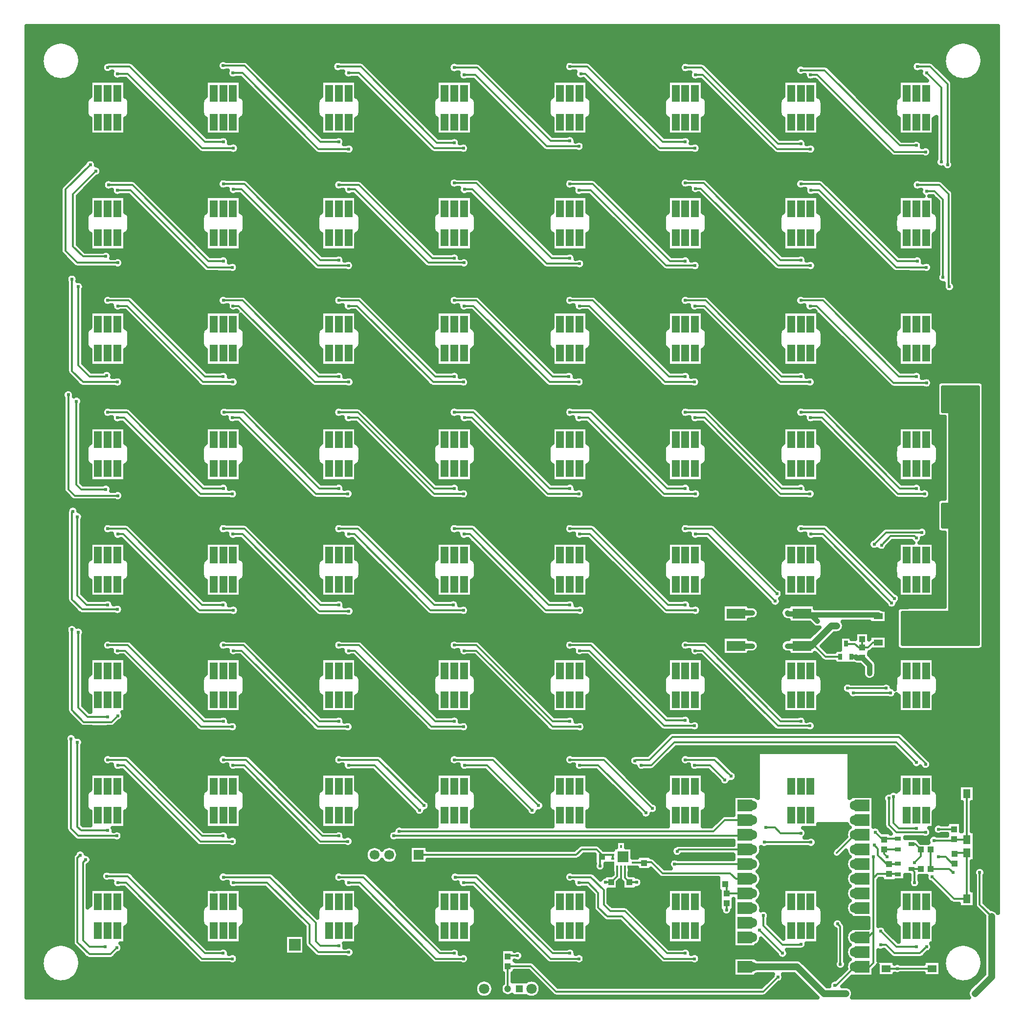
<source format=gbr>
G04 DipTrace 3.2.0.1*
G04 Bottom.gbr*
%MOIN*%
G04 #@! TF.FileFunction,Copper,L2,Bot*
G04 #@! TF.Part,Single*
G04 #@! TA.AperFunction,Conductor*
%ADD13C,0.012*%
%ADD14C,0.036*%
%ADD15C,0.046*%
%ADD16C,0.025591*%
G04 #@! TA.AperFunction,CopperBalancing*
%ADD17C,0.025*%
%ADD19R,0.124016X0.062992*%
%ADD20R,0.03937X0.043307*%
%ADD21R,0.043307X0.03937*%
%ADD23R,0.052X0.11811*%
G04 #@! TA.AperFunction,ComponentPad*
%ADD24R,0.07874X0.07874*%
%ADD25C,0.07874*%
%ADD26R,0.066929X0.066929*%
%ADD27C,0.066929*%
%ADD28C,0.059055*%
%ADD31R,0.244094X0.212598*%
%ADD32R,0.062992X0.03937*%
%ADD34R,0.025591X0.041339*%
%ADD36R,0.041339X0.025591*%
%ADD37R,0.125984X0.070866*%
G04 #@! TA.AperFunction,ComponentPad*
%ADD38R,0.047244X0.047244*%
%ADD39C,0.047244*%
%ADD40C,0.070866*%
%ADD41R,0.051181X0.061024*%
%ADD42R,0.061024X0.051181*%
%ADD45R,0.019685X0.01378*%
%ADD46R,0.01378X0.019685*%
%ADD47R,0.076772X0.076772*%
G04 #@! TA.AperFunction,ComponentPad*
%ADD50C,0.069*%
%ADD51R,0.1X0.08*%
G04 #@! TA.AperFunction,ViaPad*
%ADD52C,0.024*%
%FSLAX26Y26*%
G04*
G70*
G90*
G75*
G01*
G04 Bottom*
%LPD*%
X6375249Y1442470D2*
D13*
X6280428D1*
X6278991Y1443907D1*
X4356500Y1394000D2*
X4344000Y1381500D1*
Y1331500D1*
X3781500Y719000D2*
X3719000D1*
X3714965Y714965D1*
X4431205Y1406500D2*
Y1380909D1*
Y1406500D2*
X4369000D1*
X4356500Y1394000D1*
X6760535Y1348035D2*
X6744685D1*
X6700251Y1392470D1*
X6650249D1*
Y1581500D2*
X6656500D1*
X6756500D1*
X6131682Y642140D2*
X6083682D1*
X6081682Y644140D1*
Y844140D2*
X6129682D1*
X6131682Y842140D1*
X3106500Y1406500D2*
X4181500D1*
X4219000Y1444000D1*
X4319000D1*
X4356500Y1406500D1*
Y1394000D1*
X6081682Y644140D2*
X6129682D1*
X6131682Y642140D1*
X6206500Y1392470D2*
Y1248398D1*
Y881500D1*
X6167140Y842140D1*
X6131682D1*
Y642140D2*
X6179640D1*
X6206500Y669000D1*
Y881500D1*
X5944000Y517470D2*
X5955012D1*
X6081682Y644140D1*
X6312751Y1275539D2*
X6373429D1*
X6375249Y1273719D1*
X6312751Y1275539D2*
X6233642D1*
X6206500Y1248398D1*
X6278991Y1443907D2*
Y1413728D1*
X6300249Y1392470D1*
X5269000Y2831500D2*
D14*
X5381500D1*
X5619000D2*
X5719000D1*
X5981697Y2756500D2*
D13*
X5881500D1*
X5806500Y2831500D1*
X5783031D1*
X5719000D1*
X5381500Y644000D2*
X5333542D1*
X5331682Y642140D1*
X5719000Y2831500D2*
D15*
D3*
X5381500Y644000D2*
X5686219D1*
X5869000Y461219D1*
X6019000D1*
X6900249D2*
X7012751Y573719D1*
Y986219D1*
X5956500Y2967470D2*
X5919000D1*
X5783031Y2831500D1*
X6598429Y1311219D2*
D13*
Y1442470D1*
Y1311219D2*
X6725249D1*
X6750249Y1286219D1*
X6931500D2*
Y1067469D1*
X7012751Y986219D1*
X6487749Y1217470D2*
Y1289172D1*
X6465801Y1311121D1*
X6531402D1*
X6531500Y1311219D1*
X6131682Y1642140D2*
X6083682D1*
X6081682Y1644140D1*
X6312751Y1342470D2*
X6369197D1*
X6375251Y1348522D1*
X6312751Y1342470D2*
Y1329970D1*
X6237749Y1404970D1*
Y1448719D1*
X6212749Y1473719D1*
X6375251Y1517272D2*
X6285427D1*
X6278991Y1510836D1*
X6081682Y1744140D2*
X6129682D1*
X6131682Y1742140D1*
X6278991Y1510836D2*
X6269383D1*
X6219000Y1561219D1*
X6465801Y1479871D2*
X6494098D1*
X6531500Y1442470D1*
Y1398719D1*
X6487751Y1354969D1*
X4487307Y1324807D2*
Y1224807D1*
X4481500Y1219000D1*
X4862751Y4323719D2*
Y4348719D1*
X5644000Y4329970D2*
Y4317470D1*
X6431500Y4323719D2*
X6631500D1*
X1706500Y2742469D2*
Y2767470D1*
X1700251Y2773719D1*
X2494000Y2754969D2*
X2481500Y2742469D1*
X3281500Y2754969D2*
Y2767470D1*
X4069000Y2754970D2*
Y2767470D1*
X4050249D1*
X4862749Y2754970D2*
Y2761220D1*
X4844000Y2779970D1*
X5644000Y2754969D2*
Y2742470D1*
X6431500Y2748719D2*
X6450249D1*
X1706500Y1961219D2*
Y1998719D1*
X1681500Y1973719D1*
X2496874Y1961219D2*
X2487751D1*
X2494000Y1967469D1*
X4856500Y1179969D2*
Y1204969D1*
X4069000Y1173719D2*
Y1211219D1*
X3287751Y1173719D2*
Y1198719D1*
X3275249D1*
X2500249Y1179970D2*
Y1204969D1*
X1712749Y1167470D2*
Y1198719D1*
X922071Y1967470D2*
X862751D1*
X5644000Y1179969D2*
X5650249D1*
X6081682Y944140D2*
X6129682D1*
X6131682Y942140D1*
X919000Y6698719D2*
Y6723719D1*
X1712749Y6698719D2*
X1694000D1*
X1687751Y6692470D1*
X2494000D2*
X2475251D1*
X3287749Y6698719D2*
X3262751D1*
X4069000Y6692470D2*
X4044000D1*
X4050249Y6698719D1*
X4856500D2*
X4819000D1*
X5644000D2*
X5625251D1*
X6433882Y6694850D2*
X6437751Y6698719D1*
X6433882Y5917470D2*
X6419000D1*
X5646480Y5911219D2*
X5619000D1*
X5612751Y5904970D1*
X4859079Y5911219D2*
X4837751D1*
X4071677D2*
X4044000D1*
X2487749Y5923719D2*
X2462751D1*
X3284276Y5917470D2*
X3269001D1*
X3262751Y5911219D1*
X1700249Y5923719D2*
X1681499D1*
X1675249Y5917470D1*
X912751D2*
X906500D1*
X900249Y5911219D1*
X922071Y5129969D2*
X894000D1*
X1709472Y5123719D2*
X1687749D1*
X1681500Y5117470D1*
X2487749Y5123719D2*
X2475249Y5111219D1*
X3284276Y5129969D2*
X3269000D1*
X3262751Y5123719D1*
X4062751D2*
X4050251Y5111219D1*
X4044000D1*
X4844000Y5136219D2*
X4831500Y5123719D1*
X5637751D2*
Y5111219D1*
X5631500Y5104969D1*
X6419000Y5123719D2*
X6412749D1*
X6406500Y5117470D1*
X6433882Y1179969D2*
X6425249D1*
X6419000Y1173719D1*
X5646480Y2129969D2*
X5625251D1*
X6433882Y1973719D2*
X6419000D1*
X4859079Y1982549D2*
X4850249Y1973719D1*
X4071677D2*
X4056499D1*
X4050249Y1967470D1*
X3275249Y1986219D2*
X3262749D1*
X3250249Y1973719D1*
X922071Y1173719D2*
X906500D1*
X4859079Y3548719D2*
X4850249D1*
X4844000Y3542470D1*
X4062749Y3548719D2*
X4050249Y3536219D1*
X3275249Y3548719D2*
X3269000D1*
X3262751Y3542470D1*
X2496874Y3548719D2*
X2487749D1*
X2475249Y3536219D1*
X1700249Y3548719D2*
X1694000D1*
X1681500Y3536219D1*
X922071Y3548719D2*
X906500D1*
X894000Y3536219D1*
X2496874Y4342470D2*
X2481501D1*
X2462751Y4323719D1*
X1700249Y4342470D2*
X1694000D1*
X1675249Y4323719D1*
X912751Y4336219D2*
X906500D1*
X894000Y4323719D1*
X3284276Y4342470D2*
X3275252D1*
X3262751Y4329969D1*
X4071677Y4336219D2*
X4050251D1*
X4044000Y4329969D1*
X5646480Y3561219D2*
X5631500D1*
X5619000Y3548719D1*
X922071Y2745648D2*
X906500Y2761219D1*
X6433882Y3548719D2*
X6419000D1*
X6406500Y3536219D1*
X5381500Y1644000D2*
X5333542D1*
X5331682Y1642140D1*
X2894000Y1419000D2*
X2906500Y1406500D1*
X5381500Y1644000D2*
X5194000D1*
X5117470Y1567470D1*
X2975249D1*
X6844000Y1824413D2*
Y1511421D1*
X6759650D1*
X6756500Y1514571D1*
X6619000Y1504969D2*
X6746899D1*
X6756500Y1514571D1*
X6131682Y1442140D2*
X6083682D1*
X6081682Y1444140D1*
X5719000Y3051972D2*
D14*
Y3042469D1*
X5794000D1*
X6131500Y2752071D2*
X6091724D1*
X6087295Y2756500D1*
D16*
X6056500D1*
X5719000Y3051972D2*
D14*
X5623528D1*
X5619000Y3056500D1*
X5381500D2*
X5273528D1*
X5269000Y3051972D1*
X6239472Y3032386D2*
Y3042469D1*
X5783031D1*
X5825251Y3000251D1*
X6181500Y2644000D2*
Y2702071D1*
X6131500Y2752071D1*
X5719000Y3051972D2*
D13*
X5773528D1*
X5825251Y3000251D1*
X6239472Y2852858D2*
X6202858D1*
X6169000Y2819000D1*
X6131500D1*
Y2877071D1*
Y2819000D2*
X6106500D1*
X6081500Y2844000D1*
X6022150D1*
X6019098Y2847051D1*
X4137701Y1254969D2*
X4281500D1*
X4369000Y1167470D1*
Y1067470D1*
X4412751Y1023719D1*
X4512751D1*
X4800249Y736219D1*
X4925102D1*
X2562898Y1254969D2*
X2731500D1*
X3250249Y736219D1*
X3350249D1*
X2628921Y1217469D2*
X2706500D1*
X3225249Y698719D1*
X3412749D1*
X1775496Y1254969D2*
X2094000D1*
X2406500Y942470D1*
Y817469D1*
X2437749Y786219D1*
X2562749D1*
X1844000Y1217469D2*
X2075249D1*
X2362751Y929969D1*
Y804969D1*
X2425249Y742470D1*
X2631500D1*
X6344000Y1804969D2*
Y1623719D1*
X6381500Y1586219D1*
X6500249D1*
X6312751Y1792470D2*
Y1611219D1*
X6362751Y1561219D1*
X6562749D1*
X4925102Y2054969D2*
X5125251D1*
X5237751Y1942470D1*
X5475249Y1592470D2*
X5537749D1*
X5575249Y1554969D1*
X5712749D1*
X4987751Y2017470D2*
X5094000D1*
X5194000Y1917469D1*
X5462749Y1492470D2*
X5781500D1*
X4137701Y2054969D2*
X4369000D1*
X4700251Y1723719D1*
X4203724Y2017470D2*
X4331500D1*
X4656500Y1692470D1*
X3350299Y2054969D2*
X3612749D1*
X3925249Y1742470D1*
X3419000Y2017470D2*
X3575249D1*
X3881500Y1711219D1*
X2562898Y2054969D2*
X2831500D1*
X3144000Y1742470D1*
X2628921Y2017470D2*
X2806500D1*
X3112749Y1711219D1*
X1775496Y2054969D2*
X1931500D1*
X2450249Y1536219D1*
X2562898D1*
X1841520Y2017470D2*
X1919000D1*
X2437749Y1498719D1*
X2625249D1*
X988094Y2054969D2*
X1112751D1*
X1631500Y1536219D1*
X1775249D1*
X1056500Y2017470D2*
X1100249D1*
X1619000Y1498719D1*
X1837749D1*
X4925102Y2836219D2*
X5056500D1*
X5575249Y2317470D1*
X5712504D1*
X4991126Y2798719D2*
X5044000D1*
X5556500Y2286219D1*
X5775249D1*
X4137701Y2836219D2*
X4281500D1*
X4794000Y2323719D1*
X4925249D1*
X4203724Y2798719D2*
X4269000D1*
X4781500Y2286219D1*
X4987749D1*
X3350299Y2836219D2*
X3500251D1*
X4019000Y2317470D1*
X4137749D1*
X3416323Y2798719D2*
X3500249D1*
X4019000Y2279969D1*
X4206500D1*
X2562898Y2836219D2*
X2700249D1*
X3219000Y2317470D1*
X3350249D1*
X2628921Y2798719D2*
X2675249D1*
X3194000Y2279969D1*
X3412749D1*
X1775496Y2836219D2*
X1912751D1*
X2431500Y2317470D1*
X2562749D1*
X1844000Y2798719D2*
X1900249D1*
X2419000Y2279969D1*
X2625249D1*
X988094Y2836219D2*
X1125251D1*
X1644000Y2317470D1*
X1775496D1*
X1054118Y2798719D2*
X1106500D1*
X1625251Y2279970D1*
X1837749D1*
X5712504Y3629969D2*
X5875249D1*
X6350249Y3154969D1*
X5781500Y3592470D2*
X5862751D1*
X6331500Y3123719D1*
X4925102Y3629969D2*
X5106500D1*
X5550249Y3186219D1*
X4994000Y3592470D2*
X5081500D1*
X5537751Y3136219D1*
X4137701Y3629969D2*
X4287751D1*
X4806500Y3111219D1*
X4925249D1*
X4203724Y3592470D2*
X4275249D1*
X4794000Y3073719D1*
X4994000D1*
X3350299Y3629969D2*
X3475251D1*
X3994000Y3111219D1*
X4137749D1*
X3416323Y3592470D2*
X3456499D1*
X3975249Y3073719D1*
X4206500D1*
X2562898Y3629969D2*
X2694001D1*
X3212751Y3111219D1*
X3344000D1*
X2628921Y3592470D2*
X2668999D1*
X3187749Y3073719D1*
X3412749D1*
X6499906Y779969D2*
X6362751D1*
X6256500Y886219D1*
Y792470D2*
X6293999D1*
X6350249Y736219D1*
X6525251D1*
X6569000Y779969D1*
X5456500Y992470D2*
Y923719D1*
X5587751Y792470D1*
X5706500D1*
X5712751Y798719D1*
X1775496Y3629969D2*
X1919001D1*
X2437751Y3111219D1*
X2562749D1*
X5431500Y892470D2*
X5587751Y736219D1*
X5206500Y1144000D2*
Y1206500D1*
X5198429D1*
X5381500Y1144000D2*
X5333542D1*
X5331682Y1142140D1*
X5208360D1*
X5206500Y1144000D1*
X4200251Y1217469D2*
X4262751D1*
X4331500Y1148719D1*
Y1048719D1*
X4394000Y986219D1*
X4494000D1*
X4781500Y698719D1*
X4987749D1*
X3356500Y1254969D2*
X3500249D1*
X4019000Y736219D1*
X4137749D1*
X3412749Y1217469D2*
X3487751D1*
X4006500Y698719D1*
X4200249D1*
X1841520Y3592469D2*
X1906501D1*
X2431500Y3067470D1*
X2631500D1*
X988094Y3629969D2*
X1112751D1*
X1631500Y3111219D1*
X1775249D1*
X1056500Y3592470D2*
X1094000D1*
X1612751Y3073719D1*
X1844000D1*
X6325251Y2511219D2*
X6069000D1*
X781500Y2173719D2*
Y1598719D1*
X806500Y1573719D1*
X987749D1*
X981500Y1261219D2*
X1125251D1*
X1650249Y736219D1*
X1775249D1*
X1056500Y1217469D2*
X1112751D1*
X1631500Y698719D1*
X1837749D1*
X6562751Y2023719D2*
Y2029969D1*
X6381500Y2211219D1*
X4837751D1*
X4681500Y2054969D1*
X4587749D1*
X4581500Y2048719D1*
X800249Y1404969D2*
X781500Y1386219D1*
Y811219D1*
X862751Y729969D1*
X1006500D1*
X1050249Y773719D1*
X969000Y779969D2*
X862751D1*
X819000Y823719D1*
Y1354969D1*
X837751Y1373719D1*
X4625249Y2017470D2*
X4694000D1*
X4850249Y2173719D1*
X6362751D1*
X6500249Y2036219D1*
X6294000Y2542470D2*
X6031500D1*
X737751Y2198719D2*
Y1586219D1*
X787749Y1536219D1*
X1050249D1*
X5712504Y4423719D2*
X5869000D1*
X6387751Y3904969D1*
X6500249D1*
X5778528Y4386219D2*
X5856500D1*
X6375249Y3867470D1*
X6556500D1*
X4925102Y4423718D2*
X5062751D1*
X5581500Y3904969D1*
X5712504D1*
X4991126Y4386219D2*
X5056500D1*
X5575249Y3867470D1*
X5775249D1*
X4137701Y4423719D2*
X4281499D1*
X4800249Y3904969D1*
X4925249D1*
X4200249Y4386219D2*
X4262751D1*
X4781500Y3867470D1*
X4994000D1*
X3350299Y4423719D2*
X3481499D1*
X4000249Y3904969D1*
X4137749D1*
X3419000Y4386219D2*
X3469001D1*
X3987751Y3867470D1*
X4200249D1*
X2562898Y4423719D2*
X2693999D1*
X3212749Y3904969D1*
X3350249D1*
X2628921Y4386219D2*
X2694001D1*
X3212751Y3867470D1*
X3412749D1*
X1781500Y4423719D2*
X1912749D1*
X2431500Y3904969D1*
X2562749D1*
X1837751Y4386219D2*
X1887751D1*
X2406500Y3867470D1*
X2625249D1*
X988094Y4423719D2*
X1119000D1*
X1637751Y3904969D1*
X1775496D1*
X1054118Y4386219D2*
X1100251D1*
X1619000Y3867470D1*
X1837749D1*
X5712504Y5186219D2*
X5862751D1*
X6381500Y4667470D1*
X6500249D1*
X5778528Y5148719D2*
X5819000D1*
X6344000Y4623719D1*
X6569000D1*
X4925102Y5186219D2*
X5062751D1*
X5581500Y4667470D1*
X5712749D1*
X4991126Y5148719D2*
X5056499D1*
X5575249Y4629969D1*
X5775249D1*
X4137701Y5186219D2*
X4294001D1*
X4812751Y4667470D1*
X4925249D1*
X4203724Y5148719D2*
X4269000D1*
X4787751Y4629969D1*
X4987749D1*
X3350299Y5186219D2*
X3500251D1*
X4019000Y4667470D1*
X4131500D1*
X3416323Y5148719D2*
X3481499D1*
X4000249Y4629969D1*
X4200249D1*
X2562898Y5186219D2*
X2700251D1*
X3219000Y4667470D1*
X3350249D1*
X2628921Y5148719D2*
X2687749D1*
X3206500Y4629969D1*
X3412749D1*
X1775496Y5186219D2*
X1906501D1*
X2425251Y4667470D1*
X2562749D1*
X1841520Y5148719D2*
X1881499D1*
X2400249Y4629969D1*
X2631500D1*
X988094Y5186219D2*
X1131500D1*
X1650249Y4667470D1*
X1775249D1*
X1841520Y4629970D2*
X1637749D1*
X1119000Y5148719D1*
X1056500D1*
X775251Y4498719D2*
Y3929970D1*
X806501Y3898719D1*
X975249D1*
X1056500Y3854969D2*
X762749D1*
X719000Y3898719D1*
Y4542470D1*
X5712504Y5979970D2*
X5843999D1*
X6369000Y5454969D1*
X6506500D1*
X6565929Y5411219D2*
X6362751D1*
X5837751Y5936219D1*
X5781500D1*
X4925102Y5986219D2*
X5050249D1*
X5575249Y5461219D1*
X5712749D1*
X5778528Y5423719D2*
X5556500D1*
X5031500Y5948719D1*
X4994000D1*
X1775496Y5454969D2*
X1675251D1*
X1156500Y5973719D1*
X994000D1*
X1054118Y5936219D2*
X1144000D1*
X1669000Y5411219D1*
X1837749D1*
X6499906Y6242470D2*
X6387748D1*
X5875249Y6754969D1*
X5712751D1*
X5778528Y6723719D2*
X5825249D1*
X6350249Y6198719D1*
X6562749D1*
X4925102Y6773719D2*
X5037749D1*
X5556500Y6254969D1*
X5712504D1*
X5778528Y6217470D2*
X5550249D1*
X5044000Y6723719D1*
X4994000D1*
X4925102Y6267470D2*
X4768999D1*
X4256500Y6779969D1*
X4137751D1*
X4991126Y6223719D2*
X4750249D1*
X4244000Y6729969D1*
X4212751D1*
X6500249Y3567469D2*
X6487749Y3579969D1*
X6325251D1*
X6262751Y3517470D1*
X787751Y2923719D2*
Y2411219D1*
X850249Y2348719D1*
X987749D1*
X6537749Y3604969D2*
X6294000D1*
X6212751Y3523719D1*
X744000Y2942470D2*
Y2392470D1*
X825249Y2311219D1*
X1012751D1*
X1056500Y2354969D1*
X781500Y3711219D2*
Y3173719D1*
X844000Y3111219D1*
X987749D1*
X1054118Y3079969D2*
X812751D1*
X744000Y3148719D1*
Y3742469D1*
X750251Y3748719D1*
X4137701Y6273719D2*
X4006500D1*
X3506500Y6773719D1*
X3350251D1*
X3416323Y6723719D2*
X3494000D1*
X3981500Y6236219D1*
X4200249D1*
X3350299Y6261219D2*
X3231499D1*
X2712749Y6779969D1*
X2556500D1*
X2628921Y6736219D2*
X2700249D1*
X3212749Y6223719D1*
X3412749D1*
X2562898Y6267470D2*
X2437749D1*
X1919000Y6786219D1*
X1775251D1*
X1841520Y6736219D2*
X1906500D1*
X2425249Y6217470D1*
X2631500D1*
X1775496Y6267470D2*
X1650249D1*
X1137751Y6779969D1*
X994000D1*
X987751Y6773719D1*
X1054118Y6729969D2*
X1125251D1*
X1631500Y6223719D1*
X1844000D1*
X6506500Y6779969D2*
X6594000D1*
X6712749Y6661219D1*
Y6111218D1*
X906499Y6067469D2*
X750249Y5911219D1*
Y5554970D1*
X819000Y5486219D1*
X975251D1*
X1056500Y5442470D2*
X781499D1*
X700249Y5523719D1*
Y5942469D1*
X869000Y6111219D1*
X6669000Y6129969D2*
Y6636219D1*
X6569000Y6736219D1*
X5331682Y842140D2*
X5379640D1*
X5381500Y844000D1*
Y944000D2*
X5333542D1*
X5331682Y942140D1*
Y1042140D2*
X5379640D1*
X5381500Y1044000D1*
Y1744000D2*
X5333542D1*
X5331682Y1742140D1*
X6131682Y1242140D2*
X6083682D1*
X6081682Y1244140D1*
X6506500Y5973719D2*
X6656500D1*
X6719000Y5911219D1*
Y5286219D1*
X6725249Y5279970D1*
X787749D2*
Y4742471D1*
X862751Y4667470D1*
X975251D1*
X981500Y4673719D1*
X1054118Y4629969D2*
X819000D1*
X744000Y4704969D1*
Y5329969D1*
X6681500Y5342470D2*
Y5873719D1*
X6625249Y5929970D1*
X6569000D1*
X4137701Y5979970D2*
X4293999D1*
X4819000Y5454969D1*
X4925102D1*
X4991126Y5423719D2*
X4794000D1*
X4281500Y5936219D1*
X4200251D1*
X3350299Y5986219D2*
X3500249D1*
X4012749Y5473719D1*
X4137749D1*
X4203724Y5436219D2*
X3981500D1*
X3475249Y5942470D1*
X3419000D1*
X2562898Y5973719D2*
X2700249D1*
X3200249Y5473719D1*
X3350249D1*
X3416323Y5442470D2*
X3175249D1*
X2675249Y5942470D1*
X2631500D1*
X1775496Y5979970D2*
X1918999D1*
X2437749Y5461219D1*
X2562749D1*
X2628921Y5423719D2*
X2419000D1*
X1900249Y5942470D1*
X1844000D1*
X6081682Y1144140D2*
X6129682D1*
X6131682Y1142140D1*
X6081682Y1044140D2*
X6129682D1*
X6131682Y1042140D1*
X5381500Y1544000D2*
X5333542D1*
X5331682Y1542140D1*
Y1536219D1*
X2937751D1*
X6844000Y1106500D2*
Y1419492D1*
X6765063D1*
X6760535Y1414965D1*
X6844000Y1106500D2*
X6756500D1*
X6606500Y1256500D1*
X6081682Y1344140D2*
X6129682D1*
X6131682Y1342140D1*
X3714965Y648035D2*
Y494295D1*
X3715260Y494000D1*
X6081682Y1544140D2*
X6129682D1*
X6131682Y1542140D1*
X5956500Y1418958D2*
X6081682Y1544140D1*
X3714965Y648035D2*
X3869684D1*
X4044000Y473719D1*
X5456500D1*
X5556500Y573719D1*
X5981500Y661219D2*
Y917470D1*
X5962751Y936219D1*
X5206500Y1077071D2*
Y1031500D1*
X4461717Y1324807D2*
Y1261717D1*
X4419000Y1219000D1*
X5331682Y1442140D2*
X5379640D1*
X5381500Y1444000D1*
X5331682Y1442140D2*
X4879640D1*
X4869000Y1431500D1*
X4381500Y1219000D2*
X4419000D1*
X4512898Y1324807D2*
Y1250102D1*
X4544000Y1219000D1*
X5381500Y1344000D2*
X5333542D1*
X5331682Y1342140D1*
X4544000Y1219000D2*
X4594000D1*
X4851781Y1344000D2*
X5381500D1*
X4569000Y1355319D2*
X4640752D1*
X4644000Y1352071D1*
X5381500Y1244000D2*
X5333542D1*
X5331682Y1242140D1*
X5270860D1*
X5231500Y1281500D1*
X4769000D1*
X4694000Y1356500D1*
X4648429D1*
X4644000Y1352071D1*
X6606992Y631500D2*
X6370399D1*
X6294000D1*
X6131682Y742140D2*
X6083682D1*
X6081682Y744140D1*
D52*
X4344000Y1331500D3*
X3781500Y719000D3*
X6650249Y1392470D3*
Y1581500D3*
X6206500Y1392470D3*
X6650249D3*
X5944000Y517470D3*
X6300249Y1392470D3*
X5381500Y2831500D3*
X5619000D3*
X6019000Y461219D3*
X6900249D3*
X7012751Y986219D3*
X5956500Y2967470D3*
X6750249Y1286219D3*
X6931500D3*
X6487749Y1217470D3*
X6212749Y1473719D3*
X6219000Y1561219D3*
X6487751Y1354969D3*
X4862751Y4323719D3*
X5644000Y4329970D3*
X6431500Y4323719D3*
X1706500Y2742469D3*
X2494000Y2754969D3*
X3281500D3*
X4069000Y2754970D3*
X4862749D3*
X5644000Y2754969D3*
X6431500Y2748719D3*
X1706500Y1961219D3*
X2496874D3*
X4856500Y1179969D3*
X4069000Y1173719D3*
X3287751D3*
X2500249Y1179970D3*
X1712749Y1167470D3*
X922071Y1967470D3*
X5644000Y1179969D3*
X919000Y6698719D3*
X1712749D3*
X2494000Y6692470D3*
X3287749Y6698719D3*
X4069000Y6692470D3*
X4856500Y6698719D3*
X5644000D3*
X6433882Y6694850D3*
Y5917470D3*
X5646480Y5911219D3*
X4859079D3*
X4071677D3*
X2487749Y5923719D3*
X3284276Y5917470D3*
X1700249Y5923719D3*
X912751Y5917470D3*
X922071Y5129969D3*
X1709472Y5123719D3*
X2487749D3*
X3284276Y5129969D3*
X4062751Y5123719D3*
X4844000Y5136219D3*
X5637751Y5123719D3*
X6419000D3*
X6433882Y1179969D3*
X5646480Y2129969D3*
X6433882Y1973719D3*
X4859079Y1982549D3*
X4071677Y1973719D3*
X3275249Y1986219D3*
X922071Y1173719D3*
X4859079Y3548719D3*
X4062749D3*
X3275249D3*
X2496874D3*
X1700249D3*
X922071D3*
X2496874Y4342470D3*
X1700249D3*
X912751Y4336219D3*
X3284276Y4342470D3*
X4071677Y4336219D3*
X5646480Y3561219D3*
X922071Y2745648D3*
X6433882Y3548719D3*
X2975249Y1567470D3*
X6619000Y1504969D3*
X5619000Y3056500D3*
X5381500D3*
X5825251Y3000251D3*
X6181500Y2644000D3*
X4137701Y1254969D3*
X4925102Y736219D3*
X2562898Y1254969D3*
X3350249Y736219D3*
X2628921Y1217469D3*
X3412749Y698719D3*
X1775496Y1254969D3*
X2562749Y786219D3*
X1844000Y1217469D3*
X2631500Y742470D3*
X6344000Y1804969D3*
X6500249Y1586219D3*
X6312751Y1792470D3*
X6562749Y1561219D3*
X4925102Y2054969D3*
X5237751Y1942470D3*
X5475249Y1592470D3*
X5712749Y1554969D3*
X4987751Y2017470D3*
X5194000Y1917469D3*
X5462749Y1492470D3*
X5781500D3*
X4137701Y2054969D3*
X4700251Y1723719D3*
X4203724Y2017470D3*
X4656500Y1692470D3*
X3350299Y2054969D3*
X3925249Y1742470D3*
X3419000Y2017470D3*
X3881500Y1711219D3*
X2562898Y2054969D3*
X3144000Y1742470D3*
X2628921Y2017470D3*
X3112749Y1711219D3*
X1775496Y2054969D3*
X2562898Y1536219D3*
X1841520Y2017470D3*
X2625249Y1498719D3*
X988094Y2054969D3*
X1775249Y1536219D3*
X1056500Y2017470D3*
X1837749Y1498719D3*
X4925102Y2836219D3*
X5712504Y2317470D3*
X4991126Y2798719D3*
X5775249Y2286219D3*
X4137701Y2836219D3*
X4925249Y2323719D3*
X4203724Y2798719D3*
X4987749Y2286219D3*
X3350299Y2836219D3*
X4137749Y2317470D3*
X3416323Y2798719D3*
X4206500Y2279969D3*
X2562898Y2836219D3*
X3350249Y2317470D3*
X2628921Y2798719D3*
X3412749Y2279969D3*
X1775496Y2836219D3*
X2562749Y2317470D3*
X1844000Y2798719D3*
X2625249Y2279969D3*
X988094Y2836219D3*
X1775496Y2317470D3*
X1054118Y2798719D3*
X1837749Y2279970D3*
X5712504Y3629969D3*
X6350249Y3154969D3*
X5781500Y3592470D3*
X6331500Y3123719D3*
X4925102Y3629969D3*
X5550249Y3186219D3*
X4994000Y3592470D3*
X5537751Y3136219D3*
X4137701Y3629969D3*
X4925249Y3111219D3*
X4203724Y3592470D3*
X4994000Y3073719D3*
X3350299Y3629969D3*
X4137749Y3111219D3*
X3416323Y3592470D3*
X4206500Y3073719D3*
X2562898Y3629969D3*
X3344000Y3111219D3*
X2628921Y3592470D3*
X3412749Y3073719D3*
X6499906Y779969D3*
X6256500Y886219D3*
Y792470D3*
X6569000Y779969D3*
X5456500Y992470D3*
X5712751Y798719D3*
X1775496Y3629969D3*
X2562749Y3111219D3*
X5431500Y892470D3*
X5587751Y736219D3*
X4200251Y1217469D3*
X4987749Y698719D3*
X3356500Y1254969D3*
X4137749Y736219D3*
X3412749Y1217469D3*
X4200249Y698719D3*
X1841520Y3592469D3*
X2631500Y3067470D3*
X988094Y3629969D3*
X1775249Y3111219D3*
X1056500Y3592470D3*
X1844000Y3073719D3*
X6325251Y2511219D3*
X6069000D3*
X781500Y2173719D3*
X987749Y1573719D3*
X981500Y1261219D3*
X1775249Y736219D3*
X1056500Y1217469D3*
X1837749Y698719D3*
X6562751Y2023719D3*
X4581500Y2048719D3*
X800249Y1404969D3*
X1050249Y773719D3*
X969000Y779969D3*
X837751Y1373719D3*
X4625249Y2017470D3*
X6500249Y2036219D3*
X6294000Y2542470D3*
X6031500D3*
X737751Y2198719D3*
X1050249Y1536219D3*
X5712504Y4423719D3*
X6500249Y3904969D3*
X5778528Y4386219D3*
X6556500Y3867470D3*
X4925102Y4423718D3*
X5712504Y3904969D3*
X4991126Y4386219D3*
X5775249Y3867470D3*
X4137701Y4423719D3*
X4925249Y3904969D3*
X4200249Y4386219D3*
X4994000Y3867470D3*
X3350299Y4423719D3*
X4137749Y3904969D3*
X3419000Y4386219D3*
X4200249Y3867470D3*
X2562898Y4423719D3*
X3350249Y3904969D3*
X2628921Y4386219D3*
X3412749Y3867470D3*
X1781500Y4423719D3*
X2562749Y3904969D3*
X1837751Y4386219D3*
X2625249Y3867470D3*
X988094Y4423719D3*
X1775496Y3904969D3*
X1054118Y4386219D3*
X1837749Y3867470D3*
X5712504Y5186219D3*
X6500249Y4667470D3*
X5778528Y5148719D3*
X6569000Y4623719D3*
X4925102Y5186219D3*
X5712749Y4667470D3*
X4991126Y5148719D3*
X5775249Y4629969D3*
X4137701Y5186219D3*
X4925249Y4667470D3*
X4203724Y5148719D3*
X4987749Y4629969D3*
X3350299Y5186219D3*
X4131500Y4667470D3*
X3416323Y5148719D3*
X4200249Y4629969D3*
X2562898Y5186219D3*
X3350249Y4667470D3*
X2628921Y5148719D3*
X3412749Y4629969D3*
X1775496Y5186219D3*
X2562749Y4667470D3*
X1841520Y5148719D3*
X2631500Y4629969D3*
X988094Y5186219D3*
X1775249Y4667470D3*
X1841520Y4629970D3*
X1056500Y5148719D3*
X775251Y4498719D3*
X975249Y3898719D3*
X1056500Y3854969D3*
X719000Y4542470D3*
X5712504Y5979970D3*
X6506500Y5454969D3*
X6565929Y5411219D3*
X5781500Y5936219D3*
X4925102Y5986219D3*
X5712749Y5461219D3*
X5778528Y5423719D3*
X4994000Y5948719D3*
X1775496Y5454969D3*
X994000Y5973719D3*
X1054118Y5936219D3*
X1837749Y5411219D3*
X6499906Y6242470D3*
X5712751Y6754969D3*
X5778528Y6723719D3*
X6562749Y6198719D3*
X4925102Y6773719D3*
X5712504Y6254969D3*
X5778528Y6217470D3*
X4994000Y6723719D3*
X4925102Y6267470D3*
X4137751Y6779969D3*
X4991126Y6223719D3*
X4212751Y6729969D3*
X6500249Y3567469D3*
X6262751Y3517470D3*
X787751Y2923719D3*
X987749Y2348719D3*
X6537749Y3604969D3*
X6212751Y3523719D3*
X744000Y2942470D3*
X1056500Y2354969D3*
X781500Y3711219D3*
X987749Y3111219D3*
X1054118Y3079969D3*
X750251Y3748719D3*
X4137701Y6273719D3*
X3350251Y6773719D3*
X3416323Y6723719D3*
X4200249Y6236219D3*
X3350299Y6261219D3*
X2556500Y6779969D3*
X2628921Y6736219D3*
X3412749Y6223719D3*
X2562898Y6267470D3*
X1775251Y6786219D3*
X1841520Y6736219D3*
X2631500Y6217470D3*
X1775496Y6267470D3*
X987751Y6773719D3*
X1054118Y6729969D3*
X1844000Y6223719D3*
X6506500Y6779969D3*
X6712749Y6111218D3*
X906499Y6067469D3*
X975251Y5486219D3*
X1056500Y5442470D3*
X869000Y6111219D3*
X6669000Y6129969D3*
X6569000Y6736219D3*
X6506500Y5973719D3*
X6725249Y5279970D3*
X787749D3*
X981500Y4673719D3*
X1054118Y4629969D3*
X744000Y5329969D3*
X6681500Y5342470D3*
X6569000Y5929970D3*
X4137701Y5979970D3*
X4925102Y5454969D3*
X4991126Y5423719D3*
X4200251Y5936219D3*
X3350299Y5986219D3*
X4137749Y5473719D3*
X4203724Y5436219D3*
X3419000Y5942470D3*
X2562898Y5973719D3*
X3350249Y5473719D3*
X3416323Y5442470D3*
X2631500Y5942470D3*
X1775496Y5979970D3*
X2562749Y5461219D3*
X2628921Y5423719D3*
X1844000Y5942470D3*
X2937751Y1536219D3*
X6606500Y1256500D3*
X5556500Y573719D3*
X5981500Y661219D3*
X5962751Y936219D3*
X5206500Y1031500D3*
X4869000Y1431500D3*
X4381500Y1219000D3*
X4594000D3*
X4851781Y1344000D3*
X6370399Y631500D3*
X435003Y7030647D2*
D17*
X7053003D1*
X435003Y7005778D2*
X7053003D1*
X435003Y6980909D2*
X7053003D1*
X435003Y6956041D2*
X7053003D1*
X435003Y6931172D2*
X599340D1*
X738654D2*
X6749350D1*
X6888665D2*
X7053003D1*
X435003Y6906303D2*
X569161D1*
X768833D2*
X6719172D1*
X6918808D2*
X7053003D1*
X435003Y6881434D2*
X551614D1*
X786381D2*
X6701625D1*
X6936356D2*
X7053003D1*
X435003Y6856566D2*
X541280D1*
X796715D2*
X6691255D1*
X6946726D2*
X7053003D1*
X435003Y6831697D2*
X536364D1*
X801631D2*
X6686374D1*
X6951606D2*
X7053003D1*
X435003Y6806828D2*
X536327D1*
X801667D2*
X965609D1*
X1158535D2*
X1740241D1*
X1946839D2*
X2526428D1*
X2733528D2*
X3328117D1*
X3372374D2*
X4107665D1*
X4277302D2*
X4902966D1*
X4947223D2*
X6476416D1*
X6614798D2*
X6686339D1*
X6951678D2*
X7053003D1*
X435003Y6781959D2*
X541100D1*
X796894D2*
X947668D1*
X1184228D2*
X1734500D1*
X1971706D2*
X2515555D1*
X2759220D2*
X3310139D1*
X3546699D2*
X4096828D1*
X4302958D2*
X4884988D1*
X5077949D2*
X5682801D1*
X5895822D2*
X6465543D1*
X6640454D2*
X6691112D1*
X6946870D2*
X7053003D1*
X435003Y6757091D2*
X551362D1*
X786667D2*
X950538D1*
X1209096D2*
X1747597D1*
X1996575D2*
X2523055D1*
X2784089D2*
X3313046D1*
X3571567D2*
X4104291D1*
X4327827D2*
X4887895D1*
X5102818D2*
X5671820D1*
X5921587D2*
X6473043D1*
X6665323D2*
X6701337D1*
X6936643D2*
X7053003D1*
X435003Y6732222D2*
X568694D1*
X769299D2*
X1013192D1*
X1233963D2*
X1800743D1*
X2021442D2*
X2588148D1*
X2808957D2*
X3376273D1*
X3596434D2*
X4171825D1*
X4352694D2*
X4953958D1*
X5127685D2*
X5679213D1*
X5946454D2*
X6528232D1*
X6690190D2*
X6718706D1*
X6919274D2*
X7053003D1*
X435003Y6707353D2*
X598479D1*
X739516D2*
X1020476D1*
X1258831D2*
X1813552D1*
X2046310D2*
X2600959D1*
X2833824D2*
X3379000D1*
X3621303D2*
X4179110D1*
X4377562D2*
X4956648D1*
X5152552D2*
X5741185D1*
X5971322D2*
X6541043D1*
X6715058D2*
X6748454D1*
X6889526D2*
X7053003D1*
X435003Y6682484D2*
X867072D1*
X1109122D2*
X1124290D1*
X1283699D2*
X1654478D1*
X1896529D2*
X1911768D1*
X2071177D2*
X2441885D1*
X2683900D2*
X2705526D1*
X2858692D2*
X3229291D1*
X3471307D2*
X3486797D1*
X3646171D2*
X4016698D1*
X4402429D2*
X4804070D1*
X5177420D2*
X5591476D1*
X5996190D2*
X6378883D1*
X6739818D2*
X7053003D1*
X435003Y6657615D2*
X867072D1*
X1109122D2*
X1149157D1*
X1308567D2*
X1654478D1*
X1896529D2*
X1936635D1*
X2096046D2*
X2441885D1*
X2683900D2*
X2730394D1*
X2883559D2*
X3229291D1*
X3471307D2*
X3511664D1*
X3671038D2*
X4016698D1*
X4427298D2*
X4804070D1*
X5046121D2*
X5061646D1*
X5202289D2*
X5591476D1*
X6021058D2*
X6378883D1*
X6747748D2*
X7053003D1*
X435003Y6632747D2*
X867072D1*
X1109122D2*
X1174025D1*
X1333434D2*
X1654478D1*
X1896529D2*
X1961539D1*
X2120913D2*
X2441885D1*
X2683900D2*
X2755261D1*
X2908428D2*
X3229291D1*
X3471307D2*
X3536531D1*
X3695906D2*
X4016698D1*
X4258714D2*
X4292756D1*
X4452165D2*
X4804070D1*
X5046121D2*
X5086513D1*
X5227156D2*
X5591476D1*
X5833526D2*
X5867785D1*
X6045925D2*
X6378883D1*
X6747748D2*
X7053003D1*
X435003Y6607878D2*
X867072D1*
X1109122D2*
X1198892D1*
X1358302D2*
X1654478D1*
X1896529D2*
X1986407D1*
X2145781D2*
X2441885D1*
X2683900D2*
X2780130D1*
X2933295D2*
X3229291D1*
X3471307D2*
X3561400D1*
X3720810D2*
X4016698D1*
X4258714D2*
X4317623D1*
X4477033D2*
X4804070D1*
X5046121D2*
X5111382D1*
X5252024D2*
X5591476D1*
X5833526D2*
X5892652D1*
X6070793D2*
X6378883D1*
X6747748D2*
X7053003D1*
X435003Y6583009D2*
X867072D1*
X1109122D2*
X1223760D1*
X1383171D2*
X1654478D1*
X1896529D2*
X2011274D1*
X2170648D2*
X2441885D1*
X2683900D2*
X2804997D1*
X2958163D2*
X3229291D1*
X3471307D2*
X3586268D1*
X3745677D2*
X4016698D1*
X4258714D2*
X4342491D1*
X4501900D2*
X4804070D1*
X5046121D2*
X5136249D1*
X5276928D2*
X5591476D1*
X5833526D2*
X5917520D1*
X6095661D2*
X6378883D1*
X6747748D2*
X7053003D1*
X435003Y6558140D2*
X848017D1*
X1130186D2*
X1248629D1*
X1408038D2*
X1635424D1*
X1917593D2*
X2036143D1*
X2195516D2*
X2422794D1*
X2705000D2*
X2829865D1*
X2983030D2*
X3210201D1*
X3492371D2*
X3611135D1*
X3770545D2*
X3997608D1*
X4279777D2*
X4367395D1*
X4526768D2*
X4785014D1*
X5067184D2*
X5161117D1*
X5301795D2*
X5572421D1*
X5854591D2*
X5942387D1*
X6120529D2*
X6359828D1*
X6747748D2*
X7053003D1*
X435003Y6533272D2*
X841092D1*
X1137076D2*
X1273496D1*
X1432906D2*
X1628499D1*
X1924483D2*
X2061010D1*
X2220385D2*
X2415904D1*
X2711890D2*
X2854732D1*
X3007899D2*
X3203311D1*
X3499297D2*
X3636003D1*
X3795412D2*
X3990718D1*
X4286703D2*
X4392262D1*
X4551636D2*
X4778125D1*
X5074110D2*
X5185984D1*
X5326663D2*
X5565496D1*
X5861480D2*
X5967255D1*
X6145396D2*
X6352903D1*
X6747748D2*
X7053003D1*
X435003Y6508403D2*
X841092D1*
X1137076D2*
X1298364D1*
X1457773D2*
X1628499D1*
X1924483D2*
X2085878D1*
X2245252D2*
X2415904D1*
X2711890D2*
X2879600D1*
X3032766D2*
X3203311D1*
X3499297D2*
X3660871D1*
X3820281D2*
X3990718D1*
X4286703D2*
X4417130D1*
X4576504D2*
X4778125D1*
X5074110D2*
X5210852D1*
X5351530D2*
X5565496D1*
X5861480D2*
X5992123D1*
X6170264D2*
X6352903D1*
X6747748D2*
X7053003D1*
X435003Y6483534D2*
X841092D1*
X1137076D2*
X1323231D1*
X1482640D2*
X1628499D1*
X1924483D2*
X2110745D1*
X2270119D2*
X2415904D1*
X2711890D2*
X2904469D1*
X3057634D2*
X3203311D1*
X3499297D2*
X3685739D1*
X3845148D2*
X3990718D1*
X4286703D2*
X4441997D1*
X4601371D2*
X4778125D1*
X5074110D2*
X5235720D1*
X5376398D2*
X5565496D1*
X5861480D2*
X6016991D1*
X6195131D2*
X6352903D1*
X6747748D2*
X7053003D1*
X435003Y6458665D2*
X841738D1*
X1136466D2*
X1348100D1*
X1507509D2*
X1629108D1*
X1923873D2*
X2135613D1*
X2294987D2*
X2416514D1*
X2711280D2*
X2929336D1*
X3082501D2*
X3203921D1*
X3498686D2*
X3710606D1*
X3870016D2*
X3991328D1*
X4286058D2*
X4466866D1*
X4626239D2*
X4778735D1*
X5073463D2*
X5260588D1*
X5401266D2*
X5566142D1*
X5860870D2*
X6041858D1*
X6220000D2*
X6353549D1*
X6747748D2*
X7053003D1*
X435003Y6433797D2*
X855768D1*
X1122436D2*
X1372967D1*
X1532377D2*
X1643139D1*
X1909843D2*
X2160482D1*
X2319891D2*
X2430546D1*
X2697249D2*
X2954203D1*
X3107369D2*
X3217953D1*
X3484656D2*
X3735474D1*
X3894883D2*
X4005360D1*
X4272026D2*
X4491734D1*
X4651108D2*
X4792765D1*
X5059433D2*
X5285455D1*
X5426134D2*
X5580172D1*
X5846840D2*
X6066726D1*
X6244867D2*
X6367579D1*
X6747748D2*
X7053003D1*
X435003Y6408928D2*
X867072D1*
X1109122D2*
X1397835D1*
X1557244D2*
X1654478D1*
X1896529D2*
X2185349D1*
X2344759D2*
X2441885D1*
X2683900D2*
X2979108D1*
X3132238D2*
X3229291D1*
X3471307D2*
X3760341D1*
X3919752D2*
X4016698D1*
X4258714D2*
X4516601D1*
X4675975D2*
X4804070D1*
X5046121D2*
X5310323D1*
X5451001D2*
X5591476D1*
X5833526D2*
X6091593D1*
X6269735D2*
X6378883D1*
X6620933D2*
X6634020D1*
X6747748D2*
X7053003D1*
X435003Y6384059D2*
X867072D1*
X1109122D2*
X1422702D1*
X1582112D2*
X1654478D1*
X1896529D2*
X2210217D1*
X2369626D2*
X2441885D1*
X2683900D2*
X3003975D1*
X3157105D2*
X3229291D1*
X3471307D2*
X3785210D1*
X3944619D2*
X4016698D1*
X4258714D2*
X4541469D1*
X4700878D2*
X4804070D1*
X5046121D2*
X5335227D1*
X5475869D2*
X5591476D1*
X5833526D2*
X6116462D1*
X6294602D2*
X6378883D1*
X6620933D2*
X6634020D1*
X6747748D2*
X7053003D1*
X435003Y6359190D2*
X867072D1*
X1109122D2*
X1447570D1*
X1606980D2*
X1654478D1*
X1896529D2*
X2235084D1*
X2394493D2*
X2441885D1*
X2683900D2*
X3028843D1*
X3181972D2*
X3229291D1*
X3471307D2*
X3810077D1*
X3969487D2*
X4016698D1*
X4258714D2*
X4566336D1*
X4725747D2*
X4804070D1*
X5046121D2*
X5360094D1*
X5500738D2*
X5591476D1*
X5833526D2*
X6141329D1*
X6319471D2*
X6378883D1*
X6620933D2*
X6634020D1*
X6747748D2*
X7053003D1*
X435003Y6334322D2*
X867072D1*
X1109122D2*
X1472438D1*
X1631848D2*
X1654478D1*
X1896529D2*
X2259953D1*
X2419362D2*
X2441885D1*
X2683900D2*
X3053710D1*
X3206840D2*
X3229291D1*
X3471307D2*
X3834945D1*
X3994354D2*
X4016698D1*
X4258714D2*
X4591205D1*
X4750614D2*
X4804070D1*
X5046121D2*
X5384962D1*
X5525605D2*
X5591476D1*
X5833526D2*
X6166197D1*
X6344339D2*
X6378883D1*
X6620933D2*
X6634020D1*
X6747748D2*
X7053003D1*
X435003Y6309453D2*
X1497306D1*
X1656715D2*
X2284820D1*
X2444230D2*
X3078579D1*
X3231709D2*
X3859812D1*
X4019222D2*
X4120906D1*
X4154505D2*
X4616072D1*
X4775482D2*
X5409831D1*
X5550472D2*
X6191064D1*
X6369206D2*
X6634020D1*
X6747748D2*
X7053003D1*
X435003Y6284584D2*
X1522173D1*
X1812488D2*
X2309688D1*
X2599860D2*
X3103446D1*
X3383391D2*
X3884681D1*
X4177113D2*
X4640940D1*
X4962079D2*
X5434698D1*
X5739583D2*
X6215933D1*
X6394073D2*
X6634020D1*
X6747748D2*
X7053003D1*
X435003Y6259715D2*
X1547041D1*
X1860143D2*
X2334555D1*
X2603089D2*
X3128314D1*
X3428891D2*
X3909549D1*
X4233236D2*
X4665807D1*
X5007257D2*
X5459566D1*
X5753218D2*
X6240801D1*
X6536822D2*
X6634020D1*
X6747748D2*
X7053003D1*
X435003Y6234846D2*
X1571908D1*
X1883360D2*
X2359423D1*
X2668362D2*
X3153181D1*
X3452109D2*
X3934416D1*
X4241202D2*
X4690675D1*
X5030475D2*
X5484433D1*
X5815370D2*
X6265668D1*
X6578518D2*
X6634020D1*
X6747748D2*
X7053003D1*
X435003Y6209978D2*
X1596777D1*
X1882463D2*
X2384291D1*
X2671772D2*
X3178049D1*
X3451211D2*
X3959822D1*
X4230903D2*
X4715543D1*
X5029577D2*
X5509301D1*
X5818778D2*
X6290535D1*
X6602059D2*
X6634020D1*
X6747748D2*
X7053003D1*
X435003Y6185109D2*
X2419816D1*
X2654833D2*
X5544827D1*
X5801877D2*
X6315403D1*
X6601269D2*
X6634020D1*
X6747748D2*
X7053003D1*
X435003Y6160240D2*
X6634020D1*
X6747748D2*
X7053003D1*
X435003Y6135371D2*
X836534D1*
X901461D2*
X6628386D1*
X6747748D2*
X7053003D1*
X435003Y6110503D2*
X819848D1*
X910001D2*
X6633302D1*
X6753741D2*
X7053003D1*
X435003Y6085634D2*
X794980D1*
X942942D2*
X6681493D1*
X6744016D2*
X7053003D1*
X435003Y6060765D2*
X770113D1*
X946890D2*
X7053003D1*
X435003Y6035896D2*
X745209D1*
X931029D2*
X7053003D1*
X435003Y6011028D2*
X720341D1*
X898518D2*
X982045D1*
X1005955D2*
X1750253D1*
X1931050D2*
X2550937D1*
X2574885D2*
X3318356D1*
X3523734D2*
X4112474D1*
X4306045D2*
X4893169D1*
X5073715D2*
X5687251D1*
X5856062D2*
X6494537D1*
X6518484D2*
X7053003D1*
X435003Y5986159D2*
X695474D1*
X873651D2*
X955059D1*
X1192517D2*
X1735003D1*
X1961264D2*
X2523988D1*
X2736255D2*
X3309314D1*
X3548745D2*
X4097223D1*
X4336259D2*
X4884127D1*
X5098762D2*
X5672000D1*
X5886277D2*
X6467588D1*
X6692522D2*
X7053003D1*
X435003Y5961290D2*
X671252D1*
X848782D2*
X955059D1*
X1217385D2*
X1739344D1*
X1986133D2*
X2523953D1*
X2761123D2*
X3318463D1*
X3573613D2*
X4101529D1*
X4361127D2*
X4893277D1*
X5123630D2*
X5676343D1*
X5911144D2*
X6467552D1*
X6717390D2*
X7053003D1*
X435003Y5936421D2*
X665259D1*
X823915D2*
X981972D1*
X1242253D2*
X1803470D1*
X2011000D2*
X2550902D1*
X2574920D2*
X2590984D1*
X2785991D2*
X3378499D1*
X3598480D2*
X4159266D1*
X4385995D2*
X4955034D1*
X5148497D2*
X5740503D1*
X5936012D2*
X6494501D1*
X6742259D2*
X7053003D1*
X435003Y5911552D2*
X665259D1*
X799047D2*
X1022055D1*
X1267121D2*
X1818576D1*
X2035867D2*
X2606055D1*
X2810858D2*
X3393570D1*
X3623385D2*
X4168201D1*
X4410862D2*
X4981480D1*
X5006504D2*
X5020199D1*
X5173365D2*
X5749438D1*
X5960879D2*
X6532682D1*
X6753992D2*
X7053003D1*
X435003Y5886684D2*
X665259D1*
X785232D2*
X867072D1*
X1109122D2*
X1145102D1*
X1291988D2*
X1654478D1*
X2060735D2*
X2441885D1*
X2835726D2*
X3229291D1*
X3648252D2*
X4016698D1*
X4258714D2*
X4282600D1*
X4435730D2*
X4804070D1*
X5198234D2*
X5591476D1*
X5985748D2*
X6378883D1*
X6753992D2*
X7053003D1*
X435003Y5861815D2*
X665259D1*
X785232D2*
X867072D1*
X1109122D2*
X1169970D1*
X1316856D2*
X1654478D1*
X1896529D2*
X1932437D1*
X2085602D2*
X2441885D1*
X2683900D2*
X2707463D1*
X2860593D2*
X3229291D1*
X3471307D2*
X3507466D1*
X3673119D2*
X4016698D1*
X4258714D2*
X4307469D1*
X4460598D2*
X4804070D1*
X5046121D2*
X5069971D1*
X5223101D2*
X5591476D1*
X5833526D2*
X5863693D1*
X6010615D2*
X6378883D1*
X6620933D2*
X6644963D1*
X6753992D2*
X7053003D1*
X435003Y5836946D2*
X665259D1*
X785232D2*
X867072D1*
X1109122D2*
X1194837D1*
X1341724D2*
X1654478D1*
X1896529D2*
X1957304D1*
X2110471D2*
X2441885D1*
X2683900D2*
X2732332D1*
X2885462D2*
X3229291D1*
X3471307D2*
X3532333D1*
X3697987D2*
X4016698D1*
X4258714D2*
X4332336D1*
X4485466D2*
X4804070D1*
X5046121D2*
X5094839D1*
X5247969D2*
X5591476D1*
X5833526D2*
X5888562D1*
X6035483D2*
X6378883D1*
X6620933D2*
X6646507D1*
X6753992D2*
X7053003D1*
X435003Y5812077D2*
X665259D1*
X785232D2*
X867072D1*
X1109122D2*
X1219706D1*
X1366592D2*
X1654478D1*
X1896529D2*
X1982209D1*
X2135339D2*
X2441885D1*
X2683900D2*
X2757199D1*
X2910329D2*
X3229291D1*
X3471307D2*
X3557201D1*
X3722854D2*
X4016698D1*
X4258714D2*
X4357203D1*
X4510333D2*
X4804070D1*
X5046121D2*
X5119706D1*
X5272836D2*
X5591476D1*
X5833526D2*
X5913429D1*
X6060350D2*
X6378883D1*
X6620933D2*
X6646507D1*
X6753992D2*
X7053003D1*
X435003Y5787209D2*
X665259D1*
X785232D2*
X867072D1*
X1109769D2*
X1244573D1*
X1391459D2*
X1654478D1*
X1897175D2*
X2007076D1*
X2160206D2*
X2441885D1*
X2684581D2*
X2782067D1*
X2935197D2*
X3229291D1*
X3471988D2*
X3582070D1*
X3747723D2*
X4016698D1*
X4259395D2*
X4382071D1*
X4535201D2*
X4804070D1*
X5046802D2*
X5144575D1*
X5297705D2*
X5591476D1*
X5834209D2*
X5938297D1*
X6085219D2*
X6378883D1*
X6621580D2*
X6646507D1*
X6753992D2*
X7053003D1*
X435003Y5762340D2*
X665259D1*
X785232D2*
X843782D1*
X1134421D2*
X1269441D1*
X1416327D2*
X1631189D1*
X1921828D2*
X2031944D1*
X2185073D2*
X2418560D1*
X2709235D2*
X2806934D1*
X2960064D2*
X3205967D1*
X3496640D2*
X3606937D1*
X3772591D2*
X3993374D1*
X4284012D2*
X4406938D1*
X4560068D2*
X4780781D1*
X5071419D2*
X5169442D1*
X5322572D2*
X5568188D1*
X5858825D2*
X5963164D1*
X6110087D2*
X6355593D1*
X6753992D2*
X7053003D1*
X435003Y5737471D2*
X665259D1*
X785232D2*
X841092D1*
X1137076D2*
X1294308D1*
X1441194D2*
X1628499D1*
X1924483D2*
X2056812D1*
X2209942D2*
X2415904D1*
X2711890D2*
X2831803D1*
X2984933D2*
X3203311D1*
X3499297D2*
X3631804D1*
X3797458D2*
X3990718D1*
X4286703D2*
X4431807D1*
X4584937D2*
X4778125D1*
X5074110D2*
X5194310D1*
X5347440D2*
X5565496D1*
X5861480D2*
X5988031D1*
X6134954D2*
X6352903D1*
X6753992D2*
X7053003D1*
X435003Y5712602D2*
X665259D1*
X785232D2*
X841092D1*
X1137076D2*
X1319176D1*
X1466063D2*
X1628499D1*
X1924483D2*
X2081680D1*
X2234810D2*
X2415904D1*
X2711890D2*
X2856671D1*
X3009801D2*
X3203311D1*
X3499297D2*
X3656672D1*
X3822325D2*
X3990718D1*
X4286703D2*
X4456675D1*
X4609804D2*
X4778125D1*
X5074110D2*
X5219177D1*
X5372307D2*
X5565496D1*
X5861480D2*
X6012900D1*
X6159822D2*
X6352903D1*
X6753992D2*
X7053003D1*
X435003Y5687734D2*
X665259D1*
X785232D2*
X841092D1*
X1137076D2*
X1344045D1*
X1490930D2*
X1628499D1*
X1924483D2*
X2106547D1*
X2259677D2*
X2415904D1*
X2711890D2*
X2881538D1*
X3034668D2*
X3203311D1*
X3499297D2*
X3681541D1*
X3847194D2*
X3990718D1*
X4286703D2*
X4481542D1*
X4634672D2*
X4778125D1*
X5074110D2*
X5244045D1*
X5397175D2*
X5565496D1*
X5861480D2*
X6037768D1*
X6184689D2*
X6352903D1*
X6753992D2*
X7053003D1*
X435003Y5662865D2*
X665259D1*
X785232D2*
X844070D1*
X1134098D2*
X1368912D1*
X1515798D2*
X1631476D1*
X1921505D2*
X2131415D1*
X2284545D2*
X2418883D1*
X2708911D2*
X2906406D1*
X3059572D2*
X3206290D1*
X3496318D2*
X3706408D1*
X3872062D2*
X3993697D1*
X4283724D2*
X4506409D1*
X4659539D2*
X4781104D1*
X5071131D2*
X5268913D1*
X5422043D2*
X5568510D1*
X5858503D2*
X6062671D1*
X6209558D2*
X6355881D1*
X6753992D2*
X7053003D1*
X435003Y5637996D2*
X665259D1*
X785232D2*
X867072D1*
X1109122D2*
X1393780D1*
X1540665D2*
X1654478D1*
X1896529D2*
X2156282D1*
X2309412D2*
X2441885D1*
X2683900D2*
X2931273D1*
X3084440D2*
X3229291D1*
X3471307D2*
X3731276D1*
X3896929D2*
X4016698D1*
X4258714D2*
X4531278D1*
X4684408D2*
X4804070D1*
X5046121D2*
X5293781D1*
X5446911D2*
X5591476D1*
X5833526D2*
X6087539D1*
X6234425D2*
X6378883D1*
X6620933D2*
X6646507D1*
X6753992D2*
X7053003D1*
X435003Y5613127D2*
X665259D1*
X785232D2*
X867072D1*
X1109122D2*
X1418647D1*
X1565534D2*
X1654478D1*
X1896529D2*
X2181151D1*
X2334281D2*
X2441885D1*
X2683900D2*
X2956142D1*
X3109307D2*
X3229291D1*
X3471307D2*
X3756143D1*
X3921797D2*
X4016698D1*
X4258714D2*
X4556146D1*
X4709276D2*
X4804070D1*
X5046121D2*
X5318648D1*
X5471778D2*
X5591476D1*
X5833526D2*
X6112407D1*
X6259293D2*
X6378883D1*
X6620933D2*
X6646507D1*
X6753992D2*
X7053003D1*
X435003Y5588259D2*
X665259D1*
X785232D2*
X867072D1*
X1109122D2*
X1443516D1*
X1590402D2*
X1654478D1*
X1896529D2*
X2206018D1*
X2359148D2*
X2441885D1*
X2683900D2*
X2981009D1*
X3134175D2*
X3229291D1*
X3471307D2*
X3781010D1*
X3946664D2*
X4016698D1*
X4258714D2*
X4581013D1*
X4734143D2*
X4804070D1*
X5046121D2*
X5343516D1*
X5496646D2*
X5591476D1*
X5833526D2*
X6137274D1*
X6284160D2*
X6378883D1*
X6620933D2*
X6646507D1*
X6753992D2*
X7053003D1*
X435003Y5563390D2*
X665259D1*
X790291D2*
X867072D1*
X1109122D2*
X1468383D1*
X1615269D2*
X1654478D1*
X1896529D2*
X2230886D1*
X2384016D2*
X2441885D1*
X2683900D2*
X3005877D1*
X3159042D2*
X3229291D1*
X3471307D2*
X3805879D1*
X3971533D2*
X4016698D1*
X4258714D2*
X4605881D1*
X4759047D2*
X4804070D1*
X5046121D2*
X5368385D1*
X5521514D2*
X5591476D1*
X5833526D2*
X6162142D1*
X6309028D2*
X6378883D1*
X6620933D2*
X6646507D1*
X6753992D2*
X7053003D1*
X435003Y5538521D2*
X665259D1*
X815159D2*
X867072D1*
X1109122D2*
X1493251D1*
X1640136D2*
X1654478D1*
X1896529D2*
X2255753D1*
X2408883D2*
X2441885D1*
X2683900D2*
X3030744D1*
X3183911D2*
X3229291D1*
X3471307D2*
X3830747D1*
X3996400D2*
X4016698D1*
X4258714D2*
X4630748D1*
X4783915D2*
X4804070D1*
X5046121D2*
X5393252D1*
X5546382D2*
X5591476D1*
X5833526D2*
X6187010D1*
X6333896D2*
X6378883D1*
X6620933D2*
X6646507D1*
X6753992D2*
X7053003D1*
X435003Y5513652D2*
X666874D1*
X1004735D2*
X1518118D1*
X1665004D2*
X2280622D1*
X2433752D2*
X3055613D1*
X3208778D2*
X3855614D1*
X4021268D2*
X4655617D1*
X4808782D2*
X5418119D1*
X5571285D2*
X6211878D1*
X6358764D2*
X6646507D1*
X6753992D2*
X7053003D1*
X435003Y5488783D2*
X686718D1*
X1016147D2*
X1542986D1*
X1689873D2*
X1754596D1*
X1796377D2*
X2305490D1*
X2592109D2*
X3080480D1*
X3388163D2*
X3880482D1*
X4175677D2*
X4680484D1*
X4833650D2*
X4904222D1*
X4946003D2*
X5442987D1*
X5742130D2*
X6236745D1*
X6383631D2*
X6485602D1*
X6527383D2*
X6646507D1*
X6753992D2*
X7053003D1*
X435003Y5463915D2*
X711585D1*
X1090965D2*
X1567854D1*
X1815430D2*
X2330357D1*
X2603663D2*
X3105348D1*
X3450781D2*
X3905350D1*
X4232949D2*
X4705352D1*
X4965058D2*
X5467854D1*
X5753648D2*
X6261613D1*
X6546438D2*
X6646507D1*
X6753992D2*
X7053003D1*
X435003Y5439046D2*
X736490D1*
X1097353D2*
X1592722D1*
X1866853D2*
X2355224D1*
X2666748D2*
X3130215D1*
X3457168D2*
X3930218D1*
X4244612D2*
X4730219D1*
X5028932D2*
X5492723D1*
X5816339D2*
X6286480D1*
X6598112D2*
X6646507D1*
X6753992D2*
X7053003D1*
X435003Y5414177D2*
X763008D1*
X1085115D2*
X1617589D1*
X1878623D2*
X2380092D1*
X2668720D2*
X3156770D1*
X3444932D2*
X3955085D1*
X4237793D2*
X4755088D1*
X5030906D2*
X5517591D1*
X5818312D2*
X6311349D1*
X6609881D2*
X6646507D1*
X6753992D2*
X7053003D1*
X435003Y5389308D2*
X1642457D1*
X1871912D2*
X2609177D1*
X2648661D2*
X4971361D1*
X5010882D2*
X5758768D1*
X5798289D2*
X6336217D1*
X6603135D2*
X6646507D1*
X6753992D2*
X7053003D1*
X435003Y5364440D2*
X724360D1*
X763630D2*
X6646507D1*
X6753992D2*
X7053003D1*
X435003Y5339571D2*
X704230D1*
X783761D2*
X6640622D1*
X6753992D2*
X7053003D1*
X435003Y5314702D2*
X706167D1*
X806835D2*
X6652356D1*
X6753992D2*
X7053003D1*
X435003Y5289833D2*
X709001D1*
X827467D2*
X6684005D1*
X6764972D2*
X7053003D1*
X435003Y5264965D2*
X709001D1*
X825709D2*
X6687307D1*
X6763178D2*
X7053003D1*
X435003Y5240096D2*
X709001D1*
X822731D2*
X7053003D1*
X435003Y5215227D2*
X709001D1*
X822731D2*
X960299D1*
X1148631D2*
X1747706D1*
X1923657D2*
X2535112D1*
X2717381D2*
X3322483D1*
X3517382D2*
X4109890D1*
X4311140D2*
X4897297D1*
X5079887D2*
X5684703D1*
X5879890D2*
X7053003D1*
X435003Y5190358D2*
X709001D1*
X822731D2*
X947308D1*
X1175795D2*
X1734715D1*
X1950822D2*
X2522122D1*
X2744580D2*
X3309529D1*
X3544546D2*
X4096936D1*
X4338304D2*
X4884343D1*
X5107051D2*
X5671749D1*
X5907054D2*
X7053003D1*
X435003Y5165490D2*
X709001D1*
X822731D2*
X953157D1*
X1200663D2*
X1740564D1*
X1975690D2*
X2527971D1*
X2769448D2*
X3315378D1*
X3569415D2*
X4102785D1*
X4363172D2*
X4890155D1*
X5131919D2*
X5677562D1*
X5931921D2*
X7053003D1*
X435003Y5140621D2*
X709001D1*
X822731D2*
X1016386D1*
X1225567D2*
X1803864D1*
X2000558D2*
X2588795D1*
X2794316D2*
X3376202D1*
X3594318D2*
X4163608D1*
X4388041D2*
X4947606D1*
X5156787D2*
X5735121D1*
X5956789D2*
X7053003D1*
X435003Y5115752D2*
X709001D1*
X822731D2*
X1034113D1*
X1078873D2*
X1103513D1*
X1250434D2*
X1821627D1*
X2025425D2*
X2606558D1*
X2651281D2*
X2672261D1*
X2819184D2*
X3393965D1*
X3438688D2*
X3466020D1*
X3619185D2*
X4181371D1*
X4226094D2*
X4253534D1*
X4412908D2*
X4965369D1*
X5010129D2*
X5041013D1*
X5181655D2*
X5752883D1*
X5981656D2*
X7053003D1*
X435003Y5090883D2*
X709001D1*
X822731D2*
X867072D1*
X1109122D2*
X1128381D1*
X1275302D2*
X1654478D1*
X2050293D2*
X2441885D1*
X2683900D2*
X2697129D1*
X2844051D2*
X3229291D1*
X3471307D2*
X3490887D1*
X3644054D2*
X4016698D1*
X4258714D2*
X4278402D1*
X4437776D2*
X4804070D1*
X5046121D2*
X5065881D1*
X5206522D2*
X5591476D1*
X6006525D2*
X6378883D1*
X6620933D2*
X7053003D1*
X435003Y5066014D2*
X709001D1*
X822731D2*
X867072D1*
X1109122D2*
X1153248D1*
X1300169D2*
X1654478D1*
X1896529D2*
X1915751D1*
X2075160D2*
X2441885D1*
X2683900D2*
X2721997D1*
X2868919D2*
X3229291D1*
X3471307D2*
X3515755D1*
X3668921D2*
X4016698D1*
X4258714D2*
X4303269D1*
X4462643D2*
X4804070D1*
X5046121D2*
X5090748D1*
X5231390D2*
X5591476D1*
X5833526D2*
X5853251D1*
X6031392D2*
X6378883D1*
X6620933D2*
X7053003D1*
X435003Y5041146D2*
X709001D1*
X822731D2*
X867072D1*
X1109122D2*
X1178115D1*
X1325038D2*
X1654478D1*
X1896529D2*
X1940619D1*
X2100029D2*
X2441885D1*
X2683900D2*
X2746865D1*
X2893786D2*
X3229291D1*
X3471307D2*
X3540623D1*
X3693789D2*
X4016698D1*
X4258714D2*
X4328138D1*
X4487510D2*
X4804070D1*
X5046121D2*
X5115615D1*
X5256259D2*
X5591476D1*
X5833526D2*
X5878119D1*
X6056260D2*
X6378883D1*
X6620933D2*
X7053003D1*
X435003Y5016277D2*
X709001D1*
X822731D2*
X867072D1*
X1109122D2*
X1202983D1*
X1349906D2*
X1654478D1*
X1896529D2*
X1965487D1*
X2124896D2*
X2441885D1*
X2683900D2*
X2771732D1*
X2918655D2*
X3229291D1*
X3471307D2*
X3565491D1*
X3718656D2*
X4016698D1*
X4258714D2*
X4353005D1*
X4512379D2*
X4804070D1*
X5046121D2*
X5140483D1*
X5281161D2*
X5591476D1*
X5833526D2*
X5902987D1*
X6081127D2*
X6378883D1*
X6620933D2*
X7053003D1*
X435003Y4991408D2*
X709001D1*
X822731D2*
X854835D1*
X1123332D2*
X1227852D1*
X1374773D2*
X1642241D1*
X1910739D2*
X1990354D1*
X2149764D2*
X2429648D1*
X2698146D2*
X2796600D1*
X2943522D2*
X3217055D1*
X3485552D2*
X3590358D1*
X3743524D2*
X4004462D1*
X4272959D2*
X4377873D1*
X4537247D2*
X4791869D1*
X5060366D2*
X5165352D1*
X5306029D2*
X5579239D1*
X5847773D2*
X5927854D1*
X6105996D2*
X6366646D1*
X6635143D2*
X7053003D1*
X435003Y4966539D2*
X709001D1*
X822731D2*
X841593D1*
X1136610D2*
X1252719D1*
X1399640D2*
X1629000D1*
X1924017D2*
X2015222D1*
X2174631D2*
X2416407D1*
X2711387D2*
X2821469D1*
X2968390D2*
X3203778D1*
X3498794D2*
X3615226D1*
X3768392D2*
X3991185D1*
X4286201D2*
X4402740D1*
X4562114D2*
X4778592D1*
X5073608D2*
X5190219D1*
X5330898D2*
X5565999D1*
X5861014D2*
X5952722D1*
X6130899D2*
X6353404D1*
X6648421D2*
X7053003D1*
X435003Y4941671D2*
X709001D1*
X822731D2*
X841092D1*
X1137076D2*
X1277587D1*
X1424509D2*
X1628499D1*
X1924483D2*
X2040089D1*
X2199500D2*
X2415904D1*
X2711890D2*
X2846336D1*
X2993257D2*
X3203311D1*
X3499297D2*
X3640094D1*
X3793260D2*
X3990718D1*
X4286703D2*
X4427608D1*
X4587018D2*
X4778125D1*
X5074110D2*
X5215087D1*
X5355765D2*
X5565496D1*
X5861480D2*
X5977589D1*
X6155766D2*
X6352903D1*
X6648887D2*
X7053003D1*
X435003Y4916802D2*
X709001D1*
X822731D2*
X841092D1*
X1137076D2*
X1302454D1*
X1449377D2*
X1628499D1*
X1924483D2*
X2064958D1*
X2224367D2*
X2415904D1*
X2711890D2*
X2871203D1*
X3018126D2*
X3203311D1*
X3499297D2*
X3664962D1*
X3818127D2*
X3990718D1*
X4286703D2*
X4452476D1*
X4611886D2*
X4778125D1*
X5074110D2*
X5239954D1*
X5380633D2*
X5565496D1*
X5861480D2*
X6002458D1*
X6180635D2*
X6352903D1*
X6648887D2*
X7053003D1*
X435003Y4891933D2*
X709001D1*
X822731D2*
X841092D1*
X1137076D2*
X1327322D1*
X1474244D2*
X1628499D1*
X1924483D2*
X2089825D1*
X2249235D2*
X2415904D1*
X2711890D2*
X2896071D1*
X3042993D2*
X3203311D1*
X3499297D2*
X3689829D1*
X3842995D2*
X3990718D1*
X4286703D2*
X4477344D1*
X4636753D2*
X4778125D1*
X5074110D2*
X5264822D1*
X5405500D2*
X5565496D1*
X5861480D2*
X6027325D1*
X6205503D2*
X6352903D1*
X6648887D2*
X7053003D1*
X435003Y4867064D2*
X709001D1*
X822731D2*
X848555D1*
X1129648D2*
X1352190D1*
X1499112D2*
X1635962D1*
X1917055D2*
X2114693D1*
X2274102D2*
X2423369D1*
X2704462D2*
X2920938D1*
X3067861D2*
X3210740D1*
X3491832D2*
X3714697D1*
X3867864D2*
X3998146D1*
X4279239D2*
X4502211D1*
X4661621D2*
X4785552D1*
X5066646D2*
X5289690D1*
X5430367D2*
X5572959D1*
X5854052D2*
X6052193D1*
X6230370D2*
X6360366D1*
X6641459D2*
X7053003D1*
X435003Y4842196D2*
X709001D1*
X822731D2*
X867072D1*
X1109122D2*
X1377058D1*
X1523979D2*
X1654478D1*
X1896529D2*
X2139560D1*
X2298970D2*
X2441885D1*
X2683900D2*
X2945807D1*
X3092728D2*
X3229291D1*
X3471307D2*
X3739564D1*
X3892731D2*
X4016698D1*
X4258714D2*
X4527079D1*
X4686488D2*
X4804070D1*
X5046121D2*
X5314558D1*
X5455236D2*
X5591476D1*
X5833526D2*
X6077060D1*
X6255238D2*
X6378883D1*
X6620933D2*
X7053003D1*
X435003Y4817327D2*
X709001D1*
X822731D2*
X867072D1*
X1109122D2*
X1401925D1*
X1548848D2*
X1654478D1*
X1896529D2*
X2164428D1*
X2323839D2*
X2441885D1*
X2683900D2*
X2970675D1*
X3117596D2*
X3229291D1*
X3471307D2*
X3764433D1*
X3917598D2*
X4016698D1*
X4258714D2*
X4551948D1*
X4711357D2*
X4804070D1*
X5046121D2*
X5339425D1*
X5480104D2*
X5591476D1*
X5833526D2*
X6101928D1*
X6280105D2*
X6378883D1*
X6620933D2*
X7053003D1*
X435003Y4792458D2*
X709001D1*
X822731D2*
X867072D1*
X1109122D2*
X1426793D1*
X1573715D2*
X1654478D1*
X1896529D2*
X2189297D1*
X2348706D2*
X2441885D1*
X2683900D2*
X2995542D1*
X3142465D2*
X3229291D1*
X3471307D2*
X3789301D1*
X3942466D2*
X4016698D1*
X4258714D2*
X4576815D1*
X4736224D2*
X4804070D1*
X5046121D2*
X5364293D1*
X5504971D2*
X5591476D1*
X5833526D2*
X6126797D1*
X6304974D2*
X6378883D1*
X6620933D2*
X7053003D1*
X435003Y4767589D2*
X709001D1*
X822731D2*
X867072D1*
X1109122D2*
X1451697D1*
X1598583D2*
X1654478D1*
X1896529D2*
X2214164D1*
X2373573D2*
X2441885D1*
X2683900D2*
X3020446D1*
X3167332D2*
X3229291D1*
X3471307D2*
X3814168D1*
X3967333D2*
X4016698D1*
X4258714D2*
X4601682D1*
X4761092D2*
X4804070D1*
X5046121D2*
X5389161D1*
X5529839D2*
X5591476D1*
X5833526D2*
X6151664D1*
X6329841D2*
X6378883D1*
X6620933D2*
X7053003D1*
X435003Y4742720D2*
X709001D1*
X835936D2*
X867072D1*
X1109122D2*
X1476564D1*
X1623450D2*
X1654478D1*
X1896529D2*
X2239031D1*
X2398441D2*
X2441885D1*
X2683900D2*
X3045314D1*
X3192199D2*
X3229291D1*
X3471307D2*
X3839035D1*
X3992202D2*
X4016698D1*
X4258714D2*
X4626550D1*
X4785959D2*
X4804070D1*
X5046121D2*
X5414029D1*
X5554707D2*
X5591476D1*
X5833526D2*
X6176531D1*
X6354709D2*
X6378883D1*
X6620933D2*
X7053003D1*
X435003Y4717852D2*
X709001D1*
X860804D2*
X1501432D1*
X1648319D2*
X2263899D1*
X2423310D2*
X3070181D1*
X3217067D2*
X3863903D1*
X4017070D2*
X4651417D1*
X4810828D2*
X5438932D1*
X5579575D2*
X6201399D1*
X6379576D2*
X7053003D1*
X435003Y4692983D2*
X711298D1*
X1017331D2*
X1526301D1*
X1806567D2*
X2288768D1*
X2594081D2*
X3095049D1*
X3381560D2*
X3888772D1*
X4162831D2*
X4676286D1*
X4956589D2*
X5463801D1*
X5744067D2*
X6226303D1*
X6531581D2*
X7053003D1*
X435003Y4668114D2*
X732398D1*
X1022067D2*
X1046457D1*
X1061745D2*
X1551168D1*
X1816220D2*
X1833864D1*
X1849197D2*
X2313635D1*
X2603735D2*
X2623854D1*
X2639136D2*
X3119917D1*
X3391249D2*
X3405088D1*
X3420406D2*
X3913639D1*
X4172484D2*
X4192602D1*
X4207915D2*
X4701154D1*
X4966241D2*
X4980081D1*
X4995417D2*
X5488668D1*
X5753720D2*
X5767596D1*
X5782915D2*
X6251171D1*
X6541235D2*
X7053003D1*
X435003Y4643245D2*
X757266D1*
X1092760D2*
X1576035D1*
X1880167D2*
X2338538D1*
X2670121D2*
X3144785D1*
X3451391D2*
X3938507D1*
X4238870D2*
X4726021D1*
X5026383D2*
X5513535D1*
X5813862D2*
X6276038D1*
X6604678D2*
X7053003D1*
X435003Y4618377D2*
X782134D1*
X1093333D2*
X1600903D1*
X1880740D2*
X2363407D1*
X2670694D2*
X3169652D1*
X3451965D2*
X3963374D1*
X4239444D2*
X4750888D1*
X5026958D2*
X5538403D1*
X5814472D2*
X6300907D1*
X6609630D2*
X6642811D1*
X6957671D2*
X7053003D1*
X435003Y4593508D2*
X1039280D1*
X1068969D2*
X1826686D1*
X1856339D2*
X2616677D1*
X2646329D2*
X3397912D1*
X3427600D2*
X4185425D1*
X4215079D2*
X4972904D1*
X5002593D2*
X5760419D1*
X5790071D2*
X6329542D1*
X6595348D2*
X6640012D1*
X6960505D2*
X7053003D1*
X435003Y4568639D2*
X688261D1*
X749743D2*
X6640012D1*
X6960505D2*
X7053003D1*
X435003Y4543770D2*
X678034D1*
X759970D2*
X6640012D1*
X6960505D2*
X7053003D1*
X435003Y4518902D2*
X683991D1*
X810530D2*
X6640012D1*
X6960505D2*
X7053003D1*
X435003Y4494033D2*
X683991D1*
X815949D2*
X6640012D1*
X6960505D2*
X7053003D1*
X435003Y4469164D2*
X683991D1*
X810243D2*
X6640012D1*
X6960505D2*
X7053003D1*
X435003Y4444295D2*
X683991D1*
X810243D2*
X953050D1*
X1146873D2*
X1746486D1*
X1940631D2*
X2527864D1*
X2721866D2*
X3315270D1*
X3509379D2*
X4102677D1*
X4309382D2*
X4890084D1*
X5090617D2*
X5677491D1*
X5896862D2*
X6640012D1*
X6960505D2*
X7053003D1*
X435003Y4419427D2*
X683991D1*
X810243D2*
X947345D1*
X1171740D2*
X1740744D1*
X1965499D2*
X2522157D1*
X2746734D2*
X3309564D1*
X3534248D2*
X4096936D1*
X4334249D2*
X4884343D1*
X5115484D2*
X5671749D1*
X5921730D2*
X6640012D1*
X6960505D2*
X7053003D1*
X435003Y4394558D2*
X683991D1*
X810243D2*
X960478D1*
X1196608D2*
X1753878D1*
X1990366D2*
X2535256D1*
X2771601D2*
X3322663D1*
X3559115D2*
X4110070D1*
X4359117D2*
X4897476D1*
X5140352D2*
X5684882D1*
X5946598D2*
X6656268D1*
X6960505D2*
X7053003D1*
X435003Y4369689D2*
X683991D1*
X810243D2*
X1016852D1*
X1221476D2*
X1800491D1*
X2015234D2*
X2591665D1*
X2796469D2*
X3381728D1*
X3583983D2*
X4162999D1*
X4383986D2*
X4953850D1*
X5165219D2*
X5741256D1*
X5971466D2*
X6689999D1*
X6960505D2*
X7053003D1*
X435003Y4344820D2*
X683991D1*
X810243D2*
X1093214D1*
X1246344D2*
X1880692D1*
X2040102D2*
X2686938D1*
X2821336D2*
X3461965D1*
X3608850D2*
X4255688D1*
X4408853D2*
X5049445D1*
X5190088D2*
X5849448D1*
X5996333D2*
X6689999D1*
X6960505D2*
X7053003D1*
X435003Y4319951D2*
X683991D1*
X810243D2*
X867072D1*
X1271211D2*
X1654478D1*
X2064970D2*
X2441885D1*
X2683900D2*
X2711806D1*
X2846205D2*
X3229291D1*
X3471307D2*
X3486832D1*
X3633719D2*
X4016698D1*
X4258714D2*
X4280555D1*
X4433720D2*
X4804070D1*
X5046121D2*
X5074314D1*
X5214955D2*
X5591476D1*
X5833526D2*
X5874315D1*
X6021201D2*
X6378883D1*
X6620933D2*
X6689999D1*
X6960505D2*
X7053003D1*
X435003Y4295083D2*
X683991D1*
X810243D2*
X867072D1*
X1109122D2*
X1142949D1*
X1296079D2*
X1654478D1*
X1896529D2*
X1930428D1*
X2089837D2*
X2441885D1*
X2683900D2*
X2736673D1*
X2871072D2*
X3229291D1*
X3471307D2*
X3511701D1*
X3658587D2*
X4016698D1*
X4258714D2*
X4305423D1*
X4458588D2*
X4804070D1*
X5046121D2*
X5099181D1*
X5239823D2*
X5591476D1*
X5833526D2*
X5899182D1*
X6046105D2*
X6378883D1*
X6620933D2*
X6689999D1*
X6960505D2*
X7053003D1*
X435003Y4270214D2*
X683991D1*
X810243D2*
X867072D1*
X1109122D2*
X1167818D1*
X1320948D2*
X1654478D1*
X1896529D2*
X1955295D1*
X2114705D2*
X2441885D1*
X2683900D2*
X2761541D1*
X2895940D2*
X3229291D1*
X3471307D2*
X3536568D1*
X3683454D2*
X4016698D1*
X4258714D2*
X4330290D1*
X4483457D2*
X4804070D1*
X5046121D2*
X5124049D1*
X5264690D2*
X5591476D1*
X5833526D2*
X5924051D1*
X6070972D2*
X6378883D1*
X6620933D2*
X6689999D1*
X6960505D2*
X7053003D1*
X435003Y4245345D2*
X683991D1*
X810243D2*
X867072D1*
X1109122D2*
X1192685D1*
X1345815D2*
X1654478D1*
X1896529D2*
X1980163D1*
X2139572D2*
X2441885D1*
X2683900D2*
X2786409D1*
X2920807D2*
X3229291D1*
X3471307D2*
X3561436D1*
X3708322D2*
X4016698D1*
X4258714D2*
X4355157D1*
X4508324D2*
X4804070D1*
X5046121D2*
X5148916D1*
X5289559D2*
X5591476D1*
X5833526D2*
X5948919D1*
X6095840D2*
X6378883D1*
X6620933D2*
X6689999D1*
X6960505D2*
X7053003D1*
X435003Y4220476D2*
X683991D1*
X810243D2*
X867072D1*
X1109122D2*
X1217552D1*
X1370682D2*
X1654478D1*
X1896529D2*
X2005031D1*
X2164441D2*
X2441885D1*
X2683900D2*
X2811277D1*
X2945675D2*
X3229291D1*
X3471307D2*
X3586303D1*
X3733189D2*
X4016698D1*
X4258714D2*
X4380026D1*
X4533192D2*
X4804070D1*
X5046121D2*
X5173783D1*
X5314427D2*
X5591476D1*
X5833526D2*
X5973786D1*
X6120707D2*
X6378883D1*
X6620933D2*
X6689999D1*
X6960505D2*
X7053003D1*
X435003Y4195608D2*
X683991D1*
X810243D2*
X847802D1*
X1130402D2*
X1242420D1*
X1395550D2*
X1635209D1*
X1917808D2*
X2029899D1*
X2189308D2*
X2422615D1*
X2705215D2*
X2836144D1*
X2970579D2*
X3209986D1*
X3492587D2*
X3611171D1*
X3758058D2*
X3997392D1*
X4279992D2*
X4404894D1*
X4558059D2*
X4784799D1*
X5067399D2*
X5198652D1*
X5339294D2*
X5572206D1*
X5854806D2*
X5998654D1*
X6145576D2*
X6359613D1*
X6642213D2*
X6689999D1*
X6960505D2*
X7053003D1*
X435003Y4170739D2*
X683991D1*
X810243D2*
X841092D1*
X1137076D2*
X1267287D1*
X1420417D2*
X1628499D1*
X1924483D2*
X2054766D1*
X2214176D2*
X2415904D1*
X2711890D2*
X2861049D1*
X2995446D2*
X3203311D1*
X3499297D2*
X3636039D1*
X3782925D2*
X3990718D1*
X4286703D2*
X4429797D1*
X4582927D2*
X4778125D1*
X5074110D2*
X5223520D1*
X5364198D2*
X5565496D1*
X5861480D2*
X6023521D1*
X6170444D2*
X6352903D1*
X6648887D2*
X6689999D1*
X6960505D2*
X7053003D1*
X435003Y4145870D2*
X683991D1*
X810243D2*
X841092D1*
X1137076D2*
X1292156D1*
X1445286D2*
X1628499D1*
X1924483D2*
X2079634D1*
X2239043D2*
X2415904D1*
X2711890D2*
X2885916D1*
X3020314D2*
X3203311D1*
X3499297D2*
X3660907D1*
X3807793D2*
X3990718D1*
X4286703D2*
X4454665D1*
X4607795D2*
X4778125D1*
X5074110D2*
X5248387D1*
X5389066D2*
X5565496D1*
X5861480D2*
X6048390D1*
X6195311D2*
X6352903D1*
X6648887D2*
X6689999D1*
X6960505D2*
X7053003D1*
X435003Y4121001D2*
X683991D1*
X810243D2*
X841092D1*
X1137076D2*
X1317024D1*
X1470154D2*
X1628499D1*
X1924483D2*
X2104501D1*
X2263912D2*
X2415904D1*
X2711890D2*
X2910783D1*
X3045182D2*
X3203311D1*
X3499297D2*
X3685774D1*
X3832660D2*
X3990718D1*
X4286703D2*
X4479533D1*
X4632663D2*
X4778125D1*
X5074110D2*
X5273255D1*
X5413933D2*
X5565496D1*
X5861480D2*
X6073257D1*
X6220178D2*
X6352903D1*
X6648887D2*
X6689999D1*
X6960505D2*
X7053003D1*
X435003Y4096133D2*
X683991D1*
X810243D2*
X841773D1*
X1136395D2*
X1341891D1*
X1495021D2*
X1629180D1*
X1923802D2*
X2129370D1*
X2288780D2*
X2416587D1*
X2711207D2*
X2935651D1*
X3070050D2*
X3203993D1*
X3498614D2*
X3710642D1*
X3857529D2*
X3991400D1*
X4286021D2*
X4504400D1*
X4657530D2*
X4778770D1*
X5073428D2*
X5298122D1*
X5438801D2*
X5566177D1*
X5860835D2*
X6098125D1*
X6245047D2*
X6353584D1*
X6648206D2*
X6689999D1*
X6960505D2*
X7053003D1*
X435003Y4071264D2*
X683991D1*
X810243D2*
X856127D1*
X1122041D2*
X1366759D1*
X1519888D2*
X1643534D1*
X1909448D2*
X2154238D1*
X2313647D2*
X2430941D1*
X2696854D2*
X2960520D1*
X3094917D2*
X3218346D1*
X3484261D2*
X3735510D1*
X3882396D2*
X4005753D1*
X4271668D2*
X4529268D1*
X4682398D2*
X4793160D1*
X5059075D2*
X5322991D1*
X5463668D2*
X5580531D1*
X5846482D2*
X6122992D1*
X6269915D2*
X6367938D1*
X6633852D2*
X6689999D1*
X6960505D2*
X7053003D1*
X435003Y4046395D2*
X683991D1*
X810243D2*
X867072D1*
X1109122D2*
X1391626D1*
X1544793D2*
X1654478D1*
X1896529D2*
X2179140D1*
X2338514D2*
X2441885D1*
X2683900D2*
X2985387D1*
X3119785D2*
X3229291D1*
X3471307D2*
X3760378D1*
X3907264D2*
X4016698D1*
X4258714D2*
X4554136D1*
X4707266D2*
X4804070D1*
X5046121D2*
X5347858D1*
X5488537D2*
X5591476D1*
X5833526D2*
X6147860D1*
X6294782D2*
X6378883D1*
X6620933D2*
X6689999D1*
X6960505D2*
X7053003D1*
X435003Y4021526D2*
X683991D1*
X810243D2*
X867072D1*
X1109122D2*
X1416495D1*
X1569660D2*
X1654478D1*
X1896529D2*
X2204009D1*
X2363382D2*
X2441885D1*
X2683900D2*
X3010255D1*
X3144654D2*
X3229291D1*
X3471307D2*
X3785245D1*
X3932131D2*
X4016698D1*
X4258714D2*
X4579004D1*
X4732134D2*
X4804070D1*
X5046121D2*
X5372726D1*
X5513404D2*
X5591476D1*
X5833526D2*
X6172728D1*
X6319650D2*
X6378883D1*
X6620933D2*
X6689999D1*
X6960505D2*
X7053003D1*
X435003Y3996657D2*
X683991D1*
X810243D2*
X867072D1*
X1109122D2*
X1441362D1*
X1594528D2*
X1654478D1*
X1896529D2*
X2228877D1*
X2388251D2*
X2441885D1*
X2683900D2*
X3035122D1*
X3169521D2*
X3229291D1*
X3471307D2*
X3810113D1*
X3956999D2*
X4016698D1*
X4258714D2*
X4603871D1*
X4757001D2*
X4804070D1*
X5046121D2*
X5397593D1*
X5538272D2*
X5591476D1*
X5833526D2*
X6197596D1*
X6344517D2*
X6378883D1*
X6620933D2*
X6689999D1*
X6960505D2*
X7053003D1*
X435003Y3971789D2*
X683991D1*
X810243D2*
X867072D1*
X1109122D2*
X1466230D1*
X1619395D2*
X1654478D1*
X1896529D2*
X2253744D1*
X2413118D2*
X2441885D1*
X2683900D2*
X3059990D1*
X3194388D2*
X3229291D1*
X3471307D2*
X3834980D1*
X3981867D2*
X4016698D1*
X4258714D2*
X4628739D1*
X4781869D2*
X4804070D1*
X5046121D2*
X5422497D1*
X5563139D2*
X5591476D1*
X5833526D2*
X6222463D1*
X6620933D2*
X6689999D1*
X6960505D2*
X7053003D1*
X435003Y3946920D2*
X683991D1*
X810243D2*
X1491097D1*
X1644264D2*
X2278612D1*
X2437986D2*
X3084858D1*
X3219256D2*
X3859849D1*
X4006735D2*
X4653606D1*
X4806736D2*
X5447365D1*
X5588008D2*
X6247331D1*
X6394253D2*
X6689999D1*
X6960505D2*
X7053003D1*
X435003Y3922051D2*
X683991D1*
X1008360D2*
X1515966D1*
X1812488D2*
X2303480D1*
X2599752D2*
X3109726D1*
X3387230D2*
X3884717D1*
X4174744D2*
X4678475D1*
X4962259D2*
X5472232D1*
X5749486D2*
X6272235D1*
X6537252D2*
X6689999D1*
X6960505D2*
X7053003D1*
X435003Y3897182D2*
X684026D1*
X1016218D2*
X1540833D1*
X1864736D2*
X2328348D1*
X2652214D2*
X3134593D1*
X3439728D2*
X3909584D1*
X4227207D2*
X4703343D1*
X5020966D2*
X5497101D1*
X5802236D2*
X6297102D1*
X6583470D2*
X6689999D1*
X6960505D2*
X7053003D1*
X435003Y3872314D2*
X696945D1*
X1093369D2*
X1565701D1*
X1878444D2*
X2353215D1*
X2665923D2*
X3159461D1*
X3453437D2*
X3934451D1*
X4240950D2*
X4728210D1*
X5034673D2*
X5521969D1*
X5815944D2*
X6321970D1*
X6597178D2*
X6689999D1*
X6960505D2*
X7053003D1*
X435003Y3847445D2*
X721812D1*
X1096743D2*
X1590568D1*
X1873133D2*
X2378083D1*
X2660612D2*
X3184329D1*
X3448126D2*
X3959320D1*
X4235640D2*
X4753077D1*
X5029362D2*
X5546836D1*
X5810633D2*
X6346839D1*
X6591867D2*
X6689999D1*
X6960505D2*
X7053003D1*
X435003Y3822576D2*
X757697D1*
X1079806D2*
X6645430D1*
X6960505D2*
X7053003D1*
X435003Y3797707D2*
X6640012D1*
X6960505D2*
X7053003D1*
X435003Y3772839D2*
X717757D1*
X782756D2*
X6640012D1*
X6960505D2*
X7053003D1*
X435003Y3747970D2*
X709253D1*
X795459D2*
X6640012D1*
X6960505D2*
X7053003D1*
X435003Y3723101D2*
X709001D1*
X820614D2*
X6640012D1*
X6960505D2*
X7053003D1*
X435003Y3698232D2*
X709001D1*
X820219D2*
X6640012D1*
X6960505D2*
X7053003D1*
X435003Y3673364D2*
X709001D1*
X816487D2*
X6640012D1*
X6960505D2*
X7053003D1*
X435003Y3648495D2*
X709001D1*
X816487D2*
X951866D1*
X1142675D2*
X1739273D1*
X1948920D2*
X2526643D1*
X2723911D2*
X3314050D1*
X3505181D2*
X4101457D1*
X4317671D2*
X4888864D1*
X5136441D2*
X5676270D1*
X5905188D2*
X6640012D1*
X6960505D2*
X7053003D1*
X435003Y3623626D2*
X709001D1*
X816487D2*
X947631D1*
X1167542D2*
X1735038D1*
X1973787D2*
X2522445D1*
X2748778D2*
X3309816D1*
X3530049D2*
X4097223D1*
X4342539D2*
X4884629D1*
X5161308D2*
X5672035D1*
X5930055D2*
X6264197D1*
X6573925D2*
X6641196D1*
X6960505D2*
X7053003D1*
X435003Y3598757D2*
X709001D1*
X816487D2*
X963062D1*
X1192409D2*
X1750469D1*
X1998656D2*
X2537875D1*
X2773647D2*
X3325282D1*
X3554917D2*
X4112689D1*
X4367407D2*
X4900059D1*
X5186176D2*
X5687466D1*
X5954923D2*
X6239329D1*
X6578231D2*
X6689999D1*
X6960505D2*
X7053003D1*
X435003Y3573888D2*
X709001D1*
X816487D2*
X1020297D1*
X1217277D2*
X1805299D1*
X2023524D2*
X2592706D1*
X2798550D2*
X3380113D1*
X3579785D2*
X4167520D1*
X4392274D2*
X4957797D1*
X5211043D2*
X5745276D1*
X5979791D2*
X6214461D1*
X6562945D2*
X6689999D1*
X6960505D2*
X7053003D1*
X435003Y3549020D2*
X709001D1*
X816487D2*
X1089016D1*
X1242146D2*
X1901505D1*
X2048391D2*
X2664008D1*
X2823417D2*
X3451487D1*
X3604652D2*
X4270256D1*
X4417142D2*
X5076501D1*
X5235912D2*
X5857736D1*
X6004659D2*
X6181232D1*
X6536534D2*
X6689999D1*
X6960505D2*
X7053003D1*
X435003Y3524151D2*
X709001D1*
X816487D2*
X867072D1*
X1267013D2*
X1654478D1*
X1896529D2*
X1926373D1*
X2073259D2*
X2441885D1*
X2848286D2*
X3229291D1*
X3629520D2*
X4016698D1*
X4258714D2*
X4295123D1*
X4442010D2*
X4804070D1*
X5046121D2*
X5101370D1*
X5260780D2*
X5591476D1*
X5833526D2*
X5882604D1*
X6029526D2*
X6171759D1*
X6317891D2*
X6378883D1*
X6620933D2*
X6689999D1*
X6960505D2*
X7053003D1*
X435003Y3499282D2*
X709001D1*
X816487D2*
X867072D1*
X1109122D2*
X1138751D1*
X1291881D2*
X1654478D1*
X1896529D2*
X1951240D1*
X2098126D2*
X2441885D1*
X2683900D2*
X2713744D1*
X2873154D2*
X3229291D1*
X3471307D2*
X3501222D1*
X3654388D2*
X4016698D1*
X4258714D2*
X4319992D1*
X4466878D2*
X4804070D1*
X5046121D2*
X5126238D1*
X5285647D2*
X5591476D1*
X5833526D2*
X5907472D1*
X6054394D2*
X6180514D1*
X6299160D2*
X6378883D1*
X6620933D2*
X6689999D1*
X6960505D2*
X7053003D1*
X435003Y3474413D2*
X709001D1*
X816487D2*
X867072D1*
X1109122D2*
X1163618D1*
X1316748D2*
X1654478D1*
X1896529D2*
X1976108D1*
X2122995D2*
X2441885D1*
X2683900D2*
X2738612D1*
X2898021D2*
X3229291D1*
X3471307D2*
X3526089D1*
X3679256D2*
X4016698D1*
X4258714D2*
X4344860D1*
X4491745D2*
X4804070D1*
X5046121D2*
X5151105D1*
X5310514D2*
X5591476D1*
X5833526D2*
X5932340D1*
X6079261D2*
X6378883D1*
X6620933D2*
X6689999D1*
X6960505D2*
X7053003D1*
X435003Y3449545D2*
X709001D1*
X816487D2*
X867072D1*
X1109122D2*
X1188487D1*
X1341617D2*
X1654478D1*
X1896529D2*
X2000976D1*
X2147862D2*
X2441885D1*
X2683900D2*
X2763479D1*
X2922888D2*
X3229291D1*
X3471307D2*
X3550958D1*
X3704123D2*
X4016698D1*
X4258714D2*
X4369727D1*
X4516613D2*
X4804070D1*
X5046121D2*
X5175972D1*
X5335383D2*
X5591476D1*
X5833526D2*
X5957207D1*
X6104130D2*
X6378883D1*
X6620933D2*
X6689999D1*
X6960505D2*
X7053003D1*
X435003Y3424676D2*
X709001D1*
X816487D2*
X867072D1*
X1110630D2*
X1213354D1*
X1366484D2*
X1654478D1*
X1898000D2*
X2025844D1*
X2172730D2*
X2441885D1*
X2685407D2*
X2788346D1*
X2947756D2*
X3229291D1*
X3472814D2*
X3575825D1*
X3728991D2*
X4016698D1*
X4260220D2*
X4394594D1*
X4541480D2*
X4804070D1*
X5047627D2*
X5200841D1*
X5360251D2*
X5591476D1*
X5835034D2*
X5982075D1*
X6128997D2*
X6378883D1*
X6622441D2*
X6689999D1*
X6960505D2*
X7053003D1*
X435003Y3399807D2*
X709001D1*
X816487D2*
X843639D1*
X1134529D2*
X1238222D1*
X1391352D2*
X1631046D1*
X1921936D2*
X2050711D1*
X2197597D2*
X2418453D1*
X2709343D2*
X2813214D1*
X2972625D2*
X3205860D1*
X3496748D2*
X3600693D1*
X3753858D2*
X3993266D1*
X4284155D2*
X4419462D1*
X4566349D2*
X4780673D1*
X5071562D2*
X5225709D1*
X5385118D2*
X5568043D1*
X5858933D2*
X6006979D1*
X6153865D2*
X6355450D1*
X6646340D2*
X6689999D1*
X6960505D2*
X7053003D1*
X435003Y3374938D2*
X709001D1*
X816487D2*
X841092D1*
X1137076D2*
X1263089D1*
X1416219D2*
X1628499D1*
X1924483D2*
X2075579D1*
X2222466D2*
X2415904D1*
X2711890D2*
X2838083D1*
X2997492D2*
X3203311D1*
X3499297D2*
X3625597D1*
X3778727D2*
X3990718D1*
X4286703D2*
X4444331D1*
X4591217D2*
X4778125D1*
X5074110D2*
X5250576D1*
X5409986D2*
X5565496D1*
X5861480D2*
X6031846D1*
X6178732D2*
X6352903D1*
X6648887D2*
X6689999D1*
X6960505D2*
X7053003D1*
X435003Y3350070D2*
X709001D1*
X816487D2*
X841092D1*
X1137076D2*
X1287957D1*
X1441087D2*
X1628499D1*
X1924483D2*
X2100448D1*
X2247369D2*
X2415904D1*
X2711890D2*
X2862950D1*
X3022360D2*
X3203311D1*
X3499297D2*
X3650465D1*
X3803594D2*
X3990718D1*
X4286703D2*
X4469198D1*
X4616084D2*
X4778125D1*
X5074110D2*
X5275444D1*
X5434853D2*
X5565496D1*
X5861480D2*
X6056714D1*
X6203601D2*
X6352903D1*
X6648887D2*
X6689999D1*
X6960505D2*
X7053003D1*
X435003Y3325201D2*
X709001D1*
X816487D2*
X841092D1*
X1137076D2*
X1312825D1*
X1465955D2*
X1628499D1*
X1924483D2*
X2125315D1*
X2272236D2*
X2415904D1*
X2711890D2*
X2887818D1*
X3047227D2*
X3203311D1*
X3499297D2*
X3675332D1*
X3828462D2*
X3990718D1*
X4286703D2*
X4494066D1*
X4640951D2*
X4778125D1*
X5074110D2*
X5300311D1*
X5459722D2*
X5565496D1*
X5861480D2*
X6081583D1*
X6228469D2*
X6352903D1*
X6648887D2*
X6689999D1*
X6960505D2*
X7053003D1*
X435003Y3300332D2*
X709001D1*
X816487D2*
X844214D1*
X1133991D2*
X1337693D1*
X1490823D2*
X1631619D1*
X1921361D2*
X2150182D1*
X2297105D2*
X2419026D1*
X2708768D2*
X2912685D1*
X3072096D2*
X3206433D1*
X3496175D2*
X3700199D1*
X3853329D2*
X3993804D1*
X4283581D2*
X4518933D1*
X4665856D2*
X4781211D1*
X5070988D2*
X5325180D1*
X5484589D2*
X5568618D1*
X5858395D2*
X6106450D1*
X6253336D2*
X6356025D1*
X6645802D2*
X6689999D1*
X6960505D2*
X7053003D1*
X435003Y3275463D2*
X709001D1*
X816487D2*
X867072D1*
X1109122D2*
X1362560D1*
X1515690D2*
X1654478D1*
X1896529D2*
X2175050D1*
X2321972D2*
X2441885D1*
X2683900D2*
X2937554D1*
X3096963D2*
X3229291D1*
X3471307D2*
X3725068D1*
X3878198D2*
X4016698D1*
X4258714D2*
X4543802D1*
X4690723D2*
X4804070D1*
X5046121D2*
X5350047D1*
X5509457D2*
X5591476D1*
X5833526D2*
X6131318D1*
X6278203D2*
X6378883D1*
X6620933D2*
X6689999D1*
X6960505D2*
X7053003D1*
X435003Y3250594D2*
X709001D1*
X816487D2*
X867072D1*
X1109122D2*
X1387428D1*
X1540558D2*
X1654478D1*
X1896529D2*
X2199917D1*
X2346840D2*
X2441885D1*
X2683900D2*
X2962421D1*
X3121831D2*
X3229291D1*
X3471307D2*
X3749936D1*
X3903066D2*
X4016698D1*
X4258714D2*
X4568669D1*
X4715591D2*
X4804070D1*
X5046121D2*
X5374915D1*
X5534324D2*
X5591476D1*
X5833526D2*
X6156185D1*
X6303071D2*
X6378883D1*
X6620933D2*
X6689999D1*
X6960505D2*
X7053003D1*
X435003Y3225726D2*
X709001D1*
X816487D2*
X867072D1*
X1109122D2*
X1412295D1*
X1565462D2*
X1654478D1*
X1896529D2*
X2224786D1*
X2371707D2*
X2441885D1*
X2683900D2*
X2987289D1*
X3146698D2*
X3229291D1*
X3471307D2*
X3774803D1*
X3927933D2*
X4016698D1*
X4258714D2*
X4593537D1*
X4740458D2*
X4804070D1*
X5046121D2*
X5399782D1*
X5559192D2*
X5591476D1*
X5833526D2*
X6181052D1*
X6327940D2*
X6378883D1*
X6620933D2*
X6689999D1*
X6960505D2*
X7053003D1*
X435003Y3200857D2*
X709001D1*
X816487D2*
X867072D1*
X1109122D2*
X1437164D1*
X1590329D2*
X1654478D1*
X1896529D2*
X2249654D1*
X2396575D2*
X2441885D1*
X2683900D2*
X3012156D1*
X3171566D2*
X3229291D1*
X3471307D2*
X3799671D1*
X3952801D2*
X4016698D1*
X4258714D2*
X4618404D1*
X4765327D2*
X4804070D1*
X5046121D2*
X5424651D1*
X5833526D2*
X6205921D1*
X6352807D2*
X6378883D1*
X6620933D2*
X6689999D1*
X6960505D2*
X7053003D1*
X435003Y3175988D2*
X709001D1*
X827682D2*
X867072D1*
X1109122D2*
X1462031D1*
X1615197D2*
X1654478D1*
X1896529D2*
X2274521D1*
X2421444D2*
X2441885D1*
X2683900D2*
X3037024D1*
X3196434D2*
X3229291D1*
X3471307D2*
X3824538D1*
X3977668D2*
X4016698D1*
X4258714D2*
X4643272D1*
X4790194D2*
X4804070D1*
X5046121D2*
X5449518D1*
X5833526D2*
X6230789D1*
X6620933D2*
X6689999D1*
X6960505D2*
X7053003D1*
X435003Y3151119D2*
X709001D1*
X852551D2*
X1486899D1*
X1640064D2*
X2299388D1*
X2446311D2*
X3061892D1*
X3221302D2*
X3849407D1*
X4002537D2*
X4668140D1*
X4815062D2*
X5474386D1*
X5575735D2*
X6255656D1*
X6391059D2*
X6689999D1*
X6960505D2*
X7053003D1*
X435003Y3126251D2*
X718045D1*
X1025692D2*
X1511766D1*
X1813171D2*
X2324257D1*
X2600685D2*
X3086760D1*
X3381919D2*
X3874274D1*
X4175677D2*
X4693008D1*
X4963192D2*
X5498070D1*
X5577421D2*
X6280524D1*
X6378392D2*
X6689999D1*
X6960505D2*
X7053003D1*
X435003Y3101382D2*
X742877D1*
X1088597D2*
X1536635D1*
X1873277D2*
X2349125D1*
X2652214D2*
X3111627D1*
X3442025D2*
X3899142D1*
X4235783D2*
X4717875D1*
X5023262D2*
X5177013D1*
X5360969D2*
X5518882D1*
X5556609D2*
X5627001D1*
X5810992D2*
X6297640D1*
X6365331D2*
X6689999D1*
X6960505D2*
X7053003D1*
X435003Y3076513D2*
X767744D1*
X1094949D2*
X1561503D1*
X1884903D2*
X2373992D1*
X2671412D2*
X3136495D1*
X3453652D2*
X3924009D1*
X4247374D2*
X4742743D1*
X5034888D2*
X5177013D1*
X5423730D2*
X5576764D1*
X6299950D2*
X6366108D1*
X6960505D2*
X7053003D1*
X435003Y3051644D2*
X794335D1*
X1082676D2*
X1586370D1*
X1878049D2*
X2398860D1*
X2669080D2*
X3161364D1*
X3446798D2*
X3948877D1*
X4240520D2*
X4767610D1*
X5028034D2*
X5177013D1*
X5428215D2*
X5572278D1*
X6299950D2*
X6364996D1*
X6960505D2*
X7053003D1*
X435003Y3026776D2*
X5177013D1*
X5417091D2*
X5583402D1*
X6299950D2*
X6364996D1*
X6960505D2*
X7053003D1*
X435003Y3001907D2*
X5177013D1*
X5360969D2*
X5627001D1*
X6299950D2*
X6364996D1*
X6960505D2*
X7053003D1*
X435003Y2977038D2*
X724576D1*
X763415D2*
X5783026D1*
X6007566D2*
X6364996D1*
X6960505D2*
X7053003D1*
X435003Y2952169D2*
X704265D1*
X816164D2*
X5831218D1*
X6006058D2*
X6364996D1*
X6960505D2*
X7053003D1*
X435003Y2927301D2*
X706131D1*
X828580D2*
X5806350D1*
X5987900D2*
X6364996D1*
X6960505D2*
X7053003D1*
X435003Y2902432D2*
X709001D1*
X822731D2*
X5781483D1*
X5926467D2*
X6082839D1*
X6180168D2*
X6364996D1*
X6960505D2*
X7053003D1*
X435003Y2877563D2*
X709001D1*
X822731D2*
X5177013D1*
X5360969D2*
X5627001D1*
X5901600D2*
X5977303D1*
X6060888D2*
X6082839D1*
X6299950D2*
X6364996D1*
X6960505D2*
X7053003D1*
X435003Y2852694D2*
X709001D1*
X822731D2*
X950790D1*
X1157243D2*
X1738196D1*
X1944722D2*
X2525602D1*
X2732236D2*
X3313009D1*
X3532238D2*
X4100416D1*
X4313472D2*
X4887823D1*
X5088463D2*
X5177013D1*
X5423119D2*
X5577374D1*
X5876731D2*
X5977303D1*
X6299950D2*
X6364996D1*
X6960505D2*
X7053003D1*
X435003Y2827825D2*
X709001D1*
X822731D2*
X948026D1*
X1182112D2*
X1735433D1*
X1969589D2*
X2522840D1*
X2757104D2*
X3310247D1*
X3557106D2*
X4097617D1*
X4338340D2*
X4885024D1*
X5113331D2*
X5177013D1*
X5428323D2*
X5572171D1*
X5858610D2*
X5977303D1*
X6299950D2*
X6365247D1*
X6960219D2*
X7053003D1*
X435003Y2802957D2*
X709001D1*
X822731D2*
X966219D1*
X1206979D2*
X1753626D1*
X1994457D2*
X2541033D1*
X2781971D2*
X3328440D1*
X3581974D2*
X4115846D1*
X4363209D2*
X4903218D1*
X5138199D2*
X5177013D1*
X5418131D2*
X5582361D1*
X5883478D2*
X5939911D1*
X6201412D2*
X7053003D1*
X435003Y2778088D2*
X709001D1*
X822731D2*
X1019113D1*
X1231846D2*
X1808996D1*
X2019325D2*
X2593927D1*
X2806840D2*
X3381333D1*
X3606841D2*
X4168740D1*
X4388076D2*
X4956147D1*
X5163067D2*
X5177013D1*
X5360969D2*
X5627001D1*
X6180168D2*
X7053003D1*
X435003Y2753219D2*
X709001D1*
X822731D2*
X1103549D1*
X1256714D2*
X1897307D1*
X2044193D2*
X2672298D1*
X2831707D2*
X3497311D1*
X3631709D2*
X4266058D1*
X4412944D2*
X5041049D1*
X5187934D2*
X5836314D1*
X6195778D2*
X7053003D1*
X435003Y2728350D2*
X709001D1*
X822731D2*
X867072D1*
X1109122D2*
X1128416D1*
X1281581D2*
X1654478D1*
X1896529D2*
X1922175D1*
X2069060D2*
X2441885D1*
X2683900D2*
X2697165D1*
X2856575D2*
X3229291D1*
X3471307D2*
X3522178D1*
X3656577D2*
X4016698D1*
X4258714D2*
X4290925D1*
X4437811D2*
X4804070D1*
X5046121D2*
X5065916D1*
X5212802D2*
X5591476D1*
X5833526D2*
X5862760D1*
X6219892D2*
X6378883D1*
X6620933D2*
X7053003D1*
X435003Y2703482D2*
X709001D1*
X822731D2*
X867072D1*
X1109122D2*
X1153283D1*
X1306450D2*
X1654478D1*
X1896529D2*
X1947042D1*
X2093928D2*
X2441885D1*
X2683900D2*
X2722033D1*
X2881442D2*
X3229291D1*
X3471307D2*
X3547046D1*
X3681445D2*
X4016698D1*
X4258714D2*
X4315793D1*
X4462680D2*
X4804070D1*
X5046121D2*
X5090783D1*
X5237706D2*
X5591476D1*
X5833526D2*
X6114668D1*
X6228469D2*
X6378883D1*
X6620933D2*
X7053003D1*
X435003Y2678613D2*
X709001D1*
X822731D2*
X867072D1*
X1109122D2*
X1178152D1*
X1331318D2*
X1654478D1*
X1896529D2*
X1971909D1*
X2118795D2*
X2441885D1*
X2683900D2*
X2746900D1*
X2906310D2*
X3229291D1*
X3471307D2*
X3571913D1*
X3706312D2*
X4016698D1*
X4258714D2*
X4340661D1*
X4487547D2*
X4804070D1*
X5046121D2*
X5115652D1*
X5262573D2*
X5591476D1*
X5833526D2*
X6134512D1*
X6228504D2*
X6378883D1*
X6620933D2*
X7053003D1*
X435003Y2653744D2*
X709001D1*
X822731D2*
X867072D1*
X1109122D2*
X1203020D1*
X1356185D2*
X1654478D1*
X1896529D2*
X1996777D1*
X2143664D2*
X2441885D1*
X2683900D2*
X2771768D1*
X2931178D2*
X3229291D1*
X3471307D2*
X3596782D1*
X3731180D2*
X4016698D1*
X4258714D2*
X4365529D1*
X4512415D2*
X4804070D1*
X5046121D2*
X5140520D1*
X5287441D2*
X5591476D1*
X5833526D2*
X6134512D1*
X6228504D2*
X6378883D1*
X6620933D2*
X7053003D1*
X435003Y2628875D2*
X709001D1*
X822731D2*
X854476D1*
X1123692D2*
X1227887D1*
X1381052D2*
X1641883D1*
X1911098D2*
X2021646D1*
X2168531D2*
X2429290D1*
X2698505D2*
X2796636D1*
X2956046D2*
X3216697D1*
X3485912D2*
X3621650D1*
X3756047D2*
X4004104D1*
X4273319D2*
X4390396D1*
X4537282D2*
X4791509D1*
X5060724D2*
X5165387D1*
X5312308D2*
X5578916D1*
X5848096D2*
X6137167D1*
X6225849D2*
X6366287D1*
X6635503D2*
X7053003D1*
X435003Y2604007D2*
X709001D1*
X822731D2*
X841558D1*
X1136646D2*
X1252755D1*
X1405921D2*
X1628929D1*
X1924052D2*
X2046513D1*
X2193399D2*
X2416336D1*
X2711459D2*
X2821504D1*
X2980913D2*
X3203743D1*
X3498866D2*
X3646517D1*
X3780916D2*
X3991148D1*
X4286273D2*
X4415264D1*
X4562150D2*
X4778555D1*
X5073643D2*
X5190255D1*
X5337177D2*
X5565962D1*
X5861050D2*
X6159487D1*
X6203493D2*
X6353369D1*
X6648457D2*
X7053003D1*
X435003Y2579138D2*
X709001D1*
X822731D2*
X841092D1*
X1137076D2*
X1277622D1*
X1430789D2*
X1628499D1*
X1924483D2*
X2071381D1*
X2218266D2*
X2415904D1*
X2711890D2*
X2846371D1*
X3005781D2*
X3203311D1*
X3499297D2*
X3671385D1*
X3805783D2*
X3990718D1*
X4286703D2*
X4440131D1*
X4587018D2*
X4778125D1*
X5074110D2*
X5215122D1*
X5362045D2*
X5565496D1*
X5861480D2*
X6017278D1*
X6045710D2*
X6279806D1*
X6308203D2*
X6352903D1*
X6648887D2*
X7053003D1*
X435003Y2554269D2*
X709001D1*
X822731D2*
X841092D1*
X1137076D2*
X1302491D1*
X1455656D2*
X1628499D1*
X1924483D2*
X2096248D1*
X2243135D2*
X2415904D1*
X2711890D2*
X2871239D1*
X3030648D2*
X3203311D1*
X3499297D2*
X3696252D1*
X3830651D2*
X3990718D1*
X4286703D2*
X4465000D1*
X4611886D2*
X4778125D1*
X5074110D2*
X5239991D1*
X5386912D2*
X5565496D1*
X5861480D2*
X5992374D1*
X6333142D2*
X6352903D1*
X6648887D2*
X7053003D1*
X435003Y2529400D2*
X709001D1*
X822731D2*
X841092D1*
X1137076D2*
X1327358D1*
X1480524D2*
X1628499D1*
X1924483D2*
X2121117D1*
X2268003D2*
X2415904D1*
X2711890D2*
X2896108D1*
X3055517D2*
X3203311D1*
X3499297D2*
X3721121D1*
X3855518D2*
X3990718D1*
X4286703D2*
X4489867D1*
X4636753D2*
X4778125D1*
X5074110D2*
X5264858D1*
X5411780D2*
X5565496D1*
X5861480D2*
X5992804D1*
X6648887D2*
X7053003D1*
X435003Y2504531D2*
X709001D1*
X822731D2*
X848770D1*
X1129398D2*
X1352226D1*
X1505391D2*
X1636177D1*
X1916803D2*
X2145984D1*
X2292906D2*
X2423584D1*
X2704210D2*
X2920975D1*
X3080385D2*
X3210991D1*
X3491617D2*
X3745988D1*
X3880386D2*
X3998398D1*
X4279024D2*
X4514735D1*
X4661621D2*
X4785768D1*
X5066430D2*
X5289726D1*
X5436648D2*
X5573175D1*
X5853837D2*
X6022480D1*
X6641209D2*
X7053003D1*
X435003Y2479663D2*
X709001D1*
X822731D2*
X867072D1*
X1109122D2*
X1377093D1*
X1530260D2*
X1654478D1*
X1896529D2*
X2170852D1*
X2317774D2*
X2441885D1*
X2683900D2*
X2945843D1*
X3105252D2*
X3229291D1*
X3471307D2*
X3770856D1*
X3905255D2*
X4016698D1*
X4258714D2*
X4539602D1*
X4686525D2*
X4804070D1*
X5046121D2*
X5314593D1*
X5461516D2*
X5591476D1*
X5833526D2*
X6044442D1*
X6349793D2*
X6378883D1*
X6620933D2*
X7053003D1*
X435003Y2454794D2*
X709001D1*
X822731D2*
X867072D1*
X1109122D2*
X1401961D1*
X1555127D2*
X1654478D1*
X1896529D2*
X2195719D1*
X2342642D2*
X2441885D1*
X2683900D2*
X2970710D1*
X3130119D2*
X3229291D1*
X3471307D2*
X3795723D1*
X3930122D2*
X4016698D1*
X4258714D2*
X4564471D1*
X4711392D2*
X4804070D1*
X5046121D2*
X5339461D1*
X5486383D2*
X5591476D1*
X5833526D2*
X6378883D1*
X6620933D2*
X7053003D1*
X435003Y2429925D2*
X709001D1*
X822731D2*
X867072D1*
X1109122D2*
X1426829D1*
X1579995D2*
X1654478D1*
X1896529D2*
X2220587D1*
X2367509D2*
X2441885D1*
X2683900D2*
X2995577D1*
X3154988D2*
X3229291D1*
X3471307D2*
X3820592D1*
X3954990D2*
X4016698D1*
X4258714D2*
X4589339D1*
X4736260D2*
X4804070D1*
X5046121D2*
X5364329D1*
X5511251D2*
X5591476D1*
X5833526D2*
X6378883D1*
X6620933D2*
X7053003D1*
X435003Y2405056D2*
X709001D1*
X842360D2*
X867072D1*
X1109122D2*
X1451697D1*
X1604862D2*
X1654478D1*
X1896529D2*
X2245455D1*
X2392377D2*
X2441885D1*
X2683900D2*
X3020446D1*
X3179856D2*
X3229291D1*
X3471307D2*
X3845459D1*
X3979857D2*
X4016698D1*
X4258714D2*
X4614206D1*
X4761127D2*
X4804070D1*
X5046121D2*
X5389197D1*
X5536118D2*
X5591476D1*
X5833526D2*
X6378883D1*
X6620933D2*
X7053003D1*
X435003Y2380188D2*
X711406D1*
X1109122D2*
X1476564D1*
X1629730D2*
X1654478D1*
X1896529D2*
X2270323D1*
X2417244D2*
X2441885D1*
X2683900D2*
X3045314D1*
X3204723D2*
X3229291D1*
X3471307D2*
X3870327D1*
X4258714D2*
X4639073D1*
X4785996D2*
X4804070D1*
X5046121D2*
X5414064D1*
X5560987D2*
X5591476D1*
X5833526D2*
X6378883D1*
X6620933D2*
X7053003D1*
X435003Y2355319D2*
X732685D1*
X1097496D2*
X1501432D1*
X1654598D2*
X1766007D1*
X1785013D2*
X2295190D1*
X2442113D2*
X2553234D1*
X2572285D2*
X3070217D1*
X3229591D2*
X3340748D1*
X3359743D2*
X3895194D1*
X4029593D2*
X4128262D1*
X4147257D2*
X4663941D1*
X4949735D2*
X5438932D1*
X5585854D2*
X5703004D1*
X5721993D2*
X7053003D1*
X435003Y2330450D2*
X757552D1*
X1088668D2*
X1526336D1*
X1814247D2*
X2320058D1*
X2601474D2*
X3095085D1*
X3388988D2*
X3920062D1*
X4176503D2*
X4688810D1*
X4965633D2*
X5463836D1*
X5751244D2*
X7053003D1*
X435003Y2305581D2*
X782421D1*
X1055547D2*
X1551203D1*
X1868970D2*
X2344927D1*
X2656484D2*
X3119953D1*
X3443999D2*
X3944930D1*
X4237722D2*
X4713677D1*
X5023513D2*
X5488703D1*
X5811028D2*
X7053003D1*
X435003Y2280713D2*
X811559D1*
X1026445D2*
X1576071D1*
X1878731D2*
X2369794D1*
X2666245D2*
X3144820D1*
X3453723D2*
X3969798D1*
X4247482D2*
X4738545D1*
X5028357D2*
X5513571D1*
X5815836D2*
X7053003D1*
X435003Y2255844D2*
X1600975D1*
X1870226D2*
X2394734D1*
X2657740D2*
X3169724D1*
X3445255D2*
X3994738D1*
X4238978D2*
X4767467D1*
X5013896D2*
X5542458D1*
X5801411D2*
X7053003D1*
X435003Y2230975D2*
X714241D1*
X761261D2*
X4809058D1*
X6410186D2*
X7053003D1*
X435003Y2206106D2*
X697483D1*
X804789D2*
X4784189D1*
X6435054D2*
X7053003D1*
X435003Y2181238D2*
X700963D1*
X821762D2*
X4759322D1*
X6459921D2*
X7053003D1*
X435003Y2156369D2*
X702759D1*
X818353D2*
X4734454D1*
X6484789D2*
X7053003D1*
X435003Y2131500D2*
X702759D1*
X816487D2*
X4709587D1*
X4856472D2*
X6356526D1*
X6509656D2*
X7053003D1*
X435003Y2106631D2*
X702759D1*
X816487D2*
X4684718D1*
X4831605D2*
X5416325D1*
X6047325D2*
X6381395D1*
X6534525D2*
X7053003D1*
X435003Y2081762D2*
X702759D1*
X816487D2*
X957966D1*
X1133631D2*
X1745373D1*
X1952365D2*
X2532744D1*
X2852377D2*
X3320151D1*
X3633647D2*
X4107558D1*
X4389870D2*
X4559268D1*
X4806736D2*
X4894963D1*
X5146130D2*
X5416325D1*
X6047325D2*
X6406262D1*
X6559392D2*
X7053003D1*
X435003Y2056894D2*
X702759D1*
X816487D2*
X947165D1*
X1159289D2*
X1734535D1*
X1978022D2*
X2521942D1*
X2878034D2*
X3309349D1*
X3659268D2*
X4096756D1*
X4415528D2*
X4541396D1*
X4781869D2*
X4884163D1*
X5171786D2*
X5416325D1*
X6047325D2*
X6431130D1*
X6584762D2*
X7053003D1*
X435003Y2032025D2*
X702759D1*
X816487D2*
X954701D1*
X1184156D2*
X1742108D1*
X2002890D2*
X2529478D1*
X2902902D2*
X3316885D1*
X3684136D2*
X4104291D1*
X4440395D2*
X4544303D1*
X4757001D2*
X4891698D1*
X5196655D2*
X5416325D1*
X6047325D2*
X6455997D1*
X6602848D2*
X7053003D1*
X435003Y2007156D2*
X702759D1*
X816487D2*
X1016924D1*
X1209024D2*
X1801927D1*
X2027757D2*
X2589333D1*
X2927769D2*
X3379432D1*
X3709004D2*
X4164147D1*
X4465262D2*
X4585678D1*
X4732134D2*
X4948180D1*
X5221522D2*
X5416325D1*
X6047325D2*
X6472504D1*
X6600013D2*
X7053003D1*
X435003Y1982287D2*
X702759D1*
X816487D2*
X1038383D1*
X1233892D2*
X1823385D1*
X1859640D2*
X1905739D1*
X2052626D2*
X2610791D1*
X2647047D2*
X2793227D1*
X2952636D2*
X3400890D1*
X3437109D2*
X3561974D1*
X3733871D2*
X4185605D1*
X4221824D2*
X4318234D1*
X4490130D2*
X4607136D1*
X4643356D2*
X4969639D1*
X5005858D2*
X5080736D1*
X5246390D2*
X5416325D1*
X6047325D2*
X7053003D1*
X435003Y1957419D2*
X702759D1*
X816487D2*
X867072D1*
X1258760D2*
X1654478D1*
X1896529D2*
X1930608D1*
X2077493D2*
X2441885D1*
X2683900D2*
X2818094D1*
X2977504D2*
X3229291D1*
X3471307D2*
X3586841D1*
X3758739D2*
X4016698D1*
X4258714D2*
X4343101D1*
X4514999D2*
X4804070D1*
X5046121D2*
X5105604D1*
X5275707D2*
X5416325D1*
X6047325D2*
X6378883D1*
X6620933D2*
X7053003D1*
X435003Y1932550D2*
X702759D1*
X816487D2*
X867072D1*
X1109122D2*
X1136705D1*
X1283627D2*
X1654478D1*
X1896529D2*
X1955475D1*
X2102361D2*
X2441885D1*
X2683900D2*
X2842962D1*
X3002373D2*
X3229291D1*
X3471307D2*
X3611710D1*
X3783606D2*
X4016698D1*
X4258714D2*
X4367969D1*
X4539866D2*
X4804070D1*
X5046121D2*
X5130471D1*
X5277429D2*
X5416325D1*
X6047325D2*
X6378883D1*
X6620933D2*
X7053003D1*
X435003Y1907681D2*
X702759D1*
X816487D2*
X867072D1*
X1109122D2*
X1161573D1*
X1308495D2*
X1654478D1*
X1896529D2*
X1980343D1*
X2127228D2*
X2441885D1*
X2683900D2*
X2867831D1*
X3027240D2*
X3229291D1*
X3471307D2*
X3636577D1*
X3808475D2*
X4016698D1*
X4258714D2*
X4392836D1*
X4564734D2*
X4804070D1*
X5046121D2*
X5154262D1*
X5256724D2*
X5416325D1*
X6047325D2*
X6378883D1*
X6620933D2*
X7053003D1*
X435003Y1882812D2*
X702759D1*
X816487D2*
X867072D1*
X1109122D2*
X1186441D1*
X1333362D2*
X1654478D1*
X1896529D2*
X2005210D1*
X2152096D2*
X2441885D1*
X2683900D2*
X2892698D1*
X3052108D2*
X3229291D1*
X3471307D2*
X3661445D1*
X3833343D2*
X4016698D1*
X4258714D2*
X4417705D1*
X4589601D2*
X4804070D1*
X5046121D2*
X5174753D1*
X5213232D2*
X5416325D1*
X6047325D2*
X6378883D1*
X6620933D2*
X7053003D1*
X435003Y1857944D2*
X702759D1*
X816487D2*
X867072D1*
X1109122D2*
X1211308D1*
X1358231D2*
X1654478D1*
X1896529D2*
X2030077D1*
X2176965D2*
X2441885D1*
X2683900D2*
X2917566D1*
X3076975D2*
X3229291D1*
X3471307D2*
X3686312D1*
X3858210D2*
X4016698D1*
X4258714D2*
X4442572D1*
X4614470D2*
X4804070D1*
X5046121D2*
X5416325D1*
X6047325D2*
X6378883D1*
X6620933D2*
X6789433D1*
X6898570D2*
X7053003D1*
X435003Y1833075D2*
X702759D1*
X816487D2*
X847587D1*
X1130617D2*
X1236176D1*
X1383098D2*
X1634993D1*
X1917988D2*
X2054946D1*
X2201832D2*
X2422400D1*
X2705395D2*
X2942433D1*
X3101843D2*
X3209807D1*
X3492802D2*
X3711180D1*
X3883077D2*
X3997177D1*
X4280209D2*
X4467440D1*
X4639337D2*
X4784584D1*
X5067614D2*
X5416325D1*
X6047325D2*
X6315188D1*
X6642428D2*
X6789433D1*
X6898570D2*
X7053003D1*
X435003Y1808206D2*
X702759D1*
X816487D2*
X841092D1*
X1137076D2*
X1261080D1*
X1407966D2*
X1628499D1*
X1924483D2*
X2079814D1*
X2226699D2*
X2415904D1*
X2711890D2*
X2967302D1*
X3126711D2*
X3203311D1*
X3499297D2*
X3736049D1*
X3907982D2*
X3990718D1*
X4286703D2*
X4492307D1*
X4664205D2*
X4778125D1*
X5074110D2*
X5252693D1*
X6210669D2*
X6275105D1*
X6648887D2*
X6789433D1*
X6898570D2*
X7053003D1*
X435003Y1783337D2*
X702759D1*
X816487D2*
X841092D1*
X1137076D2*
X1285948D1*
X1432833D2*
X1628499D1*
X1924483D2*
X2104681D1*
X2251567D2*
X2415904D1*
X2711890D2*
X2992169D1*
X3151579D2*
X3203311D1*
X3499297D2*
X3760916D1*
X3932849D2*
X3990718D1*
X4286703D2*
X4517175D1*
X4689072D2*
X4778125D1*
X5074110D2*
X5252693D1*
X6210669D2*
X6272845D1*
X6648887D2*
X6789433D1*
X6898570D2*
X7053003D1*
X435003Y1758469D2*
X702759D1*
X816487D2*
X841092D1*
X1137076D2*
X1310815D1*
X1457702D2*
X1628499D1*
X1924483D2*
X2129549D1*
X2276436D2*
X2415904D1*
X2711890D2*
X3017037D1*
X3181507D2*
X3203311D1*
X3499297D2*
X3785783D1*
X3962777D2*
X3990718D1*
X4286703D2*
X4542043D1*
X4719323D2*
X4778125D1*
X5074110D2*
X5252693D1*
X6210669D2*
X6277761D1*
X6648887D2*
X6808991D1*
X6878976D2*
X7053003D1*
X435003Y1733600D2*
X702759D1*
X816487D2*
X841845D1*
X1136358D2*
X1335684D1*
X1482570D2*
X1629252D1*
X1923765D2*
X2154417D1*
X2301303D2*
X2416659D1*
X2711136D2*
X3041904D1*
X3183946D2*
X3204029D1*
X3498543D2*
X3810651D1*
X3965217D2*
X3991436D1*
X4285950D2*
X4566911D1*
X4739957D2*
X4778843D1*
X5073356D2*
X5252693D1*
X6210669D2*
X6277761D1*
X6648169D2*
X6808991D1*
X6878976D2*
X7053003D1*
X435003Y1708731D2*
X702759D1*
X816487D2*
X856521D1*
X1121646D2*
X1360551D1*
X1507437D2*
X1643928D1*
X1909052D2*
X2179285D1*
X2326206D2*
X2431335D1*
X2696459D2*
X3066772D1*
X3165035D2*
X3218741D1*
X3483866D2*
X3835555D1*
X3946270D2*
X4006148D1*
X4271273D2*
X4591778D1*
X4738198D2*
X4793520D1*
X5058680D2*
X5252693D1*
X6210669D2*
X6277761D1*
X6633457D2*
X6808991D1*
X6878976D2*
X7053003D1*
X435003Y1683862D2*
X702759D1*
X816487D2*
X867072D1*
X1109122D2*
X1385419D1*
X1532304D2*
X1654478D1*
X1896529D2*
X2204152D1*
X2351075D2*
X2441885D1*
X2683900D2*
X3083172D1*
X3142320D2*
X3229291D1*
X3471307D2*
X3851919D1*
X3911067D2*
X4016698D1*
X4258714D2*
X4616467D1*
X4696500D2*
X4804070D1*
X5046121D2*
X5252693D1*
X6210669D2*
X6277761D1*
X6620933D2*
X6808991D1*
X6878976D2*
X7053003D1*
X435003Y1658993D2*
X702759D1*
X816487D2*
X867072D1*
X1109122D2*
X1410286D1*
X1557172D2*
X1654478D1*
X1896529D2*
X2229020D1*
X2375942D2*
X2441885D1*
X2683900D2*
X3229291D1*
X3471307D2*
X4016698D1*
X4258714D2*
X4634983D1*
X4677984D2*
X4804070D1*
X5046121D2*
X5160543D1*
X6210669D2*
X6277761D1*
X6620933D2*
X6808991D1*
X6878976D2*
X7053003D1*
X435003Y1634125D2*
X702759D1*
X816487D2*
X867072D1*
X1109122D2*
X1435154D1*
X1582041D2*
X1654478D1*
X1896529D2*
X2253887D1*
X2400810D2*
X2441885D1*
X2683900D2*
X3229291D1*
X3471307D2*
X4016698D1*
X4258714D2*
X4804070D1*
X5046121D2*
X5135675D1*
X6210669D2*
X6277761D1*
X6620933D2*
X6808991D1*
X6878976D2*
X7053003D1*
X435003Y1609256D2*
X702759D1*
X819429D2*
X867072D1*
X1109122D2*
X1460022D1*
X1606908D2*
X1654478D1*
X1896529D2*
X2278756D1*
X2425677D2*
X2441885D1*
X2683900D2*
X3229291D1*
X3471307D2*
X4016698D1*
X4258714D2*
X4804070D1*
X5046121D2*
X5110807D1*
X5833526D2*
X6029155D1*
X6210669D2*
X6277833D1*
X6878976D2*
X7053003D1*
X435003Y1584387D2*
X702794D1*
X1027235D2*
X1484890D1*
X1631776D2*
X2303623D1*
X2450545D2*
X2938163D1*
X5740084D2*
X6033354D1*
X6252223D2*
X6291146D1*
X6595993D2*
X6609366D1*
X6878976D2*
X7053003D1*
X435003Y1559518D2*
X715999D1*
X1083394D2*
X1509757D1*
X1808398D2*
X2328491D1*
X2596020D2*
X2904612D1*
X5753470D2*
X6020148D1*
X6269161D2*
X6316013D1*
X6898570D2*
X7053003D1*
X435003Y1534650D2*
X740867D1*
X1091217D2*
X1534625D1*
X1854042D2*
X2353358D1*
X2641556D2*
X2896789D1*
X5747944D2*
X6018928D1*
X6898570D2*
X7053003D1*
X435003Y1509781D2*
X766345D1*
X1080738D2*
X1559493D1*
X1877115D2*
X2378227D1*
X2664630D2*
X2907266D1*
X5818383D2*
X5998869D1*
X6515470D2*
X6578327D1*
X6898570D2*
X7053003D1*
X435003Y1484912D2*
X1584361D1*
X1876182D2*
X2403094D1*
X2663697D2*
X4451436D1*
X4523180D2*
X5252693D1*
X5821757D2*
X5974001D1*
X6898570D2*
X7053003D1*
X435003Y1460043D2*
X2777008D1*
X2835978D2*
X2877017D1*
X2935987D2*
X3044058D1*
X3168946D2*
X4186610D1*
X4351403D2*
X4451436D1*
X4523180D2*
X4840671D1*
X5804748D2*
X5949134D1*
X6898570D2*
X7053003D1*
X435003Y1435175D2*
X773881D1*
X826606D2*
X2751350D1*
X2961643D2*
X3044058D1*
X4567497D2*
X4828184D1*
X5444362D2*
X5925845D1*
X6898570D2*
X7053003D1*
X435003Y1410306D2*
X757122D1*
X852227D2*
X2744173D1*
X2968820D2*
X3044058D1*
X4233774D2*
X4304239D1*
X4567497D2*
X4834356D1*
X5434853D2*
X5922686D1*
X5996298D2*
X6028437D1*
X6898570D2*
X7053003D1*
X435003Y1385437D2*
X746501D1*
X876916D2*
X2747870D1*
X2965125D2*
X3044058D1*
X4208870D2*
X4305853D1*
X4711285D2*
X5252693D1*
X5428753D2*
X6034287D1*
X6898570D2*
X7053003D1*
X435003Y1360568D2*
X746501D1*
X876413D2*
X2765453D1*
X2847531D2*
X2865462D1*
X2947541D2*
X3044058D1*
X3168946D2*
X4305853D1*
X4738378D2*
X4814547D1*
X5442713D2*
X6020436D1*
X6878976D2*
X7053003D1*
X435003Y1335699D2*
X746501D1*
X853986D2*
X4303234D1*
X4384774D2*
X4425850D1*
X4763245D2*
X4811677D1*
X5444434D2*
X6018785D1*
X6878976D2*
X7053003D1*
X435003Y1310831D2*
X746501D1*
X853986D2*
X4309010D1*
X4378962D2*
X4425850D1*
X4548765D2*
X4595331D1*
X5435176D2*
X6028079D1*
X6878976D2*
X6899419D1*
X6963592D2*
X7053003D1*
X435003Y1285962D2*
X746501D1*
X853986D2*
X949497D1*
X1148811D2*
X1750181D1*
X2106272D2*
X2537588D1*
X2743755D2*
X3331167D1*
X3512501D2*
X4112366D1*
X4293772D2*
X4426711D1*
X4547904D2*
X4716081D1*
X5428251D2*
X6034789D1*
X6972491D2*
X7053003D1*
X435003Y1261093D2*
X746501D1*
X853986D2*
X940491D1*
X1173822D2*
X1735003D1*
X2136344D2*
X2522409D1*
X2773825D2*
X3315988D1*
X3542572D2*
X4097186D1*
X4323844D2*
X4370337D1*
X4592688D2*
X4740949D1*
X5442533D2*
X6020579D1*
X6424898D2*
X6452768D1*
X6522755D2*
X6565768D1*
X6878976D2*
X6896512D1*
X6966499D2*
X7053003D1*
X435003Y1236224D2*
X746501D1*
X853986D2*
X949713D1*
X1198689D2*
X1739381D1*
X2161211D2*
X2526787D1*
X2798693D2*
X3320366D1*
X3567441D2*
X4101564D1*
X4630940D2*
X5147768D1*
X5444507D2*
X6018713D1*
X6242786D2*
X6264089D1*
X6424898D2*
X6451619D1*
X6523867D2*
X6571294D1*
X6878976D2*
X6896512D1*
X6966499D2*
X7053003D1*
X435003Y1211356D2*
X746501D1*
X853986D2*
X1015991D1*
X1223558D2*
X1803505D1*
X2186079D2*
X2588400D1*
X2823562D2*
X3372255D1*
X3592308D2*
X4159732D1*
X4467667D2*
X4495322D1*
X4634241D2*
X5147768D1*
X5435535D2*
X6027756D1*
X6241495D2*
X6447241D1*
X6528244D2*
X6603194D1*
X6878976D2*
X6896512D1*
X6966499D2*
X7053003D1*
X435003Y1186487D2*
X746501D1*
X853986D2*
X1031171D1*
X1248425D2*
X1818648D1*
X2210946D2*
X2603579D1*
X2848429D2*
X3387398D1*
X3617176D2*
X4174912D1*
X4467667D2*
X4495322D1*
X4617089D2*
X5147768D1*
X5427748D2*
X6035291D1*
X6241495D2*
X6462421D1*
X6513101D2*
X6628063D1*
X6878976D2*
X6896512D1*
X6966499D2*
X7053003D1*
X435003Y1161618D2*
X746501D1*
X853986D2*
X867072D1*
X1273293D2*
X1654478D1*
X1896529D2*
X2082648D1*
X2235814D2*
X2441885D1*
X2683900D2*
X2713887D1*
X2873297D2*
X3229291D1*
X3471307D2*
X3495157D1*
X3642043D2*
X4016698D1*
X4404008D2*
X4804070D1*
X5046121D2*
X5147768D1*
X5442390D2*
X5591476D1*
X5833526D2*
X6020759D1*
X6241495D2*
X6378883D1*
X6620933D2*
X6652930D1*
X6966499D2*
X7053003D1*
X435003Y1136749D2*
X746501D1*
X853986D2*
X867072D1*
X1109122D2*
X1145030D1*
X1298160D2*
X1654478D1*
X1896529D2*
X2107516D1*
X2260682D2*
X2441885D1*
X2683900D2*
X2738755D1*
X2898164D2*
X3229291D1*
X3471307D2*
X3520025D1*
X3666912D2*
X4016698D1*
X4258714D2*
X4295016D1*
X4404008D2*
X4804070D1*
X5046121D2*
X5157815D1*
X5444542D2*
X5591476D1*
X5833526D2*
X6018642D1*
X6241495D2*
X6378883D1*
X6620933D2*
X6677798D1*
X6966499D2*
X7053003D1*
X435003Y1111881D2*
X746501D1*
X853986D2*
X867072D1*
X1109122D2*
X1169898D1*
X1323028D2*
X1654478D1*
X1896529D2*
X2132385D1*
X2285550D2*
X2441885D1*
X2683900D2*
X2763622D1*
X2923033D2*
X3229291D1*
X3471307D2*
X3544894D1*
X3691780D2*
X4016698D1*
X4258714D2*
X4296524D1*
X4404008D2*
X4804070D1*
X5046121D2*
X5157815D1*
X5435858D2*
X5591476D1*
X5833526D2*
X6027433D1*
X6241495D2*
X6378883D1*
X6620933D2*
X6702665D1*
X6966499D2*
X7053003D1*
X435003Y1087012D2*
X746501D1*
X853986D2*
X867072D1*
X1109122D2*
X1194766D1*
X1347896D2*
X1654478D1*
X1896529D2*
X2157252D1*
X2310417D2*
X2441885D1*
X2683900D2*
X2788491D1*
X2947900D2*
X3229291D1*
X3471307D2*
X3569761D1*
X3716647D2*
X4016698D1*
X4258714D2*
X4296524D1*
X4404008D2*
X4804070D1*
X5046121D2*
X5157815D1*
X5427247D2*
X5591476D1*
X5833526D2*
X6035794D1*
X6241495D2*
X6378883D1*
X6620933D2*
X6727533D1*
X6966499D2*
X7053003D1*
X435003Y1062143D2*
X746501D1*
X853986D2*
X866785D1*
X1111383D2*
X1219634D1*
X1372764D2*
X1654192D1*
X1898790D2*
X2182119D1*
X2335285D2*
X2441598D1*
X2686197D2*
X2813358D1*
X2972768D2*
X3229005D1*
X3473604D2*
X3594629D1*
X3741514D2*
X4016411D1*
X4261010D2*
X4296524D1*
X4422776D2*
X4803818D1*
X5048417D2*
X5157815D1*
X5442245D2*
X5591189D1*
X5835787D2*
X6020902D1*
X6241495D2*
X6378596D1*
X6623194D2*
X6789433D1*
X6985265D2*
X7053003D1*
X435003Y1037274D2*
X746501D1*
X1134672D2*
X1244501D1*
X1397631D2*
X1630938D1*
X1922043D2*
X2206987D1*
X2360154D2*
X2418345D1*
X2709450D2*
X2838261D1*
X2997635D2*
X3205752D1*
X3496856D2*
X3619496D1*
X3766382D2*
X3993122D1*
X4284262D2*
X4298605D1*
X4547654D2*
X4780529D1*
X5071669D2*
X5157815D1*
X5444614D2*
X5567936D1*
X5859076D2*
X6018570D1*
X6241495D2*
X6355343D1*
X6646483D2*
X6913234D1*
X7010134D2*
X7053003D1*
X435003Y1012406D2*
X746501D1*
X1137076D2*
X1269369D1*
X1422499D2*
X1628499D1*
X1924483D2*
X2231854D1*
X2385021D2*
X2415904D1*
X2711890D2*
X2863130D1*
X3022503D2*
X3203311D1*
X3499297D2*
X3644364D1*
X3791251D2*
X3990718D1*
X4286703D2*
X4319345D1*
X4572521D2*
X4778125D1*
X5074110D2*
X5170591D1*
X5491909D2*
X5565496D1*
X5861480D2*
X6027110D1*
X6241495D2*
X6352903D1*
X6648887D2*
X6938102D1*
X435003Y987537D2*
X746501D1*
X1137076D2*
X1294238D1*
X1447367D2*
X1628499D1*
X1924483D2*
X2256723D1*
X2711890D2*
X2887997D1*
X3047371D2*
X3203311D1*
X3499297D2*
X3669232D1*
X3816118D2*
X3990718D1*
X4286703D2*
X4344249D1*
X4597388D2*
X4778125D1*
X5074110D2*
X5252693D1*
X5497184D2*
X5565496D1*
X5861480D2*
X6052696D1*
X6241495D2*
X6352903D1*
X6648887D2*
X6960781D1*
X435003Y962668D2*
X746501D1*
X1137076D2*
X1319105D1*
X1472235D2*
X1628499D1*
X1924483D2*
X2281591D1*
X2711890D2*
X2912865D1*
X3072239D2*
X3203311D1*
X3499297D2*
X3694100D1*
X3840986D2*
X3990718D1*
X4286703D2*
X4369117D1*
X4622256D2*
X4778125D1*
X5074110D2*
X5252693D1*
X5491479D2*
X5565496D1*
X5861480D2*
X5932268D1*
X5993211D2*
X6171508D1*
X6241495D2*
X6352903D1*
X6648887D2*
X6960744D1*
X435003Y937799D2*
X746501D1*
X1133846D2*
X1343972D1*
X1497138D2*
X1631764D1*
X1921253D2*
X2306458D1*
X2708660D2*
X2937732D1*
X3097106D2*
X3206541D1*
X3496031D2*
X3718967D1*
X3865853D2*
X3993948D1*
X4283437D2*
X4493958D1*
X4647123D2*
X4781354D1*
X5070844D2*
X5252693D1*
X5491479D2*
X5568761D1*
X5858251D2*
X5921790D1*
X6009360D2*
X6171508D1*
X6241495D2*
X6356168D1*
X6645657D2*
X6960744D1*
X435003Y912930D2*
X746501D1*
X1109122D2*
X1368840D1*
X1522007D2*
X1654478D1*
X1896529D2*
X2327773D1*
X2683900D2*
X2962601D1*
X3121974D2*
X3229291D1*
X3471307D2*
X3743835D1*
X3890757D2*
X4016698D1*
X4258714D2*
X4518825D1*
X4671992D2*
X4804070D1*
X5046121D2*
X5252693D1*
X5515736D2*
X5591476D1*
X5833526D2*
X5929613D1*
X6016500D2*
X6171508D1*
X6286709D2*
X6378883D1*
X6620933D2*
X6960744D1*
X435003Y888062D2*
X746501D1*
X1109122D2*
X1393707D1*
X1546874D2*
X1654478D1*
X1896529D2*
X2327773D1*
X2683900D2*
X2987469D1*
X3146843D2*
X3229291D1*
X3471307D2*
X3768703D1*
X3915625D2*
X4016698D1*
X4258714D2*
X4543693D1*
X4696860D2*
X4804070D1*
X5046121D2*
X5252693D1*
X5540604D2*
X5591476D1*
X5833526D2*
X5946514D1*
X6016500D2*
X6036870D1*
X6303108D2*
X6378883D1*
X6620933D2*
X6960744D1*
X435003Y863193D2*
X746501D1*
X1109122D2*
X1418576D1*
X1571741D2*
X1654478D1*
X1896529D2*
X2327773D1*
X2683900D2*
X3012336D1*
X3171710D2*
X3229291D1*
X3471307D2*
X3793571D1*
X3940492D2*
X4016698D1*
X4258714D2*
X4568562D1*
X4721727D2*
X4804070D1*
X5046121D2*
X5252693D1*
X5565472D2*
X5591476D1*
X5833526D2*
X5946514D1*
X6327975D2*
X6378883D1*
X6620933D2*
X6960744D1*
X435003Y838324D2*
X746501D1*
X1109122D2*
X1443444D1*
X1596609D2*
X1654478D1*
X1896529D2*
X2194392D1*
X2683900D2*
X3037203D1*
X3196613D2*
X3229291D1*
X3471307D2*
X3818438D1*
X3965360D2*
X4016698D1*
X4258714D2*
X4593429D1*
X4746594D2*
X4804070D1*
X5046121D2*
X5252693D1*
X5833526D2*
X5946514D1*
X6352843D2*
X6378883D1*
X6620933D2*
X6960744D1*
X435003Y813455D2*
X746501D1*
X1109122D2*
X1468311D1*
X1621476D2*
X1654478D1*
X1896529D2*
X2194392D1*
X2683900D2*
X3062071D1*
X3471307D2*
X3843306D1*
X3990228D2*
X4016698D1*
X4258714D2*
X4618297D1*
X4771462D2*
X4804070D1*
X5046121D2*
X5252693D1*
X5436791D2*
X5462077D1*
X5833526D2*
X5946514D1*
X6620933D2*
X6960744D1*
X435003Y788587D2*
X613657D1*
X724336D2*
X755688D1*
X1088238D2*
X1493178D1*
X1646345D2*
X2194392D1*
X2603663D2*
X3086940D1*
X3246349D2*
X3868173D1*
X4015096D2*
X4643164D1*
X4796331D2*
X5252693D1*
X5410668D2*
X5486945D1*
X5752392D2*
X5946514D1*
X6016500D2*
X6037408D1*
X6609020D2*
X6763669D1*
X6874348D2*
X6960744D1*
X435003Y763718D2*
X576374D1*
X761619D2*
X780555D1*
X1089924D2*
X1518047D1*
X1804702D2*
X2194392D1*
X2331122D2*
X2355547D1*
X2666101D2*
X3111807D1*
X3379694D2*
X3893042D1*
X4167173D2*
X4668068D1*
X4954543D2*
X5511814D1*
X5731257D2*
X5946514D1*
X6606400D2*
X6726385D1*
X6911631D2*
X6960744D1*
X435003Y738849D2*
X555992D1*
X782003D2*
X805423D1*
X1069039D2*
X1542915D1*
X1816148D2*
X2194392D1*
X2331122D2*
X2380416D1*
X2672310D2*
X3136675D1*
X3391142D2*
X3666289D1*
X3816979D2*
X3917909D1*
X4178656D2*
X4692936D1*
X4965991D2*
X5536681D1*
X5628664D2*
X5946514D1*
X6241495D2*
X6299184D1*
X6576329D2*
X6705967D1*
X6932013D2*
X6960744D1*
X435003Y713980D2*
X543755D1*
X794274D2*
X830290D1*
X1038969D2*
X1567782D1*
X1875573D2*
X2407113D1*
X2659894D2*
X3161542D1*
X3450601D2*
X3666289D1*
X3822147D2*
X3942777D1*
X4238080D2*
X4717803D1*
X5025594D2*
X5553833D1*
X5621667D2*
X5946514D1*
X6241495D2*
X6324051D1*
X6551462D2*
X6693731D1*
X6944251D2*
X6960744D1*
X435003Y689112D2*
X537332D1*
X800698D2*
X1592650D1*
X1877510D2*
X3186409D1*
X3452539D2*
X3666289D1*
X3808260D2*
X3967644D1*
X4240018D2*
X4742672D1*
X5027531D2*
X5252693D1*
X5709080D2*
X5946514D1*
X6016500D2*
X6037983D1*
X6241495D2*
X6687307D1*
X435003Y664243D2*
X535861D1*
X802169D2*
X1818146D1*
X1857379D2*
X3393139D1*
X3432373D2*
X3666289D1*
X3901917D2*
X4180617D1*
X4219850D2*
X4968131D1*
X5007365D2*
X5252693D1*
X5738470D2*
X5940629D1*
X6393140D2*
X6547503D1*
X6666507D2*
X6685836D1*
X435003Y639374D2*
X539161D1*
X798832D2*
X3666289D1*
X3926785D2*
X5252693D1*
X5763337D2*
X5947303D1*
X6666507D2*
X6689173D1*
X435003Y614505D2*
X547667D1*
X790327D2*
X3666289D1*
X3763655D2*
X3854753D1*
X3951652D2*
X5252693D1*
X5788205D2*
X6003606D1*
X6210669D2*
X6234484D1*
X6666507D2*
X6697642D1*
X6940339D2*
X6960744D1*
X435003Y589636D2*
X562594D1*
X775399D2*
X3679961D1*
X3749948D2*
X3879621D1*
X3976520D2*
X5252693D1*
X5411636D2*
X5518954D1*
X5594035D2*
X5668089D1*
X5813073D2*
X5978738D1*
X6210669D2*
X6234484D1*
X6353488D2*
X6547503D1*
X6666507D2*
X6712605D1*
X6925411D2*
X6956188D1*
X435003Y564768D2*
X587570D1*
X750424D2*
X3679961D1*
X3749948D2*
X3904488D1*
X4001388D2*
X5499110D1*
X5596440D2*
X5692957D1*
X5837941D2*
X5953870D1*
X6050770D2*
X6737581D1*
X6900436D2*
X6931320D1*
X435003Y539899D2*
X645845D1*
X692148D2*
X3509762D1*
X3597906D2*
X3679961D1*
X4026256D2*
X5474243D1*
X5577386D2*
X5717824D1*
X5862808D2*
X5910235D1*
X6025902D2*
X6795857D1*
X6842160D2*
X6906451D1*
X435003Y515030D2*
X3493113D1*
X3614592D2*
X3667259D1*
X3937407D2*
X3954224D1*
X4051123D2*
X5449374D1*
X5546274D2*
X5742692D1*
X5887676D2*
X5903094D1*
X6001034D2*
X6881584D1*
X435003Y490161D2*
X3489524D1*
X3618144D2*
X3662808D1*
X3940995D2*
X3979092D1*
X5521407D2*
X5767559D1*
X6061643D2*
X6857614D1*
X435003Y465293D2*
X3496486D1*
X3611219D2*
X3671672D1*
X3934033D2*
X4003959D1*
X5496538D2*
X5792428D1*
X6070829D2*
X6848428D1*
X435003Y440424D2*
X3520277D1*
X3587392D2*
X3843126D1*
X3910241D2*
X5817295D1*
X6066415D2*
X6852841D1*
X4368748Y1440177D2*
X4404646D1*
Y1439854D1*
X4435240Y1439882D1*
X4435224Y1458583D1*
X4453920D1*
X4453925Y1498937D1*
X4520689D1*
Y1458567D1*
X4564980Y1458583D1*
Y1388717D1*
X4597852Y1388701D1*
X4597823Y1400217D1*
X4690177D1*
Y1388984D1*
X4696550Y1388892D1*
X4701585Y1388094D1*
X4706434Y1386518D1*
X4710978Y1384205D1*
X4715102Y1381207D1*
X4762446Y1334005D1*
X4782466Y1313986D1*
X4827671Y1313992D1*
X4822512Y1319001D1*
X4818961Y1323888D1*
X4816219Y1329270D1*
X4814352Y1335014D1*
X4813407Y1340980D1*
Y1347020D1*
X4814352Y1352986D1*
X4816219Y1358730D1*
X4818961Y1364112D1*
X4822512Y1368999D1*
X4826782Y1373269D1*
X4831669Y1376820D1*
X4837051Y1379562D1*
X4842795Y1381429D1*
X4848761Y1382374D1*
X4854801D1*
X4860766Y1381429D1*
X4866510Y1379562D1*
X4872374Y1376499D1*
X5255190Y1376698D1*
X5255226Y1408633D1*
X5249005Y1409648D1*
X4900677D1*
X4896218Y1404282D1*
X4891625Y1400360D1*
X4886475Y1397203D1*
X4880895Y1394892D1*
X4875021Y1393482D1*
X4869000Y1393008D1*
X4862979Y1393482D1*
X4857105Y1394892D1*
X4851525Y1397203D1*
X4846375Y1400360D1*
X4841782Y1404282D1*
X4837860Y1408875D1*
X4834703Y1414025D1*
X4832392Y1419605D1*
X4830982Y1425479D1*
X4830508Y1431500D1*
X4830982Y1437521D1*
X4832392Y1443395D1*
X4834703Y1448975D1*
X4837860Y1454125D1*
X4841782Y1458718D1*
X4846375Y1462640D1*
X4851525Y1465797D1*
X4857105Y1468108D1*
X4861762Y1469277D1*
X4867206Y1472159D1*
X4872055Y1473735D1*
X4877091Y1474533D1*
X4943945Y1474633D1*
X5255168D1*
X5255190Y1503719D1*
X2958409Y1503727D1*
X2952480Y1500657D1*
X2946736Y1498790D1*
X2940770Y1497845D1*
X2934730D1*
X2928764Y1498790D1*
X2923020Y1500657D1*
X2917638Y1503399D1*
X2912752Y1506950D1*
X2908480Y1511220D1*
X2904930Y1516108D1*
X2902188Y1521490D1*
X2900322Y1527234D1*
X2899377Y1533199D1*
Y1539239D1*
X2900322Y1545205D1*
X2902188Y1550949D1*
X2904930Y1556331D1*
X2908480Y1561218D1*
X2912752Y1565488D1*
X2917638Y1569039D1*
X2923020Y1571781D1*
X2928764Y1573648D1*
X2934730Y1574593D1*
X2937432Y1574698D1*
X2938642Y1579364D1*
X2940953Y1584944D1*
X2944109Y1590094D1*
X2948031Y1594688D1*
X2952625Y1598610D1*
X2957776Y1601766D1*
X2963356Y1604077D1*
X2969228Y1605487D1*
X2975249Y1605962D1*
X2981272Y1605487D1*
X2987144Y1604077D1*
X2992724Y1601766D1*
X2995843Y1599967D1*
X3231786Y1599962D1*
X3231783Y1702346D1*
X3226101Y1705255D1*
X3220706Y1709175D1*
X3215990Y1713890D1*
X3212070Y1719285D1*
X3209042Y1725227D1*
X3206982Y1731570D1*
X3205938Y1738157D1*
X3205807Y1778236D1*
X3205938Y1813844D1*
X3206982Y1820430D1*
X3209042Y1826773D1*
X3212070Y1832715D1*
X3215990Y1838110D1*
X3220706Y1842827D1*
X3226101Y1846747D1*
X3229025Y1848382D1*
X3231783Y1852773D1*
Y1959563D1*
X3468815D1*
Y1850438D1*
X3473588Y1848377D1*
X3479274Y1844892D1*
X3484345Y1840562D1*
X3488676Y1835490D1*
X3492161Y1829803D1*
X3494713Y1823643D1*
X3496270Y1817157D1*
X3496793Y1810509D1*
X3496663Y1738157D1*
X3495619Y1731570D1*
X3493558Y1725227D1*
X3490530Y1719285D1*
X3486610Y1713890D1*
X3481895Y1709175D1*
X3476500Y1705255D1*
X3470545Y1702222D1*
X3468815Y1698219D1*
Y1599932D1*
X4019157Y1599962D1*
X4019185Y1702346D1*
X4013503Y1705255D1*
X4008108Y1709175D1*
X4003391Y1713890D1*
X3999471Y1719285D1*
X3996444Y1725227D1*
X3994383Y1731570D1*
X3993340Y1738157D1*
X3993209Y1778236D1*
X3993340Y1813844D1*
X3994383Y1820430D1*
X3996444Y1826773D1*
X3999471Y1832715D1*
X4003391Y1838110D1*
X4008108Y1842827D1*
X4013503Y1846747D1*
X4016427Y1848383D1*
X4019185Y1852773D1*
Y1959563D1*
X4256217D1*
Y1850440D1*
X4260990Y1848377D1*
X4266676Y1844892D1*
X4271747Y1840562D1*
X4276079Y1835490D1*
X4279563Y1829804D1*
X4282115Y1823643D1*
X4283672Y1817157D1*
X4284196Y1810509D1*
X4284064Y1738157D1*
X4283021Y1731570D1*
X4280959Y1725227D1*
X4277932Y1719285D1*
X4274012Y1713890D1*
X4269297Y1709175D1*
X4263902Y1705255D1*
X4257946Y1702222D1*
X4256217Y1698219D1*
Y1599932D1*
X4806600Y1599962D1*
X4806587Y1702346D1*
X4800904Y1705255D1*
X4795509Y1709175D1*
X4790793Y1713890D1*
X4786873Y1719285D1*
X4783845Y1725227D1*
X4781785Y1731570D1*
X4780741Y1738157D1*
X4780610Y1778236D1*
X4780741Y1813844D1*
X4781785Y1820430D1*
X4783845Y1826773D1*
X4786873Y1832715D1*
X4790793Y1838110D1*
X4795509Y1842827D1*
X4800904Y1846747D1*
X4803828Y1848382D1*
X4806587Y1852773D1*
Y1959563D1*
X5043618D1*
Y1850440D1*
X5048391Y1848377D1*
X5054077Y1844892D1*
X5059148Y1840562D1*
X5063480Y1835490D1*
X5066965Y1829804D1*
X5069516Y1823643D1*
X5071073Y1817157D1*
X5071597Y1810509D1*
X5071466Y1738157D1*
X5070423Y1731570D1*
X5068361Y1725227D1*
X5065333Y1719285D1*
X5061413Y1713890D1*
X5056698Y1709175D1*
X5051303Y1705255D1*
X5045348Y1702222D1*
X5043618Y1698219D1*
Y1599932D1*
X5104008Y1599962D1*
X5172898Y1668707D1*
X5177022Y1671705D1*
X5181566Y1674018D1*
X5186415Y1675594D1*
X5191450Y1676392D1*
X5255182Y1676492D1*
X5255190Y1808633D1*
X5408175D1*
Y1798836D1*
X5413369Y1796004D1*
X5418835Y1792175D1*
X5418820Y2107005D1*
X6044815D1*
Y1792696D1*
X6049814Y1796144D1*
X6055198Y1799041D1*
X6055190Y1808633D1*
X6208175D1*
Y1598190D1*
X6212979Y1599238D1*
X6219000Y1599711D1*
X6225021Y1599238D1*
X6230895Y1597827D1*
X6236475Y1595516D1*
X6241625Y1592360D1*
X6246218Y1588437D1*
X6250140Y1583844D1*
X6253297Y1578694D1*
X6255608Y1573114D1*
X6256542Y1569638D1*
X6267172Y1558999D1*
X6319043Y1558980D1*
X6288043Y1590117D1*
X6285046Y1594241D1*
X6282731Y1598785D1*
X6281156Y1603634D1*
X6280358Y1608669D1*
X6280257Y1675524D1*
Y1771801D1*
X6277188Y1777739D1*
X6275322Y1783483D1*
X6274377Y1789449D1*
Y1795490D1*
X6275322Y1801455D1*
X6277188Y1807199D1*
X6279930Y1812581D1*
X6283480Y1817467D1*
X6287752Y1821739D1*
X6292638Y1825289D1*
X6298020Y1828031D1*
X6303764Y1829898D1*
X6309730Y1830843D1*
X6315499Y1830853D1*
X6319001Y1834239D1*
X6323888Y1837789D1*
X6329270Y1840531D1*
X6335014Y1842398D1*
X6340980Y1843343D1*
X6347020D1*
X6352986Y1842398D1*
X6358730Y1840531D1*
X6364887Y1837270D1*
X6370312Y1842827D1*
X6375707Y1846747D1*
X6378631Y1848382D1*
X6381390Y1852773D1*
Y1959563D1*
X6618421D1*
Y1850438D1*
X6623194Y1848377D1*
X6628881Y1844892D1*
X6633951Y1840562D1*
X6638282Y1835490D1*
X6641768Y1829804D1*
X6644319Y1823643D1*
X6645877Y1817157D1*
X6646399Y1810509D1*
X6646269Y1738157D1*
X6645226Y1731570D1*
X6643164Y1725227D1*
X6640136Y1719285D1*
X6636217Y1713890D1*
X6631501Y1709175D1*
X6626106Y1705255D1*
X6620151Y1702222D1*
X6618421Y1698219D1*
Y1603161D1*
X6623031Y1608718D1*
X6627625Y1612640D1*
X6632776Y1615797D1*
X6638356Y1618108D1*
X6644228Y1619518D1*
X6650249Y1619992D1*
X6656272Y1619518D1*
X6662144Y1618108D1*
X6667724Y1615797D1*
X6670843Y1613999D1*
X6710290Y1613992D1*
X6710323Y1629646D1*
X6802677D1*
Y1568391D1*
X6811474Y1568425D1*
X6811508Y1767383D1*
X6791917Y1767409D1*
Y1881417D1*
X6896083D1*
Y1767409D1*
X6876526D1*
X6876492Y1568451D1*
X6896083Y1568425D1*
Y1362488D1*
X6876526D1*
X6876492Y1163530D1*
X6896083Y1163504D1*
Y1049496D1*
X6791917D1*
Y1074005D1*
X6753950Y1074108D1*
X6748915Y1074906D1*
X6744066Y1076482D1*
X6739522Y1078795D1*
X6735398Y1081793D1*
X6688054Y1128995D1*
X6598104Y1218945D1*
X6591770Y1220938D1*
X6586388Y1223680D1*
X6581501Y1227231D1*
X6577231Y1231501D1*
X6573680Y1236388D1*
X6570938Y1241770D1*
X6569071Y1247514D1*
X6568126Y1253480D1*
Y1259520D1*
X6568982Y1265034D1*
X6520257Y1265042D1*
X6520243Y1238109D1*
X6523312Y1232199D1*
X6525178Y1226455D1*
X6526123Y1220490D1*
Y1214449D1*
X6525178Y1208483D1*
X6523312Y1202739D1*
X6520570Y1197357D1*
X6517020Y1192471D1*
X6512748Y1188199D1*
X6507862Y1184650D1*
X6502480Y1181907D1*
X6496736Y1180041D1*
X6490770Y1179096D1*
X6484730D1*
X6478764Y1180041D1*
X6473020Y1181907D1*
X6467638Y1184650D1*
X6462752Y1188199D1*
X6458480Y1192471D1*
X6454930Y1197357D1*
X6452188Y1202739D1*
X6450322Y1208483D1*
X6449377Y1214449D1*
Y1220490D1*
X6450322Y1226455D1*
X6452188Y1232199D1*
X6455252Y1238062D1*
X6455257Y1271833D1*
X6422427D1*
X6422412Y1234432D1*
X6358932D1*
X6358928Y1227394D1*
X6266573D1*
Y1243076D1*
X6247118Y1243047D1*
X6238983Y1234929D1*
X6239025Y920516D1*
X6244605Y922827D1*
X6250479Y924238D1*
X6256500Y924711D1*
X6262521Y924238D1*
X6268395Y922827D1*
X6273975Y920516D1*
X6279125Y917360D1*
X6283718Y913437D1*
X6287640Y908844D1*
X6290797Y903694D1*
X6293108Y898114D1*
X6294042Y894638D1*
X6376226Y812444D1*
X6381374Y812461D1*
X6381390Y914945D1*
X6375707Y917853D1*
X6370312Y921773D1*
X6365596Y926488D1*
X6361676Y931883D1*
X6358648Y937825D1*
X6356588Y944168D1*
X6355545Y950756D1*
X6355413Y990835D1*
X6355545Y1026442D1*
X6356588Y1033029D1*
X6358648Y1039371D1*
X6361676Y1045314D1*
X6365596Y1050709D1*
X6370312Y1055425D1*
X6375707Y1059345D1*
X6378631Y1060982D1*
X6381390Y1065371D1*
Y1172161D1*
X6618421D1*
Y1063038D1*
X6623194Y1060975D1*
X6628881Y1057491D1*
X6633951Y1053160D1*
X6638283Y1048088D1*
X6641768Y1042403D1*
X6644319Y1036241D1*
X6645877Y1029756D1*
X6646400Y1023108D1*
X6646269Y950756D1*
X6645226Y944168D1*
X6643164Y937825D1*
X6640136Y931883D1*
X6636217Y926488D1*
X6631501Y921773D1*
X6626106Y917853D1*
X6620151Y914820D1*
X6618421Y910818D1*
Y804028D1*
X6599080D1*
X6601820Y800080D1*
X6604562Y794698D1*
X6606429Y788954D1*
X6607374Y782988D1*
Y776949D1*
X6606429Y770983D1*
X6604562Y765239D1*
X6601820Y759857D1*
X6598269Y754970D1*
X6593999Y750699D1*
X6589112Y747148D1*
X6583730Y744407D1*
X6577419Y742427D1*
X6546353Y711512D1*
X6542228Y708514D1*
X6537685Y706201D1*
X6532836Y704625D1*
X6527801Y703827D1*
X6460946Y703727D1*
X6347699Y703827D1*
X6342664Y704625D1*
X6337815Y706201D1*
X6333272Y708514D1*
X6329147Y711512D1*
X6280560Y759957D1*
X6276612Y759650D1*
X6271230Y756908D1*
X6265486Y755041D1*
X6259520Y754096D1*
X6253480D1*
X6247514Y755041D1*
X6241770Y756908D1*
X6238993Y758190D1*
X6238992Y683598D1*
X6351004Y683583D1*
Y664743D1*
X6355669Y667062D1*
X6361413Y668929D1*
X6367379Y669874D1*
X6373419D1*
X6379385Y668929D1*
X6385129Y667062D1*
X6390992Y663999D1*
X6549999Y663992D1*
X6549988Y683583D1*
X6663996D1*
Y579417D1*
X6549988D1*
Y598974D1*
X6391005Y599008D1*
X6385129Y595938D1*
X6379385Y594071D1*
X6373419Y593126D1*
X6367379D1*
X6361413Y594071D1*
X6355669Y595938D1*
X6350997Y598282D1*
X6351004Y579417D1*
X6236996D1*
Y657752D1*
X6234205Y652022D1*
X6231207Y647898D1*
X6208186Y624736D1*
X6208175Y575648D1*
X6059154D1*
X5994205Y510713D1*
X6022883Y510559D1*
X6030554Y509344D1*
X6037940Y506944D1*
X6044860Y503419D1*
X6051143Y498853D1*
X6056634Y493362D1*
X6061199Y487079D1*
X6064724Y480159D1*
X6067125Y472773D1*
X6068340Y465102D1*
Y457336D1*
X6067125Y449665D1*
X6064724Y442280D1*
X6061199Y435360D1*
X6059285Y432495D1*
X6859940Y432484D1*
X6856152Y438751D1*
X6853180Y445925D1*
X6851367Y453476D1*
X6850757Y461219D1*
X6851367Y468962D1*
X6853180Y476513D1*
X6856152Y483688D1*
X6860210Y490310D1*
X6865253Y496215D1*
X6963273Y594235D1*
X6963392Y989633D1*
X6906793Y1046367D1*
X6903795Y1050492D1*
X6901482Y1055035D1*
X6899906Y1059885D1*
X6899108Y1064920D1*
X6899008Y1131773D1*
Y1265585D1*
X6895938Y1271490D1*
X6894071Y1277234D1*
X6893126Y1283199D1*
Y1289239D1*
X6894071Y1295205D1*
X6895938Y1300949D1*
X6898680Y1306331D1*
X6902231Y1311218D1*
X6906501Y1315488D1*
X6911388Y1319039D1*
X6916770Y1321781D1*
X6922514Y1323648D1*
X6928480Y1324593D1*
X6934520D1*
X6940486Y1323648D1*
X6946230Y1321781D1*
X6951612Y1319039D1*
X6956499Y1315488D1*
X6960769Y1311218D1*
X6964320Y1306331D1*
X6967062Y1300949D1*
X6968929Y1295205D1*
X6969874Y1289239D1*
Y1283199D1*
X6968929Y1277234D1*
X6967062Y1271490D1*
X6963999Y1265626D1*
X6963992Y1080925D1*
X7009308Y1035612D1*
X7016633Y1035559D1*
X7024303Y1034344D1*
X7031690Y1031944D1*
X7038610Y1028419D1*
X7044892Y1023853D1*
X7050385Y1018362D1*
X7054949Y1012079D1*
X7055520Y1011059D1*
X7055516Y7055509D1*
X432491Y7055516D1*
X432484Y432491D1*
X3546753Y432484D1*
X3539386Y433786D1*
X3530144Y436789D1*
X3521487Y441199D1*
X3513625Y446912D1*
X3506755Y453782D1*
X3501042Y461644D1*
X3496631Y470302D1*
X3493629Y479543D1*
X3492108Y489142D1*
Y498858D1*
X3493629Y508457D1*
X3496631Y517698D1*
X3501042Y526356D1*
X3506755Y534218D1*
X3513625Y541088D1*
X3521487Y546801D1*
X3530144Y551211D1*
X3539386Y554214D1*
X3548984Y555735D1*
X3558701D1*
X3568299Y554214D1*
X3577541Y551211D1*
X3586198Y546801D1*
X3594060Y541088D1*
X3600930Y534218D1*
X3606643Y526356D1*
X3611054Y517698D1*
X3614056Y508457D1*
X3615577Y498858D1*
Y489142D1*
X3614056Y479543D1*
X3611054Y470302D1*
X3606643Y461644D1*
X3600930Y453782D1*
X3594060Y446912D1*
X3586198Y441199D1*
X3577541Y436789D1*
X3568299Y433786D1*
X3560530Y432482D1*
X3869567Y432484D1*
X3862220Y433786D1*
X3852979Y436789D1*
X3844322Y441199D1*
X3840294Y443891D1*
X3743886Y443886D1*
Y452892D1*
X3738012Y449348D1*
X3730745Y446339D1*
X3723100Y444503D1*
X3715260Y443886D1*
X3707420Y444503D1*
X3699774Y446339D1*
X3692508Y449348D1*
X3685803Y453457D1*
X3679824Y458564D1*
X3674717Y464543D1*
X3670608Y471248D1*
X3667598Y478514D1*
X3665762Y486160D1*
X3665146Y494000D1*
X3665762Y501840D1*
X3667598Y509486D1*
X3670608Y516752D1*
X3674717Y523457D1*
X3679824Y529436D1*
X3682476Y531888D1*
X3682472Y599903D1*
X3668787Y599890D1*
Y763110D1*
X3761142D1*
Y751663D1*
X3766770Y754562D1*
X3772514Y756429D1*
X3778480Y757374D1*
X3784520D1*
X3790486Y756429D1*
X3796230Y754562D1*
X3801612Y751820D1*
X3806499Y748269D1*
X3810769Y743999D1*
X3814320Y739112D1*
X3817062Y733730D1*
X3818929Y727986D1*
X3819874Y722020D1*
Y715980D1*
X3818929Y710014D1*
X3817062Y704270D1*
X3814320Y698888D1*
X3810769Y694001D1*
X3806499Y689731D1*
X3801612Y686180D1*
X3796230Y683438D1*
X3790486Y681571D1*
X3784520Y680626D1*
X3779269Y680528D1*
X3872234Y680428D1*
X3877269Y679630D1*
X3882118Y678054D1*
X3886661Y675740D1*
X3890786Y672743D1*
X3938130Y625541D1*
X4057463Y506207D1*
X5443017Y506211D1*
X5518908Y582077D1*
X5520938Y588449D1*
X5524133Y594509D1*
X5417123Y594508D1*
X5409190Y589656D1*
X5408188Y589193D1*
X5408175Y575648D1*
X5255190D1*
Y708633D1*
X5408175D1*
Y698836D1*
X5413369Y696004D1*
X5417117Y693500D1*
X5690102Y693340D1*
X5697773Y692125D1*
X5705159Y689724D1*
X5712079Y686199D1*
X5718362Y681634D1*
X5740702Y659509D1*
X5889521Y510690D1*
X5906140Y510711D1*
X5905508Y517470D1*
X5905982Y523491D1*
X5907392Y529364D1*
X5909703Y534944D1*
X5912860Y540094D1*
X5916782Y544688D1*
X5921375Y548610D1*
X5926525Y551766D1*
X5932105Y554077D1*
X5937979Y555487D1*
X5944000Y555962D1*
X5947383Y555799D1*
X6022189Y630598D1*
X6020878Y639356D1*
Y648925D1*
X6022375Y658379D1*
X6025333Y667482D1*
X6029678Y676009D1*
X6035303Y683752D1*
X6042071Y690520D1*
X6046781Y694118D1*
X6042071Y697761D1*
X6035303Y704529D1*
X6029678Y712272D1*
X6025333Y720799D1*
X6022375Y729902D1*
X6020878Y739356D1*
Y748925D1*
X6022375Y758379D1*
X6025333Y767482D1*
X6029678Y776009D1*
X6035303Y783752D1*
X6042071Y790520D1*
X6046781Y794118D1*
X6042071Y797761D1*
X6035303Y804529D1*
X6029678Y812272D1*
X6025333Y820799D1*
X6022375Y829902D1*
X6020878Y839356D1*
Y848925D1*
X6022375Y858379D1*
X6025333Y867482D1*
X6029678Y876009D1*
X6035303Y883752D1*
X6042071Y890520D1*
X6049814Y896144D1*
X6055198Y899041D1*
X6055190Y908633D1*
X6174003D1*
X6174008Y975625D1*
X6055190Y975648D1*
Y989177D1*
X6049814Y992136D1*
X6042071Y997761D1*
X6035303Y1004529D1*
X6029678Y1012272D1*
X6025333Y1020799D1*
X6022375Y1029902D1*
X6020878Y1039356D1*
Y1048925D1*
X6022375Y1058379D1*
X6025333Y1067482D1*
X6029678Y1076009D1*
X6035303Y1083752D1*
X6042071Y1090520D1*
X6046781Y1094118D1*
X6042071Y1097761D1*
X6035303Y1104529D1*
X6029678Y1112272D1*
X6025333Y1120799D1*
X6022375Y1129902D1*
X6020878Y1139356D1*
Y1148925D1*
X6022375Y1158379D1*
X6025333Y1167482D1*
X6029678Y1176009D1*
X6035303Y1183752D1*
X6042071Y1190520D1*
X6046781Y1194118D1*
X6042071Y1197761D1*
X6035303Y1204529D1*
X6029678Y1212272D1*
X6025333Y1220799D1*
X6022375Y1229902D1*
X6020878Y1239356D1*
Y1248925D1*
X6022375Y1258379D1*
X6025333Y1267482D1*
X6029678Y1276009D1*
X6035303Y1283752D1*
X6042071Y1290520D1*
X6046781Y1294118D1*
X6042071Y1297761D1*
X6035303Y1304529D1*
X6029678Y1312272D1*
X6025333Y1320799D1*
X6022375Y1329902D1*
X6020878Y1339356D1*
Y1348925D1*
X6022375Y1358379D1*
X6025333Y1367482D1*
X6029678Y1376009D1*
X6035303Y1383752D1*
X6042071Y1390520D1*
X6046781Y1394118D1*
X6042071Y1397761D1*
X6035303Y1404529D1*
X6029678Y1412272D1*
X6025333Y1420799D1*
X6022375Y1429902D1*
X6021087Y1437591D1*
X5977602Y1394251D1*
X5973478Y1391253D1*
X5968934Y1388940D1*
X5964085Y1387364D1*
X5959050Y1386566D1*
X5953950D1*
X5948915Y1387364D1*
X5944066Y1388940D1*
X5939522Y1391253D1*
X5935398Y1394251D1*
X5931793Y1397856D1*
X5928795Y1401980D1*
X5926482Y1406524D1*
X5924906Y1411373D1*
X5924108Y1416408D1*
Y1421508D1*
X5924906Y1426543D1*
X5926482Y1431392D1*
X5928795Y1435936D1*
X5931793Y1440060D1*
X5978995Y1487403D1*
X6022206Y1530615D1*
X6020878Y1539356D1*
Y1548925D1*
X6022375Y1558379D1*
X6025333Y1567482D1*
X6029678Y1576009D1*
X6035303Y1583752D1*
X6042071Y1590520D1*
X6046781Y1594118D1*
X6042071Y1597761D1*
X6035303Y1604529D1*
X6029678Y1612272D1*
X6026390Y1618507D1*
X5831052Y1618510D1*
X5831020Y1591429D1*
X5726035Y1591465D1*
X5732862Y1587789D1*
X5737748Y1584239D1*
X5742020Y1579967D1*
X5745570Y1575081D1*
X5748312Y1569699D1*
X5750178Y1563955D1*
X5751123Y1557990D1*
Y1551949D1*
X5750178Y1545983D1*
X5748312Y1540239D1*
X5745570Y1534857D1*
X5742020Y1529971D1*
X5737748Y1525699D1*
X5736812Y1524962D1*
X5760840D1*
X5766770Y1528031D1*
X5772514Y1529898D1*
X5778480Y1530843D1*
X5784520D1*
X5790486Y1529898D1*
X5796230Y1528031D1*
X5801612Y1525289D1*
X5806499Y1521739D1*
X5810769Y1517467D1*
X5814320Y1512581D1*
X5817062Y1507199D1*
X5818929Y1501455D1*
X5819874Y1495490D1*
Y1489449D1*
X5818929Y1483483D1*
X5817062Y1477739D1*
X5814320Y1472357D1*
X5810769Y1467471D1*
X5806499Y1463199D1*
X5801612Y1459650D1*
X5796230Y1456907D1*
X5790486Y1455041D1*
X5784520Y1454096D1*
X5778480D1*
X5772514Y1455041D1*
X5766770Y1456907D1*
X5760907Y1459971D1*
X5483409Y1459976D1*
X5477480Y1456907D1*
X5471736Y1455041D1*
X5465770Y1454096D1*
X5459730D1*
X5453764Y1455041D1*
X5448020Y1456907D1*
X5442638Y1459650D1*
X5439930Y1461482D1*
X5441741Y1453541D1*
X5442492Y1444000D1*
X5441741Y1434459D1*
X5439507Y1425152D1*
X5435844Y1416310D1*
X5430844Y1408150D1*
X5424627Y1400873D1*
X5417350Y1394656D1*
X5416402Y1394022D1*
X5421112Y1390379D1*
X5427879Y1383612D1*
X5433504Y1375869D1*
X5437849Y1367341D1*
X5440807Y1358239D1*
X5442304Y1348785D1*
Y1339215D1*
X5440807Y1329761D1*
X5437849Y1320659D1*
X5433504Y1312131D1*
X5427879Y1304388D1*
X5421112Y1297621D1*
X5416402Y1294022D1*
X5421112Y1290379D1*
X5427879Y1283612D1*
X5433504Y1275869D1*
X5437849Y1267341D1*
X5440807Y1258239D1*
X5442304Y1248785D1*
Y1239215D1*
X5440807Y1229761D1*
X5437849Y1220659D1*
X5433504Y1212131D1*
X5427879Y1204388D1*
X5421112Y1197621D1*
X5416402Y1194022D1*
X5421112Y1190379D1*
X5427879Y1183612D1*
X5433504Y1175869D1*
X5437849Y1167341D1*
X5440807Y1158239D1*
X5442304Y1148785D1*
Y1139215D1*
X5440807Y1129761D1*
X5437849Y1120659D1*
X5433504Y1112131D1*
X5427879Y1104388D1*
X5421112Y1097621D1*
X5416402Y1094022D1*
X5421112Y1090379D1*
X5427879Y1083612D1*
X5433504Y1075869D1*
X5437849Y1067341D1*
X5440807Y1058239D1*
X5442304Y1048785D1*
Y1039215D1*
X5440807Y1029761D1*
X5440112Y1027295D1*
X5444605Y1029077D1*
X5450479Y1030487D1*
X5456500Y1030962D1*
X5462521Y1030487D1*
X5468395Y1029077D1*
X5473975Y1026766D1*
X5479125Y1023610D1*
X5483718Y1019688D1*
X5487640Y1015094D1*
X5490797Y1009944D1*
X5493108Y1004364D1*
X5494518Y998491D1*
X5494992Y992470D1*
X5494518Y986448D1*
X5493108Y980575D1*
X5490797Y974995D1*
X5488999Y971877D1*
X5488992Y937172D1*
X5593988Y832182D1*
Y914945D1*
X5588306Y917853D1*
X5582911Y921773D1*
X5578194Y926488D1*
X5574274Y931883D1*
X5571247Y937825D1*
X5569186Y944168D1*
X5568143Y950756D1*
X5568012Y990835D1*
X5568143Y1026442D1*
X5569186Y1033029D1*
X5571247Y1039371D1*
X5574274Y1045314D1*
X5578194Y1050709D1*
X5582911Y1055425D1*
X5588306Y1059345D1*
X5591230Y1060980D1*
X5593988Y1065371D1*
Y1172161D1*
X5831020D1*
Y1063037D1*
X5835793Y1060975D1*
X5841479Y1057491D1*
X5846550Y1053160D1*
X5850881Y1048088D1*
X5854366Y1042402D1*
X5856917Y1036241D1*
X5858475Y1029756D1*
X5858997Y1023108D1*
X5858867Y950756D1*
X5857824Y944168D1*
X5855762Y937825D1*
X5852735Y931883D1*
X5848815Y926488D1*
X5844100Y921773D1*
X5838705Y917853D1*
X5832749Y914820D1*
X5831020Y910818D1*
Y804028D1*
X5750891D1*
X5751243Y798719D1*
X5750768Y792698D1*
X5749358Y786824D1*
X5747047Y781244D1*
X5743891Y776094D1*
X5739969Y771501D1*
X5735375Y767579D1*
X5730224Y764423D1*
X5724644Y762112D1*
X5718772Y760701D1*
X5712751Y760227D1*
X5706490Y759978D1*
X5618046Y759976D1*
X5622047Y753694D1*
X5624358Y748114D1*
X5625768Y742240D1*
X5626243Y736219D1*
X5625768Y730198D1*
X5624358Y724324D1*
X5622047Y718744D1*
X5618891Y713594D1*
X5614969Y709001D1*
X5610375Y705079D1*
X5605224Y701923D1*
X5599644Y699612D1*
X5593772Y698201D1*
X5587751Y697727D1*
X5581728Y698201D1*
X5575856Y699612D1*
X5570276Y701923D1*
X5565125Y705079D1*
X5560531Y709001D1*
X5556609Y713594D1*
X5553453Y718744D1*
X5551142Y724324D1*
X5550209Y727801D1*
X5441990Y836029D1*
X5440807Y829761D1*
X5437849Y820659D1*
X5433504Y812131D1*
X5427879Y804388D1*
X5421112Y797621D1*
X5413369Y791996D1*
X5408188Y789193D1*
X5408175Y775648D1*
X5255190D1*
X5255226Y1108633D1*
X5252677Y1106844D1*
Y1028925D1*
X5244891D1*
X5243929Y1022514D1*
X5242062Y1016770D1*
X5239320Y1011388D1*
X5235769Y1006501D1*
X5231499Y1002231D1*
X5226612Y998680D1*
X5221230Y995938D1*
X5215486Y994071D1*
X5209520Y993126D1*
X5203480D1*
X5197514Y994071D1*
X5191770Y995938D1*
X5186388Y998680D1*
X5181501Y1002231D1*
X5177231Y1006501D1*
X5173680Y1011388D1*
X5170938Y1016770D1*
X5169071Y1022514D1*
X5168109Y1028916D1*
X5160323Y1028925D1*
Y1160339D1*
X5150283Y1160323D1*
Y1248992D1*
X4766450Y1249108D1*
X4761415Y1249906D1*
X4756566Y1251482D1*
X4752022Y1253795D1*
X4747898Y1256793D1*
X4700554Y1303995D1*
X4690176Y1314373D1*
X4690177Y1303925D1*
X4597823D1*
Y1321903D1*
X4546306Y1321937D1*
X4546280Y1288472D1*
X4545382D1*
X4545390Y1267142D1*
X4590177Y1267146D1*
Y1257277D1*
X4597020Y1257374D1*
X4602986Y1256429D1*
X4608730Y1254562D1*
X4614112Y1251820D1*
X4618999Y1248269D1*
X4623269Y1243999D1*
X4626820Y1239112D1*
X4629562Y1233730D1*
X4631429Y1227986D1*
X4632374Y1222020D1*
Y1215980D1*
X4631429Y1210014D1*
X4629562Y1204270D1*
X4626820Y1198888D1*
X4623269Y1194001D1*
X4618999Y1189731D1*
X4614112Y1186180D1*
X4608730Y1183438D1*
X4602986Y1181571D1*
X4597020Y1180626D1*
X4590171Y1180722D1*
X4590177Y1170854D1*
X4497823D1*
Y1219190D1*
X4488190Y1229000D1*
X4485193Y1233125D1*
X4483942Y1235360D1*
X4478197Y1232245D1*
X4465180Y1219228D1*
X4465177Y1170854D1*
X4401340D1*
X4401492Y1149097D1*
Y1080953D1*
X4426205Y1056215D1*
X4515299Y1056112D1*
X4520335Y1055314D1*
X4525184Y1053738D1*
X4529727Y1051424D1*
X4533852Y1048427D1*
X4581196Y1001224D1*
X4813697Y768723D1*
X4904493Y768711D1*
X4910373Y771781D1*
X4916117Y773648D1*
X4922083Y774593D1*
X4928122D1*
X4934088Y773648D1*
X4939832Y771781D1*
X4945214Y769039D1*
X4950101Y765488D1*
X4954371Y761218D1*
X4957923Y756331D1*
X4960664Y750949D1*
X4962531Y745205D1*
X4963476Y739239D1*
Y733199D1*
X4963241Y731218D1*
X4967129Y731211D1*
X4973020Y734281D1*
X4978764Y736148D1*
X4984730Y737093D1*
X4990770D1*
X4996736Y736148D1*
X5002480Y734281D1*
X5007862Y731539D1*
X5012748Y727988D1*
X5017020Y723718D1*
X5020570Y718831D1*
X5023312Y713449D1*
X5025178Y707705D1*
X5026123Y701739D1*
Y695699D1*
X5025178Y689734D1*
X5023312Y683990D1*
X5020570Y678608D1*
X5017020Y673720D1*
X5012748Y669450D1*
X5007862Y665899D1*
X5002480Y663157D1*
X4996736Y661290D1*
X4990770Y660345D1*
X4984730D1*
X4978764Y661290D1*
X4973020Y663157D1*
X4967157Y666220D1*
X4778950Y666327D1*
X4773915Y667125D1*
X4769066Y668701D1*
X4764522Y671014D1*
X4760398Y674012D1*
X4713054Y721214D1*
X4480552Y953715D1*
X4391450Y953827D1*
X4386415Y954625D1*
X4381566Y956201D1*
X4377022Y958514D1*
X4372898Y961512D1*
X4325554Y1008714D1*
X4306793Y1027617D1*
X4303795Y1031741D1*
X4301482Y1036285D1*
X4299906Y1041134D1*
X4299108Y1046169D1*
X4299008Y1113024D1*
Y1135236D1*
X4249277Y1184992D1*
X4220873Y1184976D1*
X4214980Y1181907D1*
X4209236Y1180041D1*
X4203270Y1179096D1*
X4197230D1*
X4191264Y1180041D1*
X4185520Y1181907D1*
X4180138Y1184650D1*
X4175252Y1188199D1*
X4170980Y1192471D1*
X4167430Y1197357D1*
X4164688Y1202739D1*
X4162822Y1208483D1*
X4161877Y1214449D1*
Y1220490D1*
X4162077Y1222476D1*
X4158310D1*
X4152430Y1219407D1*
X4146686Y1217541D1*
X4140720Y1216596D1*
X4134681D1*
X4128715Y1217541D1*
X4122971Y1219407D1*
X4117589Y1222150D1*
X4112702Y1225699D1*
X4108432Y1229971D1*
X4104881Y1234857D1*
X4102139Y1240239D1*
X4100272Y1245983D1*
X4099327Y1251949D1*
Y1257990D1*
X4100272Y1263955D1*
X4102139Y1269699D1*
X4104881Y1275081D1*
X4108432Y1279967D1*
X4112702Y1284239D1*
X4117589Y1287789D1*
X4122971Y1290531D1*
X4128715Y1292398D1*
X4134681Y1293343D1*
X4140720D1*
X4146686Y1292398D1*
X4152430Y1290531D1*
X4158294Y1287467D1*
X4284050Y1287361D1*
X4289085Y1286564D1*
X4293934Y1284988D1*
X4298478Y1282673D1*
X4302602Y1279676D1*
X4346774Y1235646D1*
X4350360Y1241625D1*
X4354282Y1246218D1*
X4358875Y1250140D1*
X4364025Y1253297D1*
X4369605Y1255608D1*
X4372827Y1256491D1*
X4372823Y1267146D1*
X4421159D1*
X4429239Y1275190D1*
X4429224Y1288450D1*
X4428335Y1288472D1*
Y1347501D1*
X4394870Y1347528D1*
Y1347850D1*
X4378845Y1347823D1*
X4380608Y1343395D1*
X4382018Y1337521D1*
X4382492Y1331500D1*
X4382018Y1325479D1*
X4380608Y1319605D1*
X4378297Y1314025D1*
X4375140Y1308875D1*
X4371218Y1304282D1*
X4366625Y1300360D1*
X4361475Y1297203D1*
X4355895Y1294892D1*
X4350021Y1293482D1*
X4344000Y1293008D1*
X4337979Y1293482D1*
X4332105Y1294892D1*
X4326525Y1297203D1*
X4321375Y1300360D1*
X4316782Y1304282D1*
X4312860Y1308875D1*
X4309703Y1314025D1*
X4307392Y1319605D1*
X4305982Y1325479D1*
X4305508Y1331500D1*
X4305982Y1337521D1*
X4307392Y1343395D1*
X4309175Y1347828D1*
X4308354Y1347823D1*
Y1408718D1*
X4305537Y1411512D1*
X4232483Y1411508D1*
X4202602Y1381793D1*
X4198478Y1378795D1*
X4193934Y1376482D1*
X4189085Y1374906D1*
X4184050Y1374108D1*
X4117196Y1374008D1*
X3166444D1*
X3166457Y1346543D1*
X3046543D1*
Y1466457D1*
X3166457D1*
Y1439005D1*
X4168062Y1438992D1*
X4197898Y1468707D1*
X4202022Y1471705D1*
X4206566Y1474018D1*
X4211415Y1475594D1*
X4216450Y1476392D1*
X4283304Y1476492D1*
X4321550Y1476392D1*
X4326585Y1475594D1*
X4331434Y1474018D1*
X4335978Y1471705D1*
X4340102Y1468707D1*
X4368795Y1440155D1*
X6949419Y6809822D2*
X6948453Y6800688D1*
X6946848Y6791644D1*
X6944612Y6782736D1*
X6941756Y6774008D1*
X6938294Y6765500D1*
X6934244Y6757257D1*
X6929625Y6749319D1*
X6924459Y6741724D1*
X6918774Y6734510D1*
X6912597Y6727715D1*
X6905957Y6721369D1*
X6898888Y6715505D1*
X6891425Y6710152D1*
X6883605Y6705336D1*
X6875465Y6701080D1*
X6867047Y6697407D1*
X6858392Y6694335D1*
X6849543Y6691877D1*
X6840542Y6690046D1*
X6831436Y6688852D1*
X6822268Y6688299D1*
X6813084Y6688392D1*
X6803929Y6689130D1*
X6794849Y6690508D1*
X6785887Y6692521D1*
X6777089Y6695157D1*
X6768499Y6698406D1*
X6760157Y6702249D1*
X6752106Y6706668D1*
X6744385Y6711642D1*
X6737031Y6717144D1*
X6730083Y6723151D1*
X6723573Y6729630D1*
X6717534Y6736550D1*
X6711996Y6743877D1*
X6706986Y6751575D1*
X6702529Y6759605D1*
X6698646Y6767928D1*
X6695358Y6776504D1*
X6692680Y6785289D1*
X6690625Y6794240D1*
X6689203Y6803315D1*
X6688423Y6812466D1*
X6688285Y6821650D1*
X6688794Y6830820D1*
X6689945Y6839932D1*
X6691732Y6848941D1*
X6694148Y6857802D1*
X6697181Y6866471D1*
X6700815Y6874906D1*
X6705031Y6883066D1*
X6709810Y6890908D1*
X6715127Y6898398D1*
X6720958Y6905493D1*
X6727273Y6912163D1*
X6734039Y6918373D1*
X6741226Y6924093D1*
X6748795Y6929294D1*
X6756713Y6933950D1*
X6764936Y6938039D1*
X6773427Y6941542D1*
X6782142Y6944438D1*
X6791039Y6946717D1*
X6800075Y6948365D1*
X6809203Y6949374D1*
X6818381Y6949740D1*
X6827562Y6949461D1*
X6836699Y6948538D1*
X6845749Y6946975D1*
X6854668Y6944782D1*
X6863411Y6941967D1*
X6871934Y6938546D1*
X6880197Y6934535D1*
X6888156Y6929954D1*
X6895776Y6924824D1*
X6903016Y6919173D1*
X6909841Y6913028D1*
X6916218Y6906419D1*
X6922115Y6899377D1*
X6927504Y6891940D1*
X6932357Y6884142D1*
X6936651Y6876022D1*
X6940364Y6867622D1*
X6943478Y6858982D1*
X6945978Y6850144D1*
X6947850Y6841154D1*
X6949088Y6832052D1*
X6949741Y6819000D1*
X6949419Y6809822D1*
X799419D2*
X798453Y6800688D1*
X796848Y6791644D1*
X794612Y6782736D1*
X791756Y6774008D1*
X788294Y6765500D1*
X784244Y6757257D1*
X779625Y6749319D1*
X774459Y6741724D1*
X768774Y6734510D1*
X762597Y6727715D1*
X755957Y6721369D1*
X748888Y6715505D1*
X741425Y6710152D1*
X733605Y6705336D1*
X725465Y6701080D1*
X717047Y6697407D1*
X708392Y6694335D1*
X699543Y6691877D1*
X690542Y6690046D1*
X681436Y6688852D1*
X672268Y6688299D1*
X663084Y6688392D1*
X653929Y6689130D1*
X644849Y6690508D1*
X635887Y6692521D1*
X627089Y6695157D1*
X618499Y6698406D1*
X610157Y6702249D1*
X602106Y6706668D1*
X594385Y6711642D1*
X587031Y6717144D1*
X580083Y6723151D1*
X573573Y6729630D1*
X567534Y6736550D1*
X561996Y6743877D1*
X556986Y6751575D1*
X552529Y6759605D1*
X548646Y6767928D1*
X545358Y6776504D1*
X542680Y6785289D1*
X540625Y6794240D1*
X539203Y6803315D1*
X538423Y6812466D1*
X538285Y6821650D1*
X538794Y6830820D1*
X539945Y6839932D1*
X541732Y6848941D1*
X544148Y6857802D1*
X547181Y6866471D1*
X550815Y6874906D1*
X555031Y6883066D1*
X559810Y6890908D1*
X565127Y6898398D1*
X570958Y6905493D1*
X577273Y6912163D1*
X584039Y6918373D1*
X591226Y6924093D1*
X598795Y6929294D1*
X606713Y6933950D1*
X614936Y6938039D1*
X623427Y6941542D1*
X632142Y6944438D1*
X641039Y6946717D1*
X650075Y6948365D1*
X659203Y6949374D1*
X668381Y6949740D1*
X677562Y6949461D1*
X686699Y6948538D1*
X695749Y6946975D1*
X704668Y6944782D1*
X713411Y6941967D1*
X721934Y6938546D1*
X730197Y6934535D1*
X738156Y6929954D1*
X745776Y6924824D1*
X753016Y6919173D1*
X759841Y6913028D1*
X766218Y6906419D1*
X772115Y6899377D1*
X777504Y6891940D1*
X782357Y6884142D1*
X786651Y6876022D1*
X790364Y6867622D1*
X793478Y6858982D1*
X795978Y6850144D1*
X797850Y6841154D1*
X799088Y6832052D1*
X799741Y6819000D1*
X799419Y6809822D1*
Y659822D2*
X798453Y650688D1*
X796848Y641644D1*
X794612Y632736D1*
X791756Y624008D1*
X788294Y615500D1*
X784244Y607257D1*
X779625Y599319D1*
X774459Y591724D1*
X768774Y584510D1*
X762597Y577715D1*
X755957Y571369D1*
X748888Y565505D1*
X741425Y560152D1*
X733605Y555336D1*
X725465Y551080D1*
X717047Y547407D1*
X708392Y544335D1*
X699543Y541877D1*
X690542Y540046D1*
X681436Y538852D1*
X672268Y538299D1*
X663084Y538392D1*
X653929Y539130D1*
X644849Y540508D1*
X635887Y542521D1*
X627089Y545157D1*
X618499Y548406D1*
X610157Y552249D1*
X602106Y556668D1*
X594385Y561642D1*
X587031Y567144D1*
X580083Y573151D1*
X573573Y579630D1*
X567534Y586550D1*
X561996Y593877D1*
X556986Y601575D1*
X552529Y609605D1*
X548646Y617928D1*
X545358Y626504D1*
X542680Y635289D1*
X540625Y644240D1*
X539203Y653315D1*
X538423Y662466D1*
X538285Y671650D1*
X538794Y680820D1*
X539945Y689932D1*
X541732Y698941D1*
X544148Y707802D1*
X547181Y716471D1*
X550815Y724906D1*
X555031Y733066D1*
X559810Y740908D1*
X565127Y748398D1*
X570958Y755493D1*
X577273Y762163D1*
X584039Y768373D1*
X591226Y774093D1*
X598795Y779294D1*
X606713Y783950D1*
X614936Y788039D1*
X623427Y791542D1*
X632142Y794438D1*
X641039Y796717D1*
X650075Y798365D1*
X659203Y799374D1*
X668381Y799740D1*
X677562Y799461D1*
X686699Y798538D1*
X695749Y796975D1*
X704668Y794782D1*
X713411Y791967D1*
X721934Y788546D1*
X730197Y784535D1*
X738156Y779954D1*
X745776Y774824D1*
X753016Y769173D1*
X759841Y763028D1*
X766218Y756419D1*
X772115Y749377D1*
X777504Y741940D1*
X782357Y734142D1*
X786651Y726022D1*
X790364Y717622D1*
X793478Y708982D1*
X795978Y700144D1*
X797850Y691154D1*
X799088Y682052D1*
X799741Y669000D1*
X799419Y659822D1*
X6949419D2*
X6948453Y650688D1*
X6946848Y641644D1*
X6944612Y632736D1*
X6941756Y624008D1*
X6938294Y615500D1*
X6934244Y607257D1*
X6929625Y599319D1*
X6924459Y591724D1*
X6918774Y584510D1*
X6912597Y577715D1*
X6905957Y571369D1*
X6898888Y565505D1*
X6891425Y560152D1*
X6883605Y555336D1*
X6875465Y551080D1*
X6867047Y547407D1*
X6858392Y544335D1*
X6849543Y541877D1*
X6840542Y540046D1*
X6831436Y538852D1*
X6822268Y538299D1*
X6813084Y538392D1*
X6803929Y539130D1*
X6794849Y540508D1*
X6785887Y542521D1*
X6777089Y545157D1*
X6768499Y548406D1*
X6760157Y552249D1*
X6752106Y556668D1*
X6744385Y561642D1*
X6737031Y567144D1*
X6730083Y573151D1*
X6723573Y579630D1*
X6717534Y586550D1*
X6711996Y593877D1*
X6706986Y601575D1*
X6702529Y609605D1*
X6698646Y617928D1*
X6695358Y626504D1*
X6692680Y635289D1*
X6690625Y644240D1*
X6689203Y653315D1*
X6688423Y662466D1*
X6688285Y671650D1*
X6688794Y680820D1*
X6689945Y689932D1*
X6691732Y698941D1*
X6694148Y707802D1*
X6697181Y716471D1*
X6700815Y724906D1*
X6705031Y733066D1*
X6709810Y740908D1*
X6715127Y748398D1*
X6720958Y755493D1*
X6727273Y762163D1*
X6734039Y768373D1*
X6741226Y774093D1*
X6748795Y779294D1*
X6756713Y783950D1*
X6764936Y788039D1*
X6773427Y791542D1*
X6782142Y794438D1*
X6791039Y796717D1*
X6800075Y798365D1*
X6809203Y799374D1*
X6818381Y799740D1*
X6827562Y799461D1*
X6836699Y798538D1*
X6845749Y796975D1*
X6854668Y794782D1*
X6863411Y791967D1*
X6871934Y788546D1*
X6880197Y784535D1*
X6888156Y779954D1*
X6895776Y774824D1*
X6903016Y769173D1*
X6909841Y763028D1*
X6916218Y756419D1*
X6922115Y749377D1*
X6927504Y741940D1*
X6932357Y734142D1*
X6936651Y726022D1*
X6940364Y717622D1*
X6943478Y708982D1*
X6945978Y700144D1*
X6947850Y691154D1*
X6949088Y682052D1*
X6949741Y669000D1*
X6949419Y659822D1*
X4815773Y1172161D2*
X5043618D1*
Y1063038D1*
X5048391Y1060975D1*
X5054077Y1057491D1*
X5059148Y1053160D1*
X5063479Y1048088D1*
X5066965Y1042402D1*
X5069516Y1036241D1*
X5071073Y1029756D1*
X5071596Y1023108D1*
X5071466Y950756D1*
X5070423Y944168D1*
X5068361Y937825D1*
X5065333Y931883D1*
X5061413Y926488D1*
X5056698Y921773D1*
X5051303Y917853D1*
X5045348Y914820D1*
X5043618Y910818D1*
Y804028D1*
X4806587D1*
Y914946D1*
X4800904Y917853D1*
X4795509Y921773D1*
X4790793Y926488D1*
X4786873Y931883D1*
X4783845Y937825D1*
X4781785Y944168D1*
X4780741Y950756D1*
X4780610Y990835D1*
X4780741Y1026442D1*
X4781785Y1033029D1*
X4783845Y1039371D1*
X4786873Y1045314D1*
X4790793Y1050709D1*
X4795509Y1055425D1*
X4800904Y1059345D1*
X4803828Y1060980D1*
X4806587Y1065371D1*
Y1172161D1*
X4815773D1*
X4028371D2*
X4256217D1*
Y1063038D1*
X4260990Y1060975D1*
X4266676Y1057491D1*
X4271747Y1053160D1*
X4276077Y1048088D1*
X4279563Y1042403D1*
X4282114Y1036241D1*
X4283672Y1029756D1*
X4284194Y1023108D1*
X4284064Y950756D1*
X4283021Y944168D1*
X4280959Y937825D1*
X4277932Y931883D1*
X4274012Y926488D1*
X4269297Y921773D1*
X4263902Y917853D1*
X4257946Y914820D1*
X4256217Y910818D1*
Y804028D1*
X4019185D1*
Y914945D1*
X4013503Y917853D1*
X4008108Y921773D1*
X4003391Y926488D1*
X3999471Y931883D1*
X3996444Y937825D1*
X3994383Y944168D1*
X3993340Y950756D1*
X3993209Y990835D1*
X3993340Y1026442D1*
X3994383Y1033029D1*
X3996444Y1039371D1*
X3999471Y1045314D1*
X4003391Y1050709D1*
X4008108Y1055425D1*
X4013503Y1059345D1*
X4016427Y1060980D1*
X4019185Y1065371D1*
Y1172161D1*
X4028371D1*
X3240970D2*
X3468815D1*
Y1063038D1*
X3473588Y1060975D1*
X3479274Y1057491D1*
X3484345Y1053160D1*
X3488677Y1048088D1*
X3492161Y1042403D1*
X3494713Y1036241D1*
X3496270Y1029756D1*
X3496794Y1023108D1*
X3496663Y950756D1*
X3495619Y944168D1*
X3493558Y937825D1*
X3490530Y931883D1*
X3486610Y926488D1*
X3481895Y921773D1*
X3476500Y917853D1*
X3470545Y914820D1*
X3468815Y910818D1*
Y804028D1*
X3231783D1*
Y914945D1*
X3226101Y917853D1*
X3220706Y921773D1*
X3215990Y926488D1*
X3212070Y931883D1*
X3209042Y937825D1*
X3206982Y944168D1*
X3205938Y950756D1*
X3205807Y990835D1*
X3205938Y1026442D1*
X3206982Y1033029D1*
X3209042Y1039371D1*
X3212070Y1045314D1*
X3215990Y1050709D1*
X3220706Y1055425D1*
X3226101Y1059345D1*
X3229025Y1060980D1*
X3231783Y1065371D1*
Y1172161D1*
X3240970D1*
X2453568D2*
X2681413D1*
Y1063037D1*
X2686186Y1060975D1*
X2691873Y1057491D1*
X2696944Y1053160D1*
X2701276Y1048088D1*
X2704760Y1042403D1*
X2707311Y1036241D1*
X2708869Y1029756D1*
X2709392Y1023108D1*
X2709261Y950756D1*
X2708218Y944168D1*
X2706156Y937825D1*
X2703129Y931883D1*
X2699209Y926488D1*
X2694493Y921773D1*
X2689098Y917853D1*
X2683143Y914820D1*
X2681413Y910818D1*
Y804028D1*
X2596906D1*
X2599358Y798114D1*
X2600768Y792240D1*
X2601243Y786219D1*
X2600768Y780198D1*
X2599541Y774972D1*
X2610879Y774962D1*
X2616770Y778031D1*
X2622514Y779898D1*
X2628480Y780843D1*
X2634520D1*
X2640486Y779898D1*
X2646230Y778031D1*
X2651612Y775289D1*
X2656499Y771739D1*
X2660769Y767467D1*
X2664320Y762581D1*
X2667062Y757199D1*
X2668929Y751455D1*
X2669874Y745490D1*
Y739449D1*
X2668929Y733483D1*
X2667062Y727739D1*
X2664320Y722357D1*
X2660769Y717471D1*
X2656499Y713199D1*
X2651612Y709650D1*
X2646230Y706907D1*
X2640486Y705041D1*
X2634520Y704096D1*
X2628480D1*
X2622514Y705041D1*
X2616770Y706907D1*
X2610907Y709971D1*
X2422701Y710077D1*
X2417665Y710874D1*
X2412816Y712450D1*
X2408273Y714765D1*
X2404148Y717762D1*
X2356804Y764963D1*
X2338043Y783867D1*
X2335046Y787992D1*
X2332731Y792535D1*
X2331155Y797385D1*
X2330358Y802420D1*
X2330257Y869273D1*
Y916533D1*
X2061803Y1184966D1*
X1864646Y1184976D1*
X1858730Y1181907D1*
X1852986Y1180041D1*
X1847020Y1179096D1*
X1840980D1*
X1835014Y1180041D1*
X1829270Y1181907D1*
X1823888Y1184650D1*
X1819001Y1188199D1*
X1814731Y1192471D1*
X1811180Y1197357D1*
X1808438Y1202739D1*
X1806571Y1208483D1*
X1805626Y1214449D1*
Y1220490D1*
X1805861Y1222471D1*
X1796126Y1222476D1*
X1790226Y1219407D1*
X1784482Y1217541D1*
X1778516Y1216596D1*
X1772476D1*
X1766510Y1217541D1*
X1760766Y1219407D1*
X1755385Y1222150D1*
X1750497Y1225699D1*
X1746227Y1229971D1*
X1742676Y1234857D1*
X1739934Y1240239D1*
X1738067Y1245983D1*
X1737122Y1251949D1*
Y1257990D1*
X1738067Y1263955D1*
X1739934Y1269699D1*
X1742676Y1275081D1*
X1746227Y1279967D1*
X1750497Y1284239D1*
X1755385Y1287789D1*
X1760766Y1290531D1*
X1766510Y1292398D1*
X1772476Y1293343D1*
X1778516D1*
X1784482Y1292398D1*
X1790226Y1290531D1*
X1796089Y1287467D1*
X2096550Y1287361D1*
X2101585Y1286563D1*
X2106434Y1284988D1*
X2110978Y1282673D1*
X2115102Y1279676D1*
X2162446Y1232475D1*
X2418392Y976528D1*
X2418537Y1026442D1*
X2419580Y1033029D1*
X2421640Y1039371D1*
X2424668Y1045314D1*
X2428588Y1050709D1*
X2433304Y1055425D1*
X2438699Y1059345D1*
X2441623Y1060982D1*
X2444382Y1065371D1*
Y1172161D1*
X2453568D1*
X1666167D2*
X1894012D1*
Y1063038D1*
X1898785Y1060975D1*
X1904471Y1057491D1*
X1909542Y1053160D1*
X1913874Y1048088D1*
X1917358Y1042403D1*
X1919911Y1036241D1*
X1921467Y1029756D1*
X1921990Y1023094D1*
X1921860Y950756D1*
X1920816Y944168D1*
X1918755Y937825D1*
X1915727Y931883D1*
X1911807Y926488D1*
X1907092Y921773D1*
X1901697Y917853D1*
X1895741Y914820D1*
X1894012Y910818D1*
Y804028D1*
X1656980D1*
Y914945D1*
X1651298Y917853D1*
X1645903Y921773D1*
X1641186Y926488D1*
X1637266Y931883D1*
X1634239Y937825D1*
X1632178Y944168D1*
X1631135Y950756D1*
X1631004Y990835D1*
X1631135Y1026442D1*
X1632178Y1033029D1*
X1634239Y1039371D1*
X1637266Y1045314D1*
X1641186Y1050709D1*
X1645903Y1055425D1*
X1651298Y1059345D1*
X1654222Y1060982D1*
X1656980Y1065371D1*
Y1172161D1*
X1666167D1*
X878765D2*
X1106610D1*
Y1063038D1*
X1111383Y1060975D1*
X1117070Y1057491D1*
X1122140Y1053160D1*
X1126471Y1048088D1*
X1129957Y1042402D1*
X1132508Y1036241D1*
X1134066Y1029756D1*
X1134588Y1023108D1*
X1134458Y950756D1*
X1133415Y944168D1*
X1131353Y937825D1*
X1128325Y931883D1*
X1124406Y926488D1*
X1119690Y921773D1*
X1114295Y917853D1*
X1108340Y914820D1*
X1106610Y910818D1*
Y804028D1*
X1073992D1*
X1077469Y800937D1*
X1081391Y796344D1*
X1084547Y791194D1*
X1086858Y785614D1*
X1088268Y779740D1*
X1088743Y773719D1*
X1088268Y767698D1*
X1086858Y761824D1*
X1084547Y756244D1*
X1081391Y751094D1*
X1077469Y746501D1*
X1072875Y742579D1*
X1067724Y739423D1*
X1062144Y737112D1*
X1058668Y736177D1*
X1027602Y705262D1*
X1023478Y702265D1*
X1018934Y699950D1*
X1014085Y698375D1*
X1009050Y697577D1*
X942196Y697476D1*
X860201Y697577D1*
X855165Y698375D1*
X850316Y699950D1*
X845773Y702265D1*
X841648Y705262D1*
X794304Y752463D1*
X756793Y790117D1*
X753795Y794241D1*
X751482Y798785D1*
X749906Y803634D1*
X749108Y808669D1*
X749008Y875524D1*
X749108Y1388769D1*
X749906Y1393804D1*
X751482Y1398654D1*
X753795Y1403197D1*
X756793Y1407322D1*
X762822Y1413955D1*
X764688Y1419699D1*
X767430Y1425081D1*
X770980Y1429967D1*
X775252Y1434239D1*
X780138Y1437789D1*
X785520Y1440531D1*
X791264Y1442398D1*
X797230Y1443343D1*
X803270D1*
X809236Y1442398D1*
X814980Y1440531D1*
X820362Y1437789D1*
X825248Y1434239D1*
X829520Y1429967D1*
X833070Y1425081D1*
X835812Y1419699D1*
X837678Y1413955D1*
X838026Y1412206D1*
X843772Y1411738D1*
X849644Y1410327D1*
X855224Y1408016D1*
X860375Y1404860D1*
X864969Y1400937D1*
X868891Y1396344D1*
X872047Y1391194D1*
X874358Y1385614D1*
X875768Y1379740D1*
X876243Y1373719D1*
X875768Y1367698D1*
X874358Y1361824D1*
X872047Y1356244D1*
X868891Y1351094D1*
X864969Y1346501D1*
X860375Y1342579D1*
X855224Y1339423D1*
X851495Y1337794D1*
X851492Y1047765D1*
X856050Y1053160D1*
X861122Y1057491D1*
X866820Y1060980D1*
X869579Y1065371D1*
Y1172161D1*
X878765D1*
X6613075Y1591429D2*
X6586592D1*
X6589969Y1588437D1*
X6593891Y1583844D1*
X6597047Y1578694D1*
X6599358Y1573114D1*
X6600768Y1567240D1*
X6601241Y1561219D1*
X6600768Y1555198D1*
X6599358Y1549324D1*
X6597047Y1543744D1*
X6593891Y1538594D1*
X6589969Y1534001D1*
X6585375Y1530079D1*
X6580224Y1526923D1*
X6574644Y1524612D1*
X6568772Y1523201D1*
X6562749Y1522727D1*
X6556728Y1523201D1*
X6550856Y1524612D1*
X6545274Y1526923D1*
X6542157Y1528720D1*
X6422407Y1528727D1*
X6422412Y1519133D1*
X6512963Y1519157D1*
Y1506348D1*
X6517073Y1502846D1*
X6531259Y1488663D1*
X6579646Y1488610D1*
X6583438Y1490239D1*
X6581571Y1495983D1*
X6580626Y1501949D1*
Y1507990D1*
X6581571Y1513955D1*
X6583438Y1519699D1*
X6586180Y1525081D1*
X6589731Y1529967D1*
X6594001Y1534239D1*
X6598888Y1537789D1*
X6604270Y1540531D1*
X6610014Y1542398D1*
X6615980Y1543343D1*
X6622020D1*
X6627986Y1542398D1*
X6633730Y1540531D1*
X6639593Y1537467D1*
X6710325Y1537462D1*
X6710323Y1548995D1*
X6670916Y1549008D1*
X6664980Y1545938D1*
X6659236Y1544071D1*
X6653270Y1543126D1*
X6647230D1*
X6641264Y1544071D1*
X6635520Y1545938D1*
X6630138Y1548680D1*
X6625252Y1552231D1*
X6620980Y1556501D1*
X6617430Y1561388D1*
X6614688Y1566770D1*
X6612822Y1572514D1*
X6611877Y1578480D1*
Y1584520D1*
X6613088Y1591429D1*
X2453568Y1959563D2*
X2681413D1*
Y1850440D1*
X2686186Y1848377D1*
X2691873Y1844892D1*
X2696944Y1840562D1*
X2701274Y1835490D1*
X2704760Y1829803D1*
X2707311Y1823643D1*
X2708869Y1817157D1*
X2709391Y1810509D1*
X2709261Y1738157D1*
X2708218Y1731570D1*
X2706156Y1725227D1*
X2703129Y1719285D1*
X2699209Y1713890D1*
X2694493Y1709175D1*
X2689098Y1705255D1*
X2683143Y1702222D1*
X2681413Y1698219D1*
Y1591429D1*
X2444382D1*
Y1702346D1*
X2438699Y1705255D1*
X2433304Y1709175D1*
X2428588Y1713890D1*
X2424668Y1719285D1*
X2421640Y1725227D1*
X2419580Y1731570D1*
X2418537Y1738157D1*
X2418406Y1778236D1*
X2418537Y1813844D1*
X2419580Y1820430D1*
X2421640Y1826773D1*
X2424668Y1832715D1*
X2428588Y1838110D1*
X2433304Y1842827D1*
X2438699Y1846747D1*
X2441623Y1848382D1*
X2444382Y1852773D1*
Y1959563D1*
X2453568D1*
X1666167D2*
X1894012D1*
Y1850440D1*
X1898785Y1848377D1*
X1904471Y1844892D1*
X1909542Y1840562D1*
X1913873Y1835490D1*
X1917358Y1829804D1*
X1919909Y1823643D1*
X1921467Y1817157D1*
X1921990Y1810509D1*
X1921860Y1738157D1*
X1920816Y1731570D1*
X1918755Y1725227D1*
X1915727Y1719285D1*
X1911807Y1713890D1*
X1907092Y1709175D1*
X1901697Y1705255D1*
X1895741Y1702222D1*
X1894012Y1698219D1*
Y1591429D1*
X1656980D1*
Y1702346D1*
X1651298Y1705255D1*
X1645903Y1709175D1*
X1641186Y1713890D1*
X1637266Y1719285D1*
X1634239Y1725227D1*
X1632178Y1731570D1*
X1631135Y1738157D1*
X1631004Y1778236D1*
X1631135Y1813844D1*
X1632178Y1820430D1*
X1634239Y1826773D1*
X1637266Y1832715D1*
X1641186Y1838110D1*
X1645903Y1842827D1*
X1651298Y1846747D1*
X1654222Y1848382D1*
X1656980Y1852773D1*
Y1959563D1*
X1666167D1*
X878765D2*
X1106610D1*
Y1850438D1*
X1111383Y1848377D1*
X1117070Y1844892D1*
X1122140Y1840562D1*
X1126472Y1835490D1*
X1129957Y1829804D1*
X1132508Y1823643D1*
X1134066Y1817157D1*
X1134589Y1810509D1*
X1134458Y1738157D1*
X1133415Y1731570D1*
X1131353Y1725227D1*
X1128325Y1719285D1*
X1124406Y1713890D1*
X1119690Y1709175D1*
X1114295Y1705255D1*
X1108340Y1702222D1*
X1106610Y1698219D1*
Y1591429D1*
X1021959D1*
X1024358Y1585614D1*
X1025768Y1579740D1*
X1026241Y1573719D1*
X1025888Y1568718D1*
X1029646Y1568711D1*
X1035520Y1571781D1*
X1041264Y1573648D1*
X1047230Y1574593D1*
X1053270D1*
X1059236Y1573648D1*
X1064980Y1571781D1*
X1070362Y1569039D1*
X1075248Y1565488D1*
X1079520Y1561218D1*
X1083070Y1556331D1*
X1085812Y1550949D1*
X1087678Y1545205D1*
X1088623Y1539239D1*
Y1533199D1*
X1087678Y1527234D1*
X1085812Y1521490D1*
X1083070Y1516108D1*
X1079520Y1511220D1*
X1075248Y1506950D1*
X1070362Y1503399D1*
X1064980Y1500657D1*
X1059236Y1498790D1*
X1053270Y1497845D1*
X1047230D1*
X1041264Y1498790D1*
X1035520Y1500657D1*
X1029657Y1503720D1*
X785201Y1503827D1*
X780165Y1504625D1*
X775316Y1506201D1*
X770773Y1508514D1*
X766648Y1511512D1*
X719304Y1558714D1*
X713043Y1565117D1*
X710046Y1569241D1*
X707731Y1573785D1*
X706156Y1578634D1*
X705358Y1583669D1*
X705257Y1650524D1*
Y2178056D1*
X702188Y2183990D1*
X700322Y2189734D1*
X699377Y2195699D1*
Y2201739D1*
X700322Y2207705D1*
X702188Y2213449D1*
X704930Y2218831D1*
X708480Y2223718D1*
X712752Y2227988D1*
X717638Y2231539D1*
X723020Y2234281D1*
X728764Y2236148D1*
X734730Y2237093D1*
X740770D1*
X746736Y2236148D1*
X752480Y2234281D1*
X757862Y2231539D1*
X762748Y2227988D1*
X767020Y2223718D1*
X770570Y2218831D1*
X773312Y2213449D1*
X774035Y2211490D1*
X781500Y2212211D1*
X787521Y2211738D1*
X793395Y2210327D1*
X798975Y2208016D1*
X804125Y2204860D1*
X808718Y2200937D1*
X812640Y2196344D1*
X815797Y2191194D1*
X818108Y2185614D1*
X819518Y2179740D1*
X819992Y2173719D1*
X819518Y2167698D1*
X818108Y2161824D1*
X815797Y2156244D1*
X813999Y2153126D1*
X813992Y1612168D1*
X819979Y1606192D1*
X869549Y1606211D1*
X869579Y1702346D1*
X863896Y1705255D1*
X858501Y1709175D1*
X853785Y1713890D1*
X849865Y1719285D1*
X846837Y1725227D1*
X844777Y1731570D1*
X843734Y1738157D1*
X843602Y1778236D1*
X843734Y1813844D1*
X844777Y1820430D1*
X846837Y1826773D1*
X849865Y1832715D1*
X853785Y1838110D1*
X858501Y1842827D1*
X863896Y1846747D1*
X866820Y1848382D1*
X869579Y1852773D1*
Y1959563D1*
X878765D1*
X6390576Y2746965D2*
X6618421D1*
Y2637841D1*
X6623194Y2635778D1*
X6628881Y2632294D1*
X6633951Y2627963D1*
X6638283Y2622891D1*
X6641768Y2617206D1*
X6644320Y2611045D1*
X6645877Y2604559D1*
X6646400Y2597911D1*
X6646269Y2525559D1*
X6645226Y2518971D1*
X6643164Y2512629D1*
X6640136Y2506686D1*
X6636217Y2501291D1*
X6631501Y2496576D1*
X6626106Y2492656D1*
X6620151Y2489623D1*
X6618421Y2485621D1*
Y2378831D1*
X6381390D1*
Y2489749D1*
X6375707Y2492656D1*
X6370312Y2496576D1*
X6365596Y2501291D1*
X6363522Y2503923D1*
X6361858Y2499324D1*
X6359547Y2493744D1*
X6356391Y2488594D1*
X6352469Y2484001D1*
X6347875Y2480079D1*
X6342724Y2476923D1*
X6337144Y2474612D1*
X6331272Y2473201D1*
X6325251Y2472727D1*
X6319228Y2473201D1*
X6313356Y2474612D1*
X6307776Y2476923D1*
X6304657Y2478720D1*
X6089671Y2478727D1*
X6083730Y2475657D1*
X6077986Y2473790D1*
X6072020Y2472845D1*
X6065980D1*
X6060014Y2473790D1*
X6054270Y2475657D1*
X6048888Y2478399D1*
X6044001Y2481950D1*
X6039731Y2486220D1*
X6036180Y2491108D1*
X6033438Y2496490D1*
X6031571Y2502234D1*
X6031223Y2503982D1*
X6025479Y2504451D1*
X6019605Y2505861D1*
X6014025Y2508172D1*
X6008875Y2511328D1*
X6004282Y2515251D1*
X6000360Y2519844D1*
X5997203Y2524995D1*
X5994892Y2530575D1*
X5993482Y2536448D1*
X5993008Y2542470D1*
X5993482Y2548491D1*
X5994892Y2554364D1*
X5997203Y2559944D1*
X6000360Y2565094D1*
X6004282Y2569688D1*
X6008875Y2573610D1*
X6014025Y2576766D1*
X6019605Y2579077D1*
X6025479Y2580487D1*
X6031500Y2580962D1*
X6037521Y2580487D1*
X6043395Y2579077D1*
X6048975Y2576766D1*
X6052093Y2574967D1*
X6273395Y2574962D1*
X6279270Y2578031D1*
X6285014Y2579898D1*
X6290980Y2580843D1*
X6297020D1*
X6302986Y2579898D1*
X6308730Y2578031D1*
X6314112Y2575289D1*
X6318999Y2571739D1*
X6323269Y2567467D1*
X6326820Y2562581D1*
X6329562Y2557199D1*
X6331429Y2551455D1*
X6331891Y2549127D1*
X6337144Y2547827D1*
X6342724Y2545516D1*
X6347875Y2542360D1*
X6352469Y2538437D1*
X6355419Y2535077D1*
X6355545Y2601245D1*
X6356588Y2607832D1*
X6358648Y2614175D1*
X6361676Y2620117D1*
X6365596Y2625512D1*
X6370312Y2630228D1*
X6375707Y2634148D1*
X6378631Y2635783D1*
X6381390Y2640175D1*
Y2746965D1*
X6390576D1*
X5603175D2*
X5831020D1*
Y2637841D1*
X5835793Y2635778D1*
X5841479Y2632294D1*
X5846550Y2627963D1*
X5850881Y2622891D1*
X5854366Y2617205D1*
X5856917Y2611045D1*
X5858475Y2604559D1*
X5858997Y2597911D1*
X5858867Y2525559D1*
X5857824Y2518971D1*
X5855762Y2512629D1*
X5852735Y2506686D1*
X5848815Y2501291D1*
X5844100Y2496576D1*
X5838705Y2492656D1*
X5832749Y2489623D1*
X5831020Y2485621D1*
Y2378831D1*
X5593988D1*
Y2489748D1*
X5588306Y2492656D1*
X5582911Y2496576D1*
X5578194Y2501291D1*
X5574274Y2506686D1*
X5571247Y2512629D1*
X5569186Y2518971D1*
X5568143Y2525559D1*
X5568012Y2565638D1*
X5568143Y2601245D1*
X5569186Y2607832D1*
X5571247Y2614175D1*
X5574274Y2620117D1*
X5578194Y2625512D1*
X5582911Y2630228D1*
X5588306Y2634148D1*
X5591230Y2635783D1*
X5593988Y2640175D1*
Y2746965D1*
X5603175D1*
X4815773D2*
X5043618D1*
Y2637841D1*
X5048391Y2635778D1*
X5054077Y2632294D1*
X5059148Y2627963D1*
X5063479Y2622891D1*
X5066965Y2617205D1*
X5069516Y2611045D1*
X5071073Y2604559D1*
X5071596Y2597911D1*
X5071466Y2525559D1*
X5070423Y2518971D1*
X5068361Y2512629D1*
X5065333Y2506686D1*
X5061413Y2501291D1*
X5056698Y2496576D1*
X5051303Y2492656D1*
X5045348Y2489623D1*
X5043618Y2485621D1*
Y2378831D1*
X4806587D1*
Y2489748D1*
X4800904Y2492656D1*
X4795509Y2496576D1*
X4790793Y2501291D1*
X4786873Y2506686D1*
X4783845Y2512629D1*
X4781785Y2518971D1*
X4780741Y2525559D1*
X4780610Y2565638D1*
X4780741Y2601245D1*
X4781785Y2607832D1*
X4783845Y2614175D1*
X4786873Y2620117D1*
X4790793Y2625512D1*
X4795509Y2630228D1*
X4800904Y2634148D1*
X4803828Y2635783D1*
X4806587Y2640175D1*
Y2746965D1*
X4815773D1*
X4028371D2*
X4256217D1*
Y2637840D1*
X4260990Y2635778D1*
X4266676Y2632294D1*
X4271747Y2627963D1*
X4276077Y2622891D1*
X4279563Y2617206D1*
X4282114Y2611045D1*
X4283672Y2604559D1*
X4284194Y2597911D1*
X4284064Y2525559D1*
X4283021Y2518971D1*
X4280959Y2512629D1*
X4277932Y2506686D1*
X4274012Y2501291D1*
X4269297Y2496576D1*
X4263902Y2492656D1*
X4257946Y2489623D1*
X4256217Y2485621D1*
Y2378831D1*
X4019185D1*
Y2489748D1*
X4013503Y2492656D1*
X4008108Y2496576D1*
X4003391Y2501291D1*
X3999471Y2506686D1*
X3996444Y2512629D1*
X3994383Y2518971D1*
X3993340Y2525559D1*
X3993209Y2565638D1*
X3993340Y2601245D1*
X3994383Y2607832D1*
X3996444Y2614175D1*
X3999471Y2620117D1*
X4003391Y2625512D1*
X4008108Y2630228D1*
X4013503Y2634148D1*
X4016427Y2635783D1*
X4019185Y2640175D1*
Y2746965D1*
X4028371D1*
X3240970D2*
X3468815D1*
Y2637841D1*
X3473588Y2635778D1*
X3479274Y2632294D1*
X3484345Y2627963D1*
X3488677Y2622891D1*
X3492161Y2617206D1*
X3494713Y2611045D1*
X3496270Y2604559D1*
X3496794Y2597911D1*
X3496663Y2525559D1*
X3495619Y2518971D1*
X3493558Y2512629D1*
X3490530Y2506686D1*
X3486610Y2501291D1*
X3481895Y2496576D1*
X3476500Y2492656D1*
X3470545Y2489623D1*
X3468815Y2485621D1*
Y2378831D1*
X3231783D1*
Y2489748D1*
X3226101Y2492656D1*
X3220706Y2496576D1*
X3215990Y2501291D1*
X3212070Y2506686D1*
X3209042Y2512629D1*
X3206982Y2518971D1*
X3205938Y2525559D1*
X3205807Y2565638D1*
X3205938Y2601245D1*
X3206982Y2607832D1*
X3209042Y2614175D1*
X3212070Y2620117D1*
X3215990Y2625512D1*
X3220706Y2630228D1*
X3226101Y2634148D1*
X3229025Y2635783D1*
X3231783Y2640175D1*
Y2746965D1*
X3240970D1*
X2444382Y2637052D2*
Y2746965D1*
X2681060D1*
X2661795Y2766223D1*
X2649593Y2766227D1*
X2643651Y2763157D1*
X2637907Y2761290D1*
X2631941Y2760345D1*
X2625902D1*
X2619936Y2761290D1*
X2614192Y2763157D1*
X2608810Y2765899D1*
X2603923Y2769450D1*
X2599652Y2773720D1*
X2596101Y2778608D1*
X2593360Y2783990D1*
X2591492Y2789734D1*
X2590547Y2795699D1*
Y2801739D1*
X2590782Y2803720D1*
X2583518Y2803727D1*
X2577627Y2800657D1*
X2571883Y2798790D1*
X2565917Y2797845D1*
X2559878D1*
X2553912Y2798790D1*
X2548168Y2800657D1*
X2542786Y2803399D1*
X2537899Y2806950D1*
X2533629Y2811220D1*
X2530077Y2816108D1*
X2527336Y2821490D1*
X2525469Y2827234D1*
X2524524Y2833199D1*
Y2839239D1*
X2525469Y2845205D1*
X2527336Y2850949D1*
X2530077Y2856331D1*
X2533629Y2861218D1*
X2537899Y2865488D1*
X2542786Y2869039D1*
X2548168Y2871781D1*
X2553912Y2873648D1*
X2559878Y2874593D1*
X2565917D1*
X2571883Y2873648D1*
X2577627Y2871781D1*
X2583491Y2868718D1*
X2702799Y2868612D1*
X2707835Y2867814D1*
X2712684Y2866238D1*
X2717227Y2863924D1*
X2721352Y2860927D1*
X2768696Y2813724D1*
X3232455Y2349965D1*
X3329631Y2349962D1*
X3335520Y2353031D1*
X3341264Y2354898D1*
X3347230Y2355843D1*
X3353270D1*
X3359236Y2354898D1*
X3364980Y2353031D1*
X3370362Y2350289D1*
X3375248Y2346739D1*
X3379520Y2342467D1*
X3383070Y2337581D1*
X3385812Y2332199D1*
X3387678Y2326455D1*
X3388623Y2320490D1*
Y2314449D1*
X3388388Y2312467D1*
X3392638Y2312789D1*
X3398020Y2315531D1*
X3403764Y2317398D1*
X3409730Y2318343D1*
X3415770D1*
X3421736Y2317398D1*
X3427480Y2315531D1*
X3432862Y2312789D1*
X3437748Y2309239D1*
X3442020Y2304967D1*
X3445570Y2300081D1*
X3448312Y2294699D1*
X3450178Y2288955D1*
X3451123Y2282990D1*
Y2276949D1*
X3450178Y2270983D1*
X3448312Y2265239D1*
X3445570Y2259857D1*
X3442020Y2254971D1*
X3437748Y2250699D1*
X3432862Y2247150D1*
X3427480Y2244407D1*
X3421736Y2242541D1*
X3415770Y2241596D1*
X3409730D1*
X3403764Y2242541D1*
X3398020Y2244407D1*
X3392157Y2247471D1*
X3191450Y2247577D1*
X3186415Y2248374D1*
X3181566Y2249950D1*
X3177022Y2252265D1*
X3172898Y2255262D1*
X3125554Y2302463D1*
X2681413Y2746570D1*
Y2637841D1*
X2686186Y2635778D1*
X2691873Y2632294D1*
X2696944Y2627963D1*
X2701276Y2622891D1*
X2704760Y2617206D1*
X2707311Y2611045D1*
X2708869Y2604559D1*
X2709392Y2597911D1*
X2709261Y2525559D1*
X2708218Y2518971D1*
X2706156Y2512629D1*
X2703129Y2506686D1*
X2699209Y2501291D1*
X2694493Y2496576D1*
X2689098Y2492656D1*
X2683143Y2489623D1*
X2681413Y2485621D1*
Y2378831D1*
X2444382D1*
Y2489748D1*
X2438699Y2492656D1*
X2433304Y2496576D1*
X2428588Y2501291D1*
X2424668Y2506686D1*
X2421640Y2512629D1*
X2419580Y2518971D1*
X2418537Y2525559D1*
X2418406Y2565638D1*
X2418537Y2601245D1*
X2419580Y2607832D1*
X2421640Y2614175D1*
X2424668Y2620117D1*
X2428588Y2625512D1*
X2433304Y2630228D1*
X2438699Y2634148D1*
X2441623Y2635785D1*
X1666167Y2746965D2*
X1894012D1*
Y2637840D1*
X1898785Y2635778D1*
X1904471Y2632294D1*
X1909542Y2627963D1*
X1913873Y2622891D1*
X1917358Y2617205D1*
X1919909Y2611045D1*
X1921467Y2604559D1*
X1921990Y2597911D1*
X1921860Y2525559D1*
X1920816Y2518971D1*
X1918755Y2512629D1*
X1915727Y2506686D1*
X1911807Y2501291D1*
X1907092Y2496576D1*
X1901697Y2492656D1*
X1895741Y2489623D1*
X1894012Y2485621D1*
Y2378831D1*
X1656980D1*
Y2489748D1*
X1651298Y2492656D1*
X1645903Y2496576D1*
X1641186Y2501291D1*
X1637266Y2506686D1*
X1634239Y2512629D1*
X1632178Y2518971D1*
X1631135Y2525559D1*
X1631004Y2565638D1*
X1631135Y2601245D1*
X1632178Y2607832D1*
X1634239Y2614175D1*
X1637266Y2620117D1*
X1641186Y2625512D1*
X1645903Y2630228D1*
X1651298Y2634148D1*
X1654222Y2635783D1*
X1656980Y2640175D1*
Y2746965D1*
X1666167D1*
X878765D2*
X1106610D1*
Y2637841D1*
X1111383Y2635778D1*
X1117070Y2632294D1*
X1122140Y2627963D1*
X1126471Y2622891D1*
X1129957Y2617205D1*
X1132508Y2611045D1*
X1134066Y2604559D1*
X1134588Y2597911D1*
X1134458Y2525559D1*
X1133415Y2518971D1*
X1131353Y2512629D1*
X1128325Y2506686D1*
X1124406Y2501291D1*
X1119690Y2496576D1*
X1114295Y2492656D1*
X1108340Y2489623D1*
X1106610Y2485621D1*
Y2378831D1*
X1086694D1*
X1089320Y2375081D1*
X1092062Y2369699D1*
X1093929Y2363955D1*
X1094874Y2357990D1*
Y2351949D1*
X1093929Y2345983D1*
X1092062Y2340239D1*
X1089320Y2334857D1*
X1085769Y2329971D1*
X1081499Y2325699D1*
X1076612Y2322150D1*
X1071230Y2319407D1*
X1064919Y2317428D1*
X1033852Y2286512D1*
X1029727Y2283514D1*
X1025184Y2281201D1*
X1020335Y2279625D1*
X1015299Y2278827D1*
X948446Y2278727D1*
X822701Y2278827D1*
X817665Y2279625D1*
X812816Y2281201D1*
X808273Y2283514D1*
X804148Y2286512D1*
X756804Y2333714D1*
X719293Y2371367D1*
X716295Y2375492D1*
X713982Y2380035D1*
X712406Y2384885D1*
X711608Y2389920D1*
X711508Y2456774D1*
Y2921797D1*
X708438Y2927739D1*
X706571Y2933483D1*
X705626Y2939449D1*
Y2945490D1*
X706571Y2951455D1*
X708438Y2957199D1*
X711180Y2962581D1*
X714731Y2967467D1*
X719001Y2971739D1*
X723888Y2975289D1*
X729270Y2978031D1*
X735014Y2979898D1*
X740980Y2980843D1*
X747020D1*
X752986Y2979898D1*
X758730Y2978031D1*
X764112Y2975289D1*
X768999Y2971739D1*
X773269Y2967467D1*
X776820Y2962581D1*
X777760Y2960902D1*
X784730Y2962093D1*
X790770D1*
X796736Y2961148D1*
X802480Y2959281D1*
X807862Y2956539D1*
X812748Y2952988D1*
X817020Y2948718D1*
X820570Y2943831D1*
X823312Y2938449D1*
X825178Y2932705D1*
X826123Y2926739D1*
Y2920699D1*
X825178Y2914734D1*
X823312Y2908990D1*
X820248Y2903126D1*
X820243Y2424677D1*
X863732Y2381189D1*
X869592Y2381211D1*
X869579Y2489749D1*
X863896Y2492656D1*
X858501Y2496576D1*
X853785Y2501291D1*
X849865Y2506686D1*
X846837Y2512629D1*
X844777Y2518971D1*
X843734Y2525559D1*
X843602Y2565638D1*
X843734Y2601245D1*
X844777Y2607832D1*
X846837Y2614175D1*
X849865Y2620117D1*
X853785Y2625512D1*
X858501Y2630228D1*
X863896Y2634148D1*
X866820Y2635783D1*
X869579Y2640175D1*
Y2746965D1*
X878765D1*
X6390576Y3534366D2*
X6480610D1*
X6475252Y3538199D1*
X6470980Y3542471D1*
X6467366Y3547470D1*
X6338723Y3547476D1*
X6300294Y3509062D1*
X6298312Y3502739D1*
X6295570Y3497357D1*
X6292020Y3492471D1*
X6287748Y3488199D1*
X6282862Y3484650D1*
X6277480Y3481907D1*
X6271736Y3480041D1*
X6265770Y3479096D1*
X6259730D1*
X6253764Y3480041D1*
X6248020Y3481907D1*
X6242638Y3484650D1*
X6237752Y3488199D1*
X6234161Y3491734D1*
X6230224Y3489423D1*
X6224644Y3487112D1*
X6218772Y3485701D1*
X6212751Y3485227D1*
X6206728Y3485701D1*
X6200856Y3487112D1*
X6195276Y3489423D1*
X6190125Y3492579D1*
X6185531Y3496501D1*
X6181609Y3501094D1*
X6178453Y3506244D1*
X6176142Y3511824D1*
X6174732Y3517698D1*
X6174257Y3523719D1*
X6174732Y3529740D1*
X6176142Y3535614D1*
X6178453Y3541194D1*
X6181609Y3546344D1*
X6185531Y3550937D1*
X6190125Y3554860D1*
X6195276Y3558016D1*
X6200856Y3560327D1*
X6204332Y3561261D1*
X6272898Y3629676D1*
X6277022Y3632673D1*
X6281566Y3634988D1*
X6286415Y3636563D1*
X6291450Y3637361D1*
X6358304Y3637462D1*
X6517092D1*
X6523020Y3640531D1*
X6528764Y3642398D1*
X6534730Y3643343D1*
X6540770D1*
X6546736Y3642398D1*
X6552480Y3640531D1*
X6557862Y3637789D1*
X6562748Y3634239D1*
X6567020Y3629967D1*
X6570570Y3625081D1*
X6573312Y3619699D1*
X6575178Y3613955D1*
X6576123Y3607990D1*
Y3601949D1*
X6575178Y3595983D1*
X6573312Y3590239D1*
X6570570Y3584857D1*
X6567020Y3579971D1*
X6562748Y3575699D1*
X6557862Y3572150D1*
X6552480Y3569407D1*
X6546736Y3567541D1*
X6540770Y3566596D1*
X6538730Y3566516D1*
X6538268Y3561448D1*
X6536858Y3555575D1*
X6534547Y3549995D1*
X6531391Y3544844D1*
X6527469Y3540251D1*
X6522875Y3536328D1*
X6519857Y3534366D1*
X6618421D1*
Y3425243D1*
X6623194Y3423180D1*
X6628881Y3419696D1*
X6633951Y3415365D1*
X6638282Y3410293D1*
X6641768Y3404608D1*
X6644319Y3398446D1*
X6645877Y3391961D1*
X6646399Y3385312D1*
X6646269Y3312961D1*
X6645226Y3306373D1*
X6643164Y3300030D1*
X6640136Y3294088D1*
X6636217Y3288693D1*
X6631501Y3283978D1*
X6626106Y3280058D1*
X6620151Y3277025D1*
X6618421Y3273022D1*
Y3166232D1*
X6387083D1*
X6388268Y3160991D1*
X6388741Y3154969D1*
X6388268Y3148948D1*
X6386858Y3143075D1*
X6384547Y3137495D1*
X6381391Y3132344D1*
X6377469Y3127751D1*
X6372875Y3123828D1*
X6369940Y3121912D1*
X6368929Y3114734D1*
X6367062Y3108990D1*
X6364320Y3103608D1*
X6360769Y3098720D1*
X6356499Y3094450D1*
X6351612Y3090899D1*
X6346230Y3088157D1*
X6340486Y3086290D1*
X6334520Y3085345D1*
X6328480D1*
X6322514Y3086290D1*
X6316770Y3088157D1*
X6311388Y3090899D1*
X6306501Y3094450D1*
X6302231Y3098720D1*
X6298680Y3103608D1*
X6295938Y3108990D1*
X6293958Y3115301D1*
X5849281Y3559987D1*
X5802142Y3559976D1*
X5796230Y3556907D1*
X5790486Y3555041D1*
X5784520Y3554096D1*
X5778480D1*
X5772514Y3555041D1*
X5766770Y3556907D1*
X5761388Y3559650D1*
X5756501Y3563199D1*
X5752231Y3567471D1*
X5748680Y3572357D1*
X5745938Y3577739D1*
X5744071Y3583483D1*
X5743126Y3589449D1*
Y3595490D1*
X5743361Y3597471D1*
X5733113Y3597476D1*
X5727234Y3594407D1*
X5721490Y3592541D1*
X5715524Y3591596D1*
X5709484D1*
X5703518Y3592541D1*
X5697774Y3594407D1*
X5692392Y3597150D1*
X5687505Y3600699D1*
X5683235Y3604971D1*
X5679684Y3609857D1*
X5676942Y3615239D1*
X5675075Y3620983D1*
X5674130Y3626949D1*
Y3632990D1*
X5675075Y3638955D1*
X5676942Y3644699D1*
X5679684Y3650081D1*
X5683235Y3654967D1*
X5687505Y3659239D1*
X5692392Y3662789D1*
X5697774Y3665531D1*
X5703518Y3667398D1*
X5709484Y3668343D1*
X5715524D1*
X5721490Y3667398D1*
X5727234Y3665531D1*
X5733097Y3662467D1*
X5877799Y3662361D1*
X5882835Y3661563D1*
X5887684Y3659988D1*
X5892227Y3657673D1*
X5896352Y3654676D1*
X5943696Y3607475D1*
X6358635Y3192534D1*
X6364980Y3190531D1*
X6370362Y3187789D1*
X6375248Y3184239D1*
X6379520Y3179967D1*
X6381383Y3177604D1*
X6381390Y3277150D1*
X6375707Y3280058D1*
X6370312Y3283978D1*
X6365596Y3288693D1*
X6361676Y3294088D1*
X6358648Y3300030D1*
X6356588Y3306373D1*
X6355545Y3312961D1*
X6355413Y3353039D1*
X6355545Y3388647D1*
X6356588Y3395234D1*
X6358648Y3401576D1*
X6361676Y3407518D1*
X6365596Y3412913D1*
X6370312Y3417630D1*
X6375707Y3421550D1*
X6378631Y3423185D1*
X6381390Y3427576D1*
Y3534366D1*
X6390576D1*
X5603175D2*
X5831020D1*
Y3425243D1*
X5835793Y3423180D1*
X5841479Y3419696D1*
X5846550Y3415365D1*
X5850882Y3410293D1*
X5854366Y3404608D1*
X5856917Y3398446D1*
X5858475Y3391961D1*
X5858999Y3385312D1*
X5858867Y3312961D1*
X5857824Y3306373D1*
X5855762Y3300030D1*
X5852735Y3294088D1*
X5848815Y3288693D1*
X5844100Y3283978D1*
X5838705Y3280058D1*
X5832749Y3277025D1*
X5831020Y3273022D1*
Y3166232D1*
X5593988D1*
Y3277150D1*
X5588306Y3280058D1*
X5582911Y3283978D1*
X5578194Y3288693D1*
X5574274Y3294088D1*
X5571247Y3300030D1*
X5569186Y3306373D1*
X5568143Y3312961D1*
X5568012Y3353039D1*
X5568143Y3388647D1*
X5569186Y3395234D1*
X5571247Y3401576D1*
X5574274Y3407518D1*
X5578194Y3412913D1*
X5582911Y3417630D1*
X5588306Y3421550D1*
X5591230Y3423185D1*
X5593988Y3427576D1*
Y3534366D1*
X5603175D1*
X4815773D2*
X5043618D1*
Y3425241D1*
X5048391Y3423180D1*
X5054077Y3419696D1*
X5059148Y3415365D1*
X5063480Y3410293D1*
X5066965Y3404608D1*
X5069516Y3398446D1*
X5071073Y3391961D1*
X5071597Y3385312D1*
X5071466Y3312961D1*
X5070423Y3306373D1*
X5068361Y3300030D1*
X5065333Y3294088D1*
X5061413Y3288693D1*
X5056698Y3283978D1*
X5051303Y3280058D1*
X5045348Y3277025D1*
X5043618Y3273022D1*
Y3166232D1*
X4806587D1*
Y3277150D1*
X4800904Y3280058D1*
X4795509Y3283978D1*
X4790793Y3288693D1*
X4786873Y3294088D1*
X4783845Y3300030D1*
X4781785Y3306373D1*
X4780741Y3312961D1*
X4780610Y3353039D1*
X4780741Y3388647D1*
X4781785Y3395234D1*
X4783845Y3401576D1*
X4786873Y3407518D1*
X4790793Y3412913D1*
X4795509Y3417630D1*
X4800904Y3421550D1*
X4803828Y3423186D1*
X4806587Y3427576D1*
Y3534366D1*
X4815773D1*
X4028371D2*
X4256217D1*
Y3425243D1*
X4260990Y3423180D1*
X4266676Y3419696D1*
X4271747Y3415365D1*
X4276079Y3410293D1*
X4279563Y3404608D1*
X4282115Y3398446D1*
X4283672Y3391961D1*
X4284194Y3385299D1*
X4284064Y3312961D1*
X4283021Y3306373D1*
X4280959Y3300030D1*
X4277932Y3294088D1*
X4274012Y3288693D1*
X4269297Y3283978D1*
X4263902Y3280058D1*
X4257946Y3277025D1*
X4256217Y3273022D1*
Y3166232D1*
X4019185D1*
Y3277150D1*
X4013503Y3280058D1*
X4008108Y3283978D1*
X4003391Y3288693D1*
X3999471Y3294088D1*
X3996444Y3300030D1*
X3994383Y3306373D1*
X3993340Y3312961D1*
X3993209Y3353039D1*
X3993340Y3388647D1*
X3994383Y3395234D1*
X3996444Y3401576D1*
X3999471Y3407518D1*
X4003391Y3412913D1*
X4008108Y3417630D1*
X4013503Y3421550D1*
X4016427Y3423186D1*
X4019185Y3427576D1*
Y3534366D1*
X4028371D1*
X3231783Y3424454D2*
Y3534366D1*
X3468646D1*
X3443045Y3559974D1*
X3436942Y3559978D1*
X3431052Y3556908D1*
X3425308Y3555041D1*
X3419343Y3554096D1*
X3413303D1*
X3407337Y3555041D1*
X3401593Y3556908D1*
X3396211Y3559650D1*
X3391324Y3563201D1*
X3387054Y3567471D1*
X3383503Y3572358D1*
X3380761Y3577740D1*
X3378894Y3583484D1*
X3377949Y3589450D1*
Y3595490D1*
X3378184Y3597471D1*
X3370936Y3597476D1*
X3365029Y3594407D1*
X3359285Y3592539D1*
X3353319Y3591594D1*
X3347280D1*
X3341314Y3592539D1*
X3335570Y3594407D1*
X3330188Y3597148D1*
X3325301Y3600699D1*
X3321030Y3604970D1*
X3317479Y3609857D1*
X3314738Y3615239D1*
X3312870Y3620983D1*
X3311925Y3626949D1*
Y3632988D1*
X3312870Y3638954D1*
X3314738Y3644698D1*
X3317479Y3650080D1*
X3321030Y3654967D1*
X3325301Y3659238D1*
X3330188Y3662789D1*
X3335570Y3665530D1*
X3341314Y3667398D1*
X3347280Y3668343D1*
X3353319D1*
X3359285Y3667398D1*
X3365029Y3665530D1*
X3370892Y3662467D1*
X3477801Y3662361D1*
X3482836Y3661563D1*
X3487685Y3659987D1*
X3492228Y3657673D1*
X3496353Y3654676D1*
X3543696Y3607474D1*
X4007455Y3143714D1*
X4117118Y3143711D1*
X4123020Y3146781D1*
X4128764Y3148648D1*
X4134730Y3149593D1*
X4140769D1*
X4146735Y3148648D1*
X4152479Y3146781D1*
X4157861Y3144039D1*
X4162748Y3140488D1*
X4167018Y3136218D1*
X4170570Y3131331D1*
X4173311Y3125949D1*
X4175178Y3120205D1*
X4176123Y3114239D1*
Y3108199D1*
X4175888Y3106218D1*
X4185853Y3106211D1*
X4191770Y3109281D1*
X4197514Y3111148D1*
X4203480Y3112093D1*
X4209520D1*
X4215486Y3111148D1*
X4221230Y3109281D1*
X4226612Y3106539D1*
X4231499Y3102988D1*
X4235769Y3098718D1*
X4239320Y3093831D1*
X4242062Y3088449D1*
X4243929Y3082705D1*
X4244874Y3076739D1*
Y3070699D1*
X4243929Y3064734D1*
X4242062Y3058990D1*
X4239320Y3053608D1*
X4235769Y3048720D1*
X4231499Y3044450D1*
X4226612Y3040899D1*
X4221230Y3038157D1*
X4215486Y3036290D1*
X4209520Y3035345D1*
X4203480D1*
X4197514Y3036290D1*
X4191770Y3038157D1*
X4185907Y3041220D1*
X3972699Y3041327D1*
X3967664Y3042125D1*
X3962815Y3043701D1*
X3958272Y3046014D1*
X3954147Y3049012D1*
X3906803Y3096214D1*
X3468815Y3534186D1*
Y3425243D1*
X3473588Y3423180D1*
X3479274Y3419696D1*
X3484345Y3415365D1*
X3488676Y3410293D1*
X3492161Y3404606D1*
X3494713Y3398446D1*
X3496270Y3391961D1*
X3496793Y3385312D1*
X3496663Y3312961D1*
X3495619Y3306373D1*
X3493558Y3300030D1*
X3490530Y3294088D1*
X3486610Y3288693D1*
X3481895Y3283978D1*
X3476500Y3280058D1*
X3470545Y3277025D1*
X3468815Y3273022D1*
Y3166232D1*
X3231783D1*
Y3277150D1*
X3226101Y3280058D1*
X3220706Y3283978D1*
X3215990Y3288693D1*
X3212070Y3294088D1*
X3209042Y3300030D1*
X3206982Y3306373D1*
X3205938Y3312961D1*
X3205807Y3353039D1*
X3205938Y3388647D1*
X3206982Y3395234D1*
X3209042Y3401576D1*
X3212070Y3407518D1*
X3215990Y3412913D1*
X3220706Y3417630D1*
X3226101Y3421550D1*
X3229025Y3423185D1*
X2444382Y3424454D2*
Y3534366D1*
X2681152D1*
X2655545Y3559974D1*
X2649585Y3559978D1*
X2643651Y3556908D1*
X2637907Y3555041D1*
X2631941Y3554096D1*
X2625902D1*
X2619936Y3555041D1*
X2614192Y3556908D1*
X2608810Y3559650D1*
X2603923Y3563201D1*
X2599652Y3567471D1*
X2596101Y3572358D1*
X2593360Y3577740D1*
X2591492Y3583484D1*
X2590547Y3589450D1*
Y3595490D1*
X2590782Y3597471D1*
X2583514Y3597476D1*
X2577627Y3594407D1*
X2571883Y3592539D1*
X2565917Y3591594D1*
X2559878D1*
X2553912Y3592539D1*
X2548168Y3594407D1*
X2542786Y3597148D1*
X2537899Y3600699D1*
X2533629Y3604970D1*
X2530077Y3609857D1*
X2527336Y3615239D1*
X2525469Y3620983D1*
X2524524Y3626949D1*
Y3632988D1*
X2525469Y3638954D1*
X2527336Y3644698D1*
X2530077Y3650080D1*
X2533629Y3654967D1*
X2537899Y3659238D1*
X2542786Y3662789D1*
X2548168Y3665530D1*
X2553912Y3667398D1*
X2559878Y3668343D1*
X2565917D1*
X2571883Y3667398D1*
X2577627Y3665530D1*
X2583491Y3662467D1*
X2696551Y3662361D1*
X2701587Y3661563D1*
X2706436Y3659987D1*
X2710979Y3657673D1*
X2715104Y3654676D1*
X2762448Y3607474D1*
X3226206Y3143714D1*
X3323382Y3143711D1*
X3329270Y3146781D1*
X3335014Y3148648D1*
X3340980Y3149593D1*
X3347020D1*
X3352986Y3148648D1*
X3358730Y3146781D1*
X3364112Y3144039D1*
X3368999Y3140488D1*
X3373269Y3136218D1*
X3376820Y3131331D1*
X3379562Y3125949D1*
X3381429Y3120205D1*
X3382374Y3114239D1*
Y3108199D1*
X3382139Y3106218D1*
X3392110Y3106211D1*
X3398020Y3109281D1*
X3403764Y3111148D1*
X3409730Y3112093D1*
X3415769D1*
X3421735Y3111148D1*
X3427479Y3109281D1*
X3432861Y3106539D1*
X3437748Y3102988D1*
X3442018Y3098718D1*
X3445570Y3093831D1*
X3448311Y3088449D1*
X3450178Y3082705D1*
X3451123Y3076739D1*
Y3070699D1*
X3450178Y3064734D1*
X3448311Y3058990D1*
X3445570Y3053608D1*
X3442018Y3048720D1*
X3437748Y3044450D1*
X3432861Y3040899D1*
X3427479Y3038157D1*
X3421735Y3036290D1*
X3415769Y3035345D1*
X3409730D1*
X3403764Y3036290D1*
X3398020Y3038157D1*
X3392156Y3041220D1*
X3185199Y3041327D1*
X3180164Y3042125D1*
X3175315Y3043701D1*
X3170772Y3046014D1*
X3166647Y3049012D1*
X3119303Y3096214D1*
X2681413Y3534114D1*
Y3425241D1*
X2686186Y3423180D1*
X2691873Y3419696D1*
X2696944Y3415365D1*
X2701274Y3410293D1*
X2704760Y3404608D1*
X2707311Y3398446D1*
X2708869Y3391961D1*
X2709391Y3385312D1*
X2709261Y3312961D1*
X2708218Y3306373D1*
X2706156Y3300030D1*
X2703129Y3294088D1*
X2699209Y3288693D1*
X2694493Y3283978D1*
X2689098Y3280058D1*
X2683143Y3277025D1*
X2681413Y3273022D1*
Y3166232D1*
X2444382D1*
Y3277150D1*
X2438699Y3280058D1*
X2433304Y3283978D1*
X2428588Y3288693D1*
X2424668Y3294088D1*
X2421640Y3300030D1*
X2419580Y3306373D1*
X2418537Y3312961D1*
X2418406Y3353039D1*
X2418537Y3388647D1*
X2419580Y3395234D1*
X2421640Y3401576D1*
X2424668Y3407518D1*
X2428588Y3412913D1*
X2433304Y3417630D1*
X2438699Y3421550D1*
X2441623Y3423185D1*
X1666167Y3534366D2*
X1894012D1*
Y3425243D1*
X1898785Y3423180D1*
X1904471Y3419696D1*
X1909542Y3415365D1*
X1913874Y3410293D1*
X1917358Y3404608D1*
X1919909Y3398446D1*
X1921467Y3391961D1*
X1921990Y3385312D1*
X1921860Y3312961D1*
X1920816Y3306373D1*
X1918755Y3300030D1*
X1915727Y3294088D1*
X1911807Y3288693D1*
X1907092Y3283978D1*
X1901697Y3280058D1*
X1895741Y3277025D1*
X1894012Y3273022D1*
Y3166232D1*
X1656980D1*
Y3277151D1*
X1651298Y3280058D1*
X1645903Y3283978D1*
X1641186Y3288693D1*
X1637266Y3294088D1*
X1634239Y3300030D1*
X1632178Y3306373D1*
X1631135Y3312961D1*
X1631004Y3353039D1*
X1631135Y3388647D1*
X1632178Y3395234D1*
X1634239Y3401576D1*
X1637266Y3407518D1*
X1641186Y3412913D1*
X1645903Y3417630D1*
X1651298Y3421550D1*
X1654222Y3423185D1*
X1656980Y3427576D1*
Y3534366D1*
X1666167D1*
X869579Y3424454D2*
Y3534366D1*
X1106164D1*
X1080546Y3559974D1*
X1076612Y3559650D1*
X1071230Y3556908D1*
X1065486Y3555041D1*
X1059520Y3554096D1*
X1053480D1*
X1047514Y3555041D1*
X1041770Y3556908D1*
X1036388Y3559650D1*
X1031501Y3563201D1*
X1027231Y3567471D1*
X1023680Y3572358D1*
X1020938Y3577740D1*
X1019071Y3583484D1*
X1018126Y3589450D1*
Y3595490D1*
X1018361Y3597471D1*
X1008722Y3597476D1*
X1002824Y3594407D1*
X997080Y3592539D1*
X991114Y3591594D1*
X985075D1*
X979109Y3592539D1*
X973365Y3594407D1*
X967983Y3597148D1*
X963096Y3600699D1*
X958825Y3604970D1*
X955274Y3609857D1*
X952533Y3615239D1*
X950665Y3620983D1*
X949720Y3626949D1*
Y3632988D1*
X950665Y3638954D1*
X952533Y3644698D1*
X955274Y3650080D1*
X958825Y3654967D1*
X963096Y3659238D1*
X967983Y3662789D1*
X973365Y3665530D1*
X979109Y3667398D1*
X985075Y3668343D1*
X991114D1*
X997080Y3667398D1*
X1002824Y3665530D1*
X1008688Y3662467D1*
X1115301Y3662361D1*
X1120336Y3661563D1*
X1125185Y3659987D1*
X1129728Y3657673D1*
X1133853Y3654676D1*
X1181197Y3607474D1*
X1644955Y3143714D1*
X1754618Y3143711D1*
X1760520Y3146781D1*
X1766264Y3148648D1*
X1772230Y3149593D1*
X1778269D1*
X1784235Y3148648D1*
X1789979Y3146781D1*
X1795361Y3144039D1*
X1800248Y3140488D1*
X1804518Y3136218D1*
X1808070Y3131331D1*
X1810811Y3125949D1*
X1812678Y3120205D1*
X1813623Y3114239D1*
Y3108199D1*
X1813388Y3106218D1*
X1823354Y3106211D1*
X1829270Y3109281D1*
X1835014Y3111148D1*
X1840980Y3112093D1*
X1847020D1*
X1852986Y3111148D1*
X1858730Y3109281D1*
X1864112Y3106539D1*
X1868999Y3102988D1*
X1873269Y3098718D1*
X1876820Y3093831D1*
X1879562Y3088449D1*
X1881429Y3082705D1*
X1882374Y3076739D1*
Y3070699D1*
X1881429Y3064734D1*
X1879562Y3058990D1*
X1876820Y3053608D1*
X1873269Y3048720D1*
X1868999Y3044450D1*
X1864112Y3040899D1*
X1858730Y3038157D1*
X1852986Y3036290D1*
X1847020Y3035345D1*
X1840980D1*
X1835014Y3036290D1*
X1829270Y3038157D1*
X1823407Y3041220D1*
X1610201Y3041327D1*
X1605165Y3042125D1*
X1600316Y3043701D1*
X1595773Y3046014D1*
X1591648Y3049012D1*
X1544304Y3096214D1*
X1106610Y3533899D1*
Y3425243D1*
X1111383Y3423180D1*
X1117070Y3419696D1*
X1122140Y3415365D1*
X1126472Y3410293D1*
X1129957Y3404608D1*
X1132508Y3398446D1*
X1134066Y3391961D1*
X1134589Y3385312D1*
X1134458Y3312961D1*
X1133415Y3306373D1*
X1131353Y3300030D1*
X1128325Y3294088D1*
X1124406Y3288693D1*
X1119690Y3283978D1*
X1114295Y3280058D1*
X1108340Y3277025D1*
X1106610Y3273022D1*
Y3166232D1*
X869579D1*
Y3277150D1*
X863896Y3280058D1*
X858501Y3283978D1*
X853785Y3288693D1*
X849865Y3294088D1*
X846837Y3300030D1*
X844777Y3306373D1*
X843734Y3312961D1*
X843602Y3353039D1*
X843734Y3388647D1*
X844777Y3395234D1*
X846837Y3401576D1*
X849865Y3407518D1*
X853785Y3412913D1*
X858501Y3417630D1*
X863896Y3421550D1*
X866820Y3423185D1*
X6381390Y4211856D2*
Y4321768D1*
X6618421D1*
Y4212644D1*
X6623194Y4210581D1*
X6628881Y4207097D1*
X6633951Y4202766D1*
X6638283Y4197694D1*
X6641768Y4192009D1*
X6644320Y4185848D1*
X6645877Y4179362D1*
X6646400Y4172714D1*
X6646269Y4100362D1*
X6645226Y4093774D1*
X6643164Y4087432D1*
X6640136Y4081490D1*
X6636217Y4076094D1*
X6631501Y4071379D1*
X6626106Y4067459D1*
X6620151Y4064427D1*
X6618421Y4060424D1*
Y3953634D1*
X6385033D1*
X6401205Y3937465D1*
X6479579Y3937461D1*
X6485520Y3940530D1*
X6491264Y3942398D1*
X6497230Y3943343D1*
X6503269D1*
X6509235Y3942398D1*
X6514979Y3940530D1*
X6520361Y3937789D1*
X6525248Y3934238D1*
X6529518Y3929967D1*
X6533070Y3925080D1*
X6535811Y3919698D1*
X6537678Y3913954D1*
X6538623Y3907988D1*
X6538575Y3901538D1*
X6544605Y3904077D1*
X6550479Y3905488D1*
X6556500Y3905962D1*
X6562521Y3905488D1*
X6568395Y3904077D1*
X6573975Y3901766D1*
X6579125Y3898610D1*
X6583718Y3894688D1*
X6587640Y3890094D1*
X6590797Y3884945D1*
X6593108Y3879365D1*
X6594518Y3873491D1*
X6594992Y3867470D1*
X6594518Y3861449D1*
X6593108Y3855575D1*
X6590797Y3849995D1*
X6587640Y3844845D1*
X6583718Y3840252D1*
X6579125Y3836329D1*
X6573975Y3833173D1*
X6568395Y3830862D1*
X6562521Y3829451D1*
X6556500Y3828978D1*
X6550479Y3829451D1*
X6544605Y3830862D1*
X6539025Y3833173D1*
X6535907Y3834971D1*
X6372699Y3835077D1*
X6367664Y3835875D1*
X6362815Y3837451D1*
X6358272Y3839765D1*
X6354147Y3842762D1*
X6306803Y3889965D1*
X5843045Y4353724D1*
X5799193Y4353727D1*
X5793257Y4350657D1*
X5787513Y4348790D1*
X5781547Y4347845D1*
X5775508D1*
X5769542Y4348790D1*
X5763798Y4350657D1*
X5758416Y4353399D1*
X5753529Y4356950D1*
X5749259Y4361220D1*
X5745707Y4366108D1*
X5742966Y4371490D1*
X5741098Y4377234D1*
X5740154Y4383199D1*
Y4389239D1*
X5740388Y4391220D1*
X5732615Y4390899D1*
X5727234Y4388157D1*
X5721490Y4386290D1*
X5715524Y4385345D1*
X5709484D1*
X5703518Y4386290D1*
X5697774Y4388157D1*
X5692392Y4390899D1*
X5687505Y4394450D1*
X5683235Y4398720D1*
X5679684Y4403608D1*
X5676942Y4408990D1*
X5675075Y4414734D1*
X5674130Y4420699D1*
Y4426739D1*
X5675075Y4432705D1*
X5676942Y4438449D1*
X5679684Y4443831D1*
X5683235Y4448718D1*
X5687505Y4452988D1*
X5692392Y4456539D1*
X5697774Y4459281D1*
X5703518Y4461148D1*
X5709484Y4462093D1*
X5715524D1*
X5721490Y4461148D1*
X5727234Y4459281D1*
X5733097Y4456218D1*
X5871550Y4456112D1*
X5876585Y4455314D1*
X5881434Y4453738D1*
X5885978Y4451424D1*
X5890102Y4448427D1*
X5937446Y4401224D1*
X6381390Y3957259D1*
Y4064551D1*
X6375707Y4067459D1*
X6370312Y4071379D1*
X6365596Y4076094D1*
X6361676Y4081490D1*
X6358648Y4087432D1*
X6356588Y4093774D1*
X6355545Y4100362D1*
X6355413Y4140441D1*
X6355545Y4176049D1*
X6356588Y4182635D1*
X6358648Y4188978D1*
X6361676Y4194920D1*
X6365596Y4200315D1*
X6370312Y4205031D1*
X6375707Y4208951D1*
X6378631Y4210588D1*
X5603175Y4321768D2*
X5831020D1*
Y4212643D1*
X5835793Y4210581D1*
X5841479Y4207097D1*
X5846550Y4202766D1*
X5850881Y4197694D1*
X5854366Y4192008D1*
X5856917Y4185848D1*
X5858475Y4179362D1*
X5858997Y4172714D1*
X5858867Y4100362D1*
X5857824Y4093774D1*
X5855762Y4087432D1*
X5852735Y4081490D1*
X5848815Y4076094D1*
X5844100Y4071379D1*
X5838705Y4067459D1*
X5832749Y4064427D1*
X5831020Y4060424D1*
Y3953634D1*
X5593988D1*
Y4064551D1*
X5588306Y4067459D1*
X5582911Y4071379D1*
X5578194Y4076094D1*
X5574274Y4081490D1*
X5571247Y4087432D1*
X5569186Y4093774D1*
X5568143Y4100362D1*
X5568012Y4140441D1*
X5568143Y4176049D1*
X5569186Y4182635D1*
X5571247Y4188978D1*
X5574274Y4194920D1*
X5578194Y4200315D1*
X5582911Y4205031D1*
X5588306Y4208951D1*
X5591230Y4210587D1*
X5593988Y4214978D1*
Y4321768D1*
X5603175D1*
X4815773D2*
X5043618D1*
Y4212644D1*
X5048391Y4210581D1*
X5054077Y4207097D1*
X5059148Y4202766D1*
X5063479Y4197694D1*
X5066965Y4192008D1*
X5069516Y4185848D1*
X5071073Y4179362D1*
X5071596Y4172714D1*
X5071466Y4100362D1*
X5070423Y4093774D1*
X5068361Y4087432D1*
X5065333Y4081490D1*
X5061413Y4076094D1*
X5056698Y4071379D1*
X5051303Y4067459D1*
X5045348Y4064427D1*
X5043618Y4060424D1*
Y3953634D1*
X4806587D1*
Y4064551D1*
X4800904Y4067459D1*
X4795509Y4071379D1*
X4790793Y4076094D1*
X4786873Y4081490D1*
X4783845Y4087432D1*
X4781785Y4093774D1*
X4780741Y4100362D1*
X4780610Y4140441D1*
X4780741Y4176049D1*
X4781785Y4182635D1*
X4783845Y4188978D1*
X4786873Y4194920D1*
X4790793Y4200315D1*
X4795509Y4205031D1*
X4800904Y4208951D1*
X4803828Y4210587D1*
X4806587Y4214978D1*
Y4321768D1*
X4815773D1*
X4028371D2*
X4256217D1*
Y4212644D1*
X4260990Y4210581D1*
X4266676Y4207097D1*
X4271747Y4202766D1*
X4276077Y4197694D1*
X4279563Y4192009D1*
X4282114Y4185848D1*
X4283672Y4179362D1*
X4284194Y4172714D1*
X4284064Y4100362D1*
X4283021Y4093774D1*
X4280959Y4087432D1*
X4277932Y4081490D1*
X4274012Y4076094D1*
X4269297Y4071379D1*
X4263902Y4067459D1*
X4257946Y4064427D1*
X4256217Y4060424D1*
Y3953634D1*
X4019185D1*
Y4064551D1*
X4013503Y4067459D1*
X4008108Y4071379D1*
X4003391Y4076094D1*
X3999471Y4081490D1*
X3996444Y4087432D1*
X3994383Y4093774D1*
X3993340Y4100362D1*
X3993209Y4140441D1*
X3993340Y4176049D1*
X3994383Y4182635D1*
X3996444Y4188978D1*
X3999471Y4194920D1*
X4003391Y4200315D1*
X4008108Y4205031D1*
X4013503Y4208951D1*
X4016427Y4210587D1*
X4019185Y4214978D1*
Y4321768D1*
X4028371D1*
X3240970D2*
X3468815D1*
Y4212643D1*
X3473588Y4210581D1*
X3479274Y4207097D1*
X3484345Y4202766D1*
X3488677Y4197694D1*
X3492161Y4192009D1*
X3494713Y4185848D1*
X3496270Y4179362D1*
X3496794Y4172714D1*
X3496663Y4100362D1*
X3495619Y4093774D1*
X3493558Y4087432D1*
X3490530Y4081490D1*
X3486610Y4076094D1*
X3481895Y4071379D1*
X3476500Y4067459D1*
X3470545Y4064427D1*
X3468815Y4060424D1*
Y3953634D1*
X3231783D1*
Y4064551D1*
X3226101Y4067459D1*
X3220706Y4071379D1*
X3215990Y4076094D1*
X3212070Y4081490D1*
X3209042Y4087432D1*
X3206982Y4093774D1*
X3205938Y4100362D1*
X3205807Y4140441D1*
X3205938Y4176049D1*
X3206982Y4182635D1*
X3209042Y4188978D1*
X3212070Y4194920D1*
X3215990Y4200315D1*
X3220706Y4205031D1*
X3226101Y4208951D1*
X3229025Y4210587D1*
X3231783Y4214978D1*
Y4321768D1*
X3240970D1*
X2453568D2*
X2681413D1*
Y4212644D1*
X2686186Y4210581D1*
X2691873Y4207097D1*
X2696944Y4202766D1*
X2701276Y4197694D1*
X2704760Y4192009D1*
X2707312Y4185848D1*
X2708869Y4179362D1*
X2709392Y4172714D1*
X2709261Y4100362D1*
X2708218Y4093774D1*
X2706156Y4087432D1*
X2703129Y4081490D1*
X2699209Y4076094D1*
X2694493Y4071379D1*
X2689098Y4067459D1*
X2683143Y4064427D1*
X2681413Y4060424D1*
Y3953634D1*
X2444382D1*
Y4064552D1*
X2438699Y4067459D1*
X2433304Y4071379D1*
X2428588Y4076094D1*
X2424668Y4081490D1*
X2421640Y4087432D1*
X2419580Y4093774D1*
X2418537Y4100362D1*
X2418406Y4140441D1*
X2418537Y4176049D1*
X2419580Y4182635D1*
X2421640Y4188978D1*
X2424668Y4194920D1*
X2428588Y4200315D1*
X2433304Y4205031D1*
X2438699Y4208951D1*
X2441623Y4210587D1*
X2444382Y4214978D1*
Y4321768D1*
X2453568D1*
X1666167D2*
X1894012D1*
Y4212644D1*
X1898785Y4210581D1*
X1904471Y4207097D1*
X1909542Y4202766D1*
X1913873Y4197694D1*
X1917358Y4192008D1*
X1919909Y4185848D1*
X1921467Y4179362D1*
X1921990Y4172714D1*
X1921860Y4100362D1*
X1920816Y4093774D1*
X1918755Y4087432D1*
X1915727Y4081490D1*
X1911807Y4076094D1*
X1907092Y4071379D1*
X1901697Y4067459D1*
X1895741Y4064427D1*
X1894012Y4060424D1*
Y3953634D1*
X1656980D1*
Y4064551D1*
X1651298Y4067459D1*
X1645903Y4071379D1*
X1641186Y4076094D1*
X1637266Y4081490D1*
X1634239Y4087432D1*
X1632178Y4093774D1*
X1631135Y4100362D1*
X1631004Y4140441D1*
X1631135Y4176049D1*
X1632178Y4182635D1*
X1634239Y4188978D1*
X1637266Y4194920D1*
X1641186Y4200315D1*
X1645903Y4205031D1*
X1651298Y4208951D1*
X1654222Y4210587D1*
X1656980Y4214978D1*
Y4321768D1*
X1666167D1*
X878765D2*
X1106610D1*
Y4212644D1*
X1111383Y4210581D1*
X1117070Y4207097D1*
X1122140Y4202766D1*
X1126471Y4197694D1*
X1129957Y4192008D1*
X1132508Y4185848D1*
X1134066Y4179362D1*
X1134588Y4172714D1*
X1134458Y4100362D1*
X1133415Y4093774D1*
X1131353Y4087432D1*
X1128325Y4081490D1*
X1124406Y4076094D1*
X1119690Y4071379D1*
X1114295Y4067459D1*
X1108340Y4064427D1*
X1106610Y4060424D1*
Y3953634D1*
X869579D1*
Y4064551D1*
X863896Y4067459D1*
X858501Y4071379D1*
X853785Y4076094D1*
X849865Y4081490D1*
X846837Y4087432D1*
X844777Y4093774D1*
X843734Y4100362D1*
X843602Y4140441D1*
X843734Y4176049D1*
X844777Y4182635D1*
X846837Y4188978D1*
X849865Y4194920D1*
X853785Y4200315D1*
X858501Y4205031D1*
X863896Y4208951D1*
X866820Y4210587D1*
X869579Y4214978D1*
Y4321768D1*
X878765D1*
X6390576Y5109169D2*
X6618421D1*
Y5000045D1*
X6623194Y4997983D1*
X6628881Y4994499D1*
X6633951Y4990168D1*
X6638282Y4985096D1*
X6641768Y4979411D1*
X6644319Y4973249D1*
X6645877Y4966764D1*
X6646399Y4960115D1*
X6646269Y4887764D1*
X6645226Y4881176D1*
X6643164Y4874833D1*
X6640136Y4868891D1*
X6636217Y4863496D1*
X6631501Y4858781D1*
X6626106Y4854861D1*
X6620151Y4851828D1*
X6618421Y4847825D1*
Y4741035D1*
X6381390D1*
Y4851953D1*
X6375707Y4854861D1*
X6370312Y4858781D1*
X6365596Y4863496D1*
X6361676Y4868891D1*
X6358648Y4874833D1*
X6356588Y4881176D1*
X6355545Y4887764D1*
X6355413Y4927843D1*
X6355545Y4963450D1*
X6356588Y4970037D1*
X6358648Y4976379D1*
X6361676Y4982322D1*
X6365596Y4987717D1*
X6370312Y4992433D1*
X6375707Y4996353D1*
X6378631Y4997988D1*
X6381390Y5002379D1*
Y5109169D1*
X6390576D1*
X5603175D2*
X5812625D1*
X5805552Y5116215D1*
X5795854Y5116227D1*
X5789979Y5113157D1*
X5784235Y5111290D1*
X5778269Y5110345D1*
X5772230D1*
X5766264Y5111290D1*
X5760520Y5113157D1*
X5755138Y5115899D1*
X5750251Y5119450D1*
X5745980Y5123720D1*
X5742429Y5128608D1*
X5739688Y5133990D1*
X5737820Y5139734D1*
X5736875Y5145699D1*
Y5151739D1*
X5737110Y5153720D1*
X5733173Y5153727D1*
X5727234Y5150657D1*
X5721490Y5148790D1*
X5715524Y5147845D1*
X5709484D1*
X5703518Y5148790D1*
X5697774Y5150657D1*
X5692392Y5153399D1*
X5687505Y5156950D1*
X5683235Y5161220D1*
X5679684Y5166108D1*
X5676942Y5171490D1*
X5675075Y5177234D1*
X5674130Y5183199D1*
Y5189239D1*
X5675075Y5195205D1*
X5676942Y5200949D1*
X5679684Y5206331D1*
X5683235Y5211218D1*
X5687505Y5215488D1*
X5692392Y5219039D1*
X5697774Y5221781D1*
X5703518Y5223648D1*
X5709484Y5224593D1*
X5715524D1*
X5721490Y5223648D1*
X5727234Y5221781D1*
X5733097Y5218718D1*
X5865301Y5218612D1*
X5870336Y5217814D1*
X5875185Y5216238D1*
X5879728Y5213924D1*
X5883853Y5210927D1*
X5931197Y5163724D1*
X6394955Y4699965D1*
X6479643Y4699962D1*
X6485520Y4703031D1*
X6491264Y4704899D1*
X6497230Y4705844D1*
X6503269D1*
X6509235Y4704899D1*
X6514979Y4703031D1*
X6520361Y4700290D1*
X6525248Y4696739D1*
X6529518Y4692469D1*
X6533070Y4687581D1*
X6535811Y4682199D1*
X6537678Y4676455D1*
X6538623Y4670490D1*
Y4664450D1*
X6537678Y4658484D1*
X6537034Y4656199D1*
X6548361Y4656211D1*
X6554270Y4659281D1*
X6560014Y4661148D1*
X6565980Y4662093D1*
X6572020D1*
X6577986Y4661148D1*
X6583730Y4659281D1*
X6589112Y4656539D1*
X6593999Y4652988D1*
X6598269Y4648718D1*
X6601820Y4643831D1*
X6604562Y4638449D1*
X6606429Y4632705D1*
X6607374Y4626739D1*
Y4620699D1*
X6606429Y4614734D1*
X6604562Y4608990D1*
X6601820Y4603608D1*
X6598269Y4598720D1*
X6593999Y4594450D1*
X6589112Y4590899D1*
X6583730Y4588157D1*
X6577986Y4586290D1*
X6572020Y4585345D1*
X6565980D1*
X6560014Y4586290D1*
X6554270Y4588157D1*
X6548407Y4591220D1*
X6341450Y4591327D1*
X6336415Y4592125D1*
X6331566Y4593701D1*
X6327022Y4596014D1*
X6322898Y4599012D1*
X6275554Y4646214D1*
X5831028Y5090740D1*
X5831020Y5000046D1*
X5835793Y4997983D1*
X5841479Y4994499D1*
X5846550Y4990168D1*
X5850882Y4985096D1*
X5854366Y4979411D1*
X5856917Y4973249D1*
X5858475Y4966764D1*
X5858999Y4960115D1*
X5858867Y4887764D1*
X5857824Y4881176D1*
X5855762Y4874833D1*
X5852735Y4868891D1*
X5848815Y4863496D1*
X5844100Y4858781D1*
X5838705Y4854861D1*
X5832749Y4851828D1*
X5831020Y4847825D1*
Y4741035D1*
X5593988D1*
Y4851953D1*
X5588306Y4854861D1*
X5582911Y4858781D1*
X5578194Y4863496D1*
X5574274Y4868891D1*
X5571247Y4874833D1*
X5569186Y4881176D1*
X5568143Y4887764D1*
X5568012Y4927843D1*
X5568143Y4963450D1*
X5569186Y4970037D1*
X5571247Y4976379D1*
X5574274Y4982322D1*
X5578194Y4987717D1*
X5582911Y4992433D1*
X5588306Y4996353D1*
X5591230Y4997988D1*
X5593988Y5002379D1*
Y5109169D1*
X5603175D1*
X4815773D2*
X5043618D1*
Y5000046D1*
X5048391Y4997983D1*
X5054077Y4994499D1*
X5059148Y4990168D1*
X5063480Y4985096D1*
X5066965Y4979411D1*
X5069516Y4973249D1*
X5071073Y4966764D1*
X5071597Y4960115D1*
X5071466Y4887764D1*
X5070423Y4881176D1*
X5068361Y4874833D1*
X5065333Y4868891D1*
X5061413Y4863496D1*
X5056698Y4858781D1*
X5051303Y4854861D1*
X5045348Y4851828D1*
X5043618Y4847825D1*
Y4741035D1*
X4806587D1*
Y4851953D1*
X4800904Y4854861D1*
X4795509Y4858781D1*
X4790793Y4863496D1*
X4786873Y4868891D1*
X4783845Y4874833D1*
X4781785Y4881176D1*
X4780741Y4887764D1*
X4780610Y4927843D1*
X4780741Y4963450D1*
X4781785Y4970037D1*
X4783845Y4976379D1*
X4786873Y4982322D1*
X4790793Y4987717D1*
X4795509Y4992433D1*
X4800904Y4996353D1*
X4803828Y4997990D1*
X4806587Y5002379D1*
Y5109169D1*
X4815773D1*
X4028371D2*
X4256217D1*
Y5000045D1*
X4260990Y4997983D1*
X4266676Y4994499D1*
X4271747Y4990168D1*
X4276077Y4985096D1*
X4279563Y4979409D1*
X4282114Y4973249D1*
X4283672Y4966764D1*
X4284194Y4960115D1*
X4284064Y4887764D1*
X4283021Y4881176D1*
X4280959Y4874833D1*
X4277932Y4868891D1*
X4274012Y4863496D1*
X4269297Y4858781D1*
X4263902Y4854861D1*
X4257946Y4851828D1*
X4256217Y4847825D1*
Y4741035D1*
X4019185D1*
Y4851953D1*
X4013503Y4854861D1*
X4008108Y4858781D1*
X4003391Y4863496D1*
X3999471Y4868891D1*
X3996444Y4874833D1*
X3994383Y4881176D1*
X3993340Y4887764D1*
X3993209Y4927843D1*
X3993340Y4963450D1*
X3994383Y4970037D1*
X3996444Y4976379D1*
X3999471Y4982322D1*
X4003391Y4987717D1*
X4008108Y4992433D1*
X4013503Y4996353D1*
X4016427Y4997988D1*
X4019185Y5002379D1*
Y5109169D1*
X4028371D1*
X3240970D2*
X3468815D1*
Y5000046D1*
X3473588Y4997983D1*
X3479274Y4994499D1*
X3484345Y4990168D1*
X3488676Y4985096D1*
X3492161Y4979409D1*
X3494713Y4973249D1*
X3496270Y4966764D1*
X3496793Y4960115D1*
X3496663Y4887764D1*
X3495619Y4881176D1*
X3493558Y4874833D1*
X3490530Y4868891D1*
X3486610Y4863496D1*
X3481895Y4858781D1*
X3476500Y4854861D1*
X3470545Y4851828D1*
X3468815Y4847825D1*
Y4741035D1*
X3231783D1*
Y4851954D1*
X3226101Y4854861D1*
X3220706Y4858781D1*
X3215990Y4863496D1*
X3212070Y4868891D1*
X3209042Y4874833D1*
X3206982Y4881176D1*
X3205938Y4887764D1*
X3205807Y4927843D1*
X3205938Y4963450D1*
X3206982Y4970037D1*
X3209042Y4976379D1*
X3212070Y4982322D1*
X3215990Y4987717D1*
X3220706Y4992433D1*
X3226101Y4996353D1*
X3229025Y4997988D1*
X3231783Y5002379D1*
Y5109169D1*
X3240970D1*
X2444382Y4999257D2*
Y5109169D1*
X2681337D1*
X2674295Y5116223D1*
X2649533Y5116227D1*
X2643651Y5113157D1*
X2637907Y5111290D1*
X2631941Y5110345D1*
X2625902D1*
X2619936Y5111290D1*
X2614192Y5113157D1*
X2608810Y5115899D1*
X2603923Y5119450D1*
X2599652Y5123720D1*
X2596101Y5128608D1*
X2593360Y5133990D1*
X2591492Y5139734D1*
X2590547Y5145699D1*
Y5151739D1*
X2590782Y5153720D1*
X2583520Y5153727D1*
X2577627Y5150657D1*
X2571883Y5148790D1*
X2565917Y5147845D1*
X2559878D1*
X2553912Y5148790D1*
X2548168Y5150657D1*
X2542786Y5153399D1*
X2537899Y5156950D1*
X2533629Y5161220D1*
X2530077Y5166108D1*
X2527336Y5171490D1*
X2525469Y5177234D1*
X2524524Y5183199D1*
Y5189239D1*
X2525469Y5195205D1*
X2527336Y5200949D1*
X2530077Y5206331D1*
X2533629Y5211218D1*
X2537899Y5215488D1*
X2542786Y5219039D1*
X2548168Y5221781D1*
X2553912Y5223648D1*
X2559878Y5224593D1*
X2565917D1*
X2571883Y5223648D1*
X2577627Y5221781D1*
X2583491Y5218718D1*
X2702801Y5218612D1*
X2707836Y5217814D1*
X2712685Y5216238D1*
X2717228Y5213924D1*
X2721353Y5210927D1*
X2768697Y5163724D1*
X3232455Y4699965D1*
X3329631Y4699962D1*
X3335520Y4703031D1*
X3341264Y4704899D1*
X3347230Y4705844D1*
X3353269D1*
X3359235Y4704899D1*
X3364979Y4703031D1*
X3370361Y4700290D1*
X3375248Y4696739D1*
X3379518Y4692469D1*
X3383070Y4687581D1*
X3385811Y4682199D1*
X3387678Y4676455D1*
X3388623Y4670490D1*
Y4664450D1*
X3388388Y4662469D1*
X3392129Y4662461D1*
X3398020Y4665530D1*
X3403764Y4667398D1*
X3409730Y4668343D1*
X3415769D1*
X3421735Y4667398D1*
X3427479Y4665530D1*
X3432861Y4662789D1*
X3437748Y4659238D1*
X3442018Y4654967D1*
X3445570Y4650080D1*
X3448311Y4644698D1*
X3450178Y4638954D1*
X3451123Y4632988D1*
Y4626949D1*
X3450178Y4620983D1*
X3448311Y4615239D1*
X3445570Y4609857D1*
X3442018Y4604970D1*
X3437748Y4600699D1*
X3432861Y4597148D1*
X3427479Y4594407D1*
X3421735Y4592539D1*
X3415769Y4591594D1*
X3409730D1*
X3403764Y4592539D1*
X3398020Y4594407D1*
X3392156Y4597470D1*
X3203950Y4597576D1*
X3198915Y4598374D1*
X3194066Y4599950D1*
X3189522Y4602264D1*
X3185398Y4605261D1*
X3138054Y4652463D1*
X2681413Y5109134D1*
Y5000046D1*
X2686186Y4997983D1*
X2691873Y4994499D1*
X2696944Y4990168D1*
X2701274Y4985096D1*
X2704760Y4979411D1*
X2707311Y4973249D1*
X2708869Y4966764D1*
X2709391Y4960115D1*
X2709261Y4887764D1*
X2708218Y4881176D1*
X2706156Y4874833D1*
X2703129Y4868891D1*
X2699209Y4863496D1*
X2694493Y4858781D1*
X2689098Y4854861D1*
X2683143Y4851828D1*
X2681413Y4847825D1*
Y4741035D1*
X2444382D1*
Y4851953D1*
X2438699Y4854861D1*
X2433304Y4858781D1*
X2428588Y4863496D1*
X2424668Y4868891D1*
X2421640Y4874833D1*
X2419580Y4881176D1*
X2418537Y4887764D1*
X2418406Y4927843D1*
X2418537Y4963450D1*
X2419580Y4970037D1*
X2421640Y4976379D1*
X2424668Y4982322D1*
X2428588Y4987717D1*
X2433304Y4992433D1*
X2438699Y4996353D1*
X2441623Y4997988D1*
X1666167Y5109169D2*
X1875114D1*
X1868045Y5116223D1*
X1864112Y5115899D1*
X1858730Y5113157D1*
X1852986Y5111290D1*
X1847020Y5110345D1*
X1840980D1*
X1835014Y5111290D1*
X1829270Y5113157D1*
X1823888Y5115899D1*
X1819001Y5119450D1*
X1814731Y5123720D1*
X1811180Y5128608D1*
X1808438Y5133990D1*
X1806571Y5139734D1*
X1805626Y5145699D1*
Y5151739D1*
X1805861Y5153720D1*
X1796157Y5153727D1*
X1790226Y5150657D1*
X1784482Y5148790D1*
X1778516Y5147845D1*
X1772476D1*
X1766510Y5148790D1*
X1760766Y5150657D1*
X1755385Y5153399D1*
X1750497Y5156950D1*
X1746227Y5161220D1*
X1742676Y5166108D1*
X1739934Y5171490D1*
X1738067Y5177234D1*
X1737122Y5183199D1*
Y5189239D1*
X1738067Y5195205D1*
X1739934Y5200949D1*
X1742676Y5206331D1*
X1746227Y5211218D1*
X1750497Y5215488D1*
X1755385Y5219039D1*
X1760766Y5221781D1*
X1766510Y5223648D1*
X1772476Y5224593D1*
X1778516D1*
X1784482Y5223648D1*
X1790226Y5221781D1*
X1796089Y5218718D1*
X1909051Y5218612D1*
X1914087Y5217814D1*
X1918936Y5216238D1*
X1923479Y5213924D1*
X1927604Y5210927D1*
X1974948Y5163724D1*
X2438706Y4699965D1*
X2542126Y4699962D1*
X2548020Y4703031D1*
X2553764Y4704899D1*
X2559730Y4705844D1*
X2565769D1*
X2571735Y4704899D1*
X2577479Y4703031D1*
X2582861Y4700290D1*
X2587748Y4696739D1*
X2592018Y4692469D1*
X2595570Y4687581D1*
X2598311Y4682199D1*
X2600178Y4676455D1*
X2601123Y4670490D1*
Y4664450D1*
X2600888Y4662469D1*
X2610853Y4662461D1*
X2616770Y4665530D1*
X2622514Y4667398D1*
X2628480Y4668343D1*
X2634520D1*
X2640486Y4667398D1*
X2646230Y4665530D1*
X2651612Y4662789D1*
X2656499Y4659238D1*
X2660769Y4654967D1*
X2664320Y4650080D1*
X2667062Y4644698D1*
X2668929Y4638954D1*
X2669874Y4632988D1*
Y4626949D1*
X2668929Y4620983D1*
X2667062Y4615239D1*
X2664320Y4609857D1*
X2660769Y4604970D1*
X2656499Y4600699D1*
X2651612Y4597148D1*
X2646230Y4594407D1*
X2640486Y4592539D1*
X2634520Y4591594D1*
X2628480D1*
X2622514Y4592539D1*
X2616770Y4594407D1*
X2610907Y4597470D1*
X2397699Y4597576D1*
X2392664Y4598374D1*
X2387815Y4599950D1*
X2383272Y4602264D1*
X2379147Y4605261D1*
X2331803Y4652463D1*
X1894028Y5090240D1*
X1894012Y5000046D1*
X1898785Y4997983D1*
X1904471Y4994499D1*
X1909542Y4990168D1*
X1913874Y4985096D1*
X1917358Y4979411D1*
X1919909Y4973249D1*
X1921467Y4966764D1*
X1921991Y4960115D1*
X1921860Y4887764D1*
X1920816Y4881176D1*
X1918755Y4874833D1*
X1915727Y4868891D1*
X1911807Y4863496D1*
X1907092Y4858781D1*
X1901697Y4854861D1*
X1895741Y4851828D1*
X1894012Y4847825D1*
Y4741035D1*
X1656980D1*
Y4851953D1*
X1651298Y4854861D1*
X1645903Y4858781D1*
X1641186Y4863496D1*
X1637266Y4868891D1*
X1634239Y4874833D1*
X1632178Y4881176D1*
X1631135Y4887764D1*
X1631004Y4927843D1*
X1631135Y4963450D1*
X1632178Y4970037D1*
X1634239Y4976379D1*
X1637266Y4982322D1*
X1641186Y4987717D1*
X1645903Y4992433D1*
X1651298Y4996353D1*
X1654222Y4997988D1*
X1656980Y5002379D1*
Y5109169D1*
X1666167D1*
X878765D2*
X1106610D1*
Y5000045D1*
X1111383Y4997983D1*
X1117070Y4994499D1*
X1122140Y4990168D1*
X1126472Y4985096D1*
X1129957Y4979411D1*
X1132508Y4973249D1*
X1134066Y4966764D1*
X1134589Y4960115D1*
X1134458Y4887764D1*
X1133415Y4881176D1*
X1131353Y4874833D1*
X1128325Y4868891D1*
X1124406Y4863496D1*
X1119690Y4858781D1*
X1114295Y4854861D1*
X1108340Y4851828D1*
X1106610Y4847825D1*
Y4741035D1*
X869579D1*
Y4851953D1*
X863896Y4854861D1*
X858501Y4858781D1*
X853785Y4863496D1*
X849865Y4868891D1*
X846837Y4874833D1*
X844777Y4881176D1*
X843734Y4887764D1*
X843602Y4927843D1*
X843734Y4963450D1*
X844777Y4970037D1*
X846837Y4976379D1*
X849865Y4982322D1*
X853785Y4987717D1*
X858501Y4992433D1*
X863896Y4996353D1*
X866820Y4997990D1*
X869579Y5002379D1*
Y5109169D1*
X878765D1*
X6390576Y5896571D2*
X6549862D1*
X6544001Y5900701D1*
X6539731Y5904971D1*
X6536180Y5909858D1*
X6533438Y5915240D1*
X6531571Y5920984D1*
X6530626Y5926950D1*
Y5932990D1*
X6531571Y5938955D1*
X6532209Y5941217D1*
X6527138Y5941227D1*
X6521230Y5938157D1*
X6515486Y5936290D1*
X6509520Y5935345D1*
X6503480D1*
X6497514Y5936290D1*
X6491770Y5938157D1*
X6486388Y5940899D1*
X6481501Y5944450D1*
X6477231Y5948720D1*
X6473680Y5953608D1*
X6470938Y5958990D1*
X6469071Y5964734D1*
X6468126Y5970699D1*
Y5976739D1*
X6469071Y5982705D1*
X6470938Y5988449D1*
X6473680Y5993831D1*
X6477231Y5998718D1*
X6481501Y6002988D1*
X6486388Y6006539D1*
X6491770Y6009281D1*
X6497514Y6011148D1*
X6503480Y6012093D1*
X6509520D1*
X6515486Y6011148D1*
X6521230Y6009281D1*
X6527093Y6006218D1*
X6659050Y6006112D1*
X6664085Y6005314D1*
X6668934Y6003738D1*
X6673478Y6001424D1*
X6677602Y5998427D1*
X6724946Y5951224D1*
X6743707Y5932322D1*
X6746705Y5928197D1*
X6749018Y5923654D1*
X6750594Y5918804D1*
X6751392Y5913769D1*
X6751492Y5846915D1*
Y5308114D1*
X6754518Y5304969D1*
X6758070Y5300081D1*
X6760811Y5294699D1*
X6762678Y5288955D1*
X6763623Y5282990D1*
Y5276950D1*
X6762678Y5270984D1*
X6760811Y5265240D1*
X6758070Y5259858D1*
X6754518Y5254971D1*
X6750248Y5250701D1*
X6745361Y5247150D1*
X6739979Y5244408D1*
X6734235Y5242541D1*
X6728269Y5241596D1*
X6722230D1*
X6716264Y5242541D1*
X6710520Y5244408D1*
X6705138Y5247150D1*
X6700251Y5250701D1*
X6695980Y5254971D1*
X6692429Y5259858D1*
X6689688Y5265240D1*
X6687820Y5270984D1*
X6686875Y5276950D1*
X6686508Y5286230D1*
Y5304341D1*
X6681500Y5303978D1*
X6675479Y5304451D1*
X6669605Y5305862D1*
X6664025Y5308173D1*
X6658875Y5311329D1*
X6654282Y5315252D1*
X6650360Y5319845D1*
X6647203Y5324995D1*
X6644892Y5330575D1*
X6643482Y5336449D1*
X6643008Y5342470D1*
X6643482Y5348491D1*
X6644892Y5354365D1*
X6647203Y5359945D1*
X6649001Y5363063D1*
X6649008Y5860243D1*
X6618408Y5890860D1*
X6618421Y5787448D1*
X6623194Y5785385D1*
X6628881Y5781900D1*
X6633951Y5777570D1*
X6638283Y5772497D1*
X6641768Y5766812D1*
X6644320Y5760651D1*
X6645877Y5754165D1*
X6646399Y5747504D1*
X6646269Y5675165D1*
X6645226Y5668577D1*
X6643164Y5662235D1*
X6640136Y5656293D1*
X6636217Y5650898D1*
X6631501Y5646182D1*
X6626106Y5642262D1*
X6620151Y5639230D1*
X6618421Y5635227D1*
Y5528437D1*
X6381390D1*
Y5639354D1*
X6375707Y5642262D1*
X6370312Y5646182D1*
X6365596Y5650898D1*
X6361676Y5656293D1*
X6358648Y5662235D1*
X6356588Y5668577D1*
X6355545Y5675165D1*
X6355413Y5715244D1*
X6355545Y5750852D1*
X6356588Y5757438D1*
X6358648Y5763781D1*
X6361676Y5769723D1*
X6365596Y5775118D1*
X6370312Y5779835D1*
X6375707Y5783755D1*
X6378631Y5785391D1*
X6381390Y5789781D1*
Y5896571D1*
X6390576D1*
X6588112D2*
X6612728D1*
X6606877Y5897478D1*
X6589617D1*
X6588072Y5896567D1*
X5603175Y5896571D2*
X5831020D1*
Y5787448D1*
X5835793Y5785385D1*
X5841479Y5781900D1*
X5846550Y5777570D1*
X5850881Y5772497D1*
X5854366Y5766811D1*
X5856917Y5760651D1*
X5858475Y5754165D1*
X5858997Y5747517D1*
X5858867Y5675165D1*
X5857824Y5668577D1*
X5855762Y5662235D1*
X5852735Y5656293D1*
X5848815Y5650898D1*
X5844100Y5646182D1*
X5838705Y5642262D1*
X5832749Y5639230D1*
X5831020Y5635227D1*
Y5528437D1*
X5593988D1*
Y5639354D1*
X5588306Y5642262D1*
X5582911Y5646182D1*
X5578194Y5650898D1*
X5574274Y5656293D1*
X5571247Y5662235D1*
X5569186Y5668577D1*
X5568143Y5675165D1*
X5568012Y5715244D1*
X5568143Y5750852D1*
X5569186Y5757438D1*
X5571247Y5763781D1*
X5574274Y5769723D1*
X5578194Y5775118D1*
X5582911Y5779835D1*
X5588306Y5783755D1*
X5591230Y5785390D1*
X5593988Y5789781D1*
Y5896571D1*
X5603175D1*
X4815773D2*
X5037710D1*
X5018052Y5916215D1*
X5014112Y5915899D1*
X5008730Y5913157D1*
X5002986Y5911290D1*
X4997020Y5910345D1*
X4990980D1*
X4985014Y5911290D1*
X4979270Y5913157D1*
X4973888Y5915899D1*
X4969001Y5919450D1*
X4964731Y5923720D1*
X4961180Y5928608D1*
X4958438Y5933990D1*
X4956571Y5939734D1*
X4955626Y5945699D1*
Y5951739D1*
X4955861Y5953720D1*
X4945719Y5953727D1*
X4939832Y5950657D1*
X4934088Y5948790D1*
X4928122Y5947845D1*
X4922083D1*
X4916117Y5948790D1*
X4910373Y5950657D1*
X4904991Y5953399D1*
X4900104Y5956950D1*
X4895833Y5961220D1*
X4892282Y5966108D1*
X4889541Y5971490D1*
X4887673Y5977234D1*
X4886728Y5983199D1*
Y5989239D1*
X4887673Y5995205D1*
X4889541Y6000949D1*
X4892282Y6006331D1*
X4895833Y6011218D1*
X4900104Y6015488D1*
X4904991Y6019039D1*
X4910373Y6021781D1*
X4916117Y6023648D1*
X4922083Y6024593D1*
X4928122D1*
X4934088Y6023648D1*
X4939832Y6021781D1*
X4945696Y6018718D1*
X5052799Y6018612D1*
X5057835Y6017814D1*
X5062684Y6016238D1*
X5067227Y6013924D1*
X5071352Y6010927D1*
X5118696Y5963724D1*
X5588697Y5493723D1*
X5692125Y5493711D1*
X5698020Y5496781D1*
X5703764Y5498648D1*
X5709730Y5499593D1*
X5715769D1*
X5721735Y5498648D1*
X5727479Y5496781D1*
X5732861Y5494039D1*
X5737748Y5490488D1*
X5742018Y5486218D1*
X5745570Y5481331D1*
X5748311Y5475949D1*
X5750178Y5470205D1*
X5751123Y5464239D1*
Y5458199D1*
X5750888Y5456218D1*
X5758416Y5456539D1*
X5763798Y5459281D1*
X5769542Y5461148D1*
X5775508Y5462093D1*
X5781547D1*
X5787513Y5461148D1*
X5793257Y5459281D1*
X5798639Y5456539D1*
X5803526Y5452988D1*
X5807797Y5448718D1*
X5811348Y5443831D1*
X5814089Y5438449D1*
X5815957Y5432705D1*
X5816902Y5426739D1*
Y5420699D1*
X5815957Y5414734D1*
X5814089Y5408990D1*
X5811348Y5403608D1*
X5807797Y5398720D1*
X5803526Y5394450D1*
X5798639Y5390899D1*
X5793257Y5388157D1*
X5787513Y5386290D1*
X5781547Y5385345D1*
X5775508D1*
X5769542Y5386290D1*
X5763798Y5388157D1*
X5757934Y5391220D1*
X5553950Y5391327D1*
X5548915Y5392125D1*
X5544066Y5393701D1*
X5539522Y5396014D1*
X5535398Y5399012D1*
X5488054Y5446214D1*
X5043630Y5890639D1*
X5043618Y5787446D1*
X5048391Y5785385D1*
X5054077Y5781900D1*
X5059148Y5777570D1*
X5063479Y5772497D1*
X5066965Y5766812D1*
X5069516Y5760651D1*
X5071073Y5754165D1*
X5071596Y5747517D1*
X5071466Y5675165D1*
X5070423Y5668577D1*
X5068361Y5662235D1*
X5065333Y5656293D1*
X5061413Y5650898D1*
X5056698Y5646182D1*
X5051303Y5642262D1*
X5045348Y5639230D1*
X5043618Y5635227D1*
Y5528437D1*
X4806587D1*
Y5639354D1*
X4800904Y5642262D1*
X4795509Y5646182D1*
X4790793Y5650898D1*
X4786873Y5656293D1*
X4783845Y5662235D1*
X4781785Y5668577D1*
X4780741Y5675165D1*
X4780610Y5715244D1*
X4780741Y5750852D1*
X4781785Y5757438D1*
X4783845Y5763781D1*
X4786873Y5769723D1*
X4790793Y5775118D1*
X4795509Y5779835D1*
X4800904Y5783755D1*
X4803828Y5785390D1*
X4806587Y5789781D1*
Y5896571D1*
X4815773D1*
X4028371D2*
X4256217D1*
Y5787448D1*
X4260990Y5785385D1*
X4266676Y5781900D1*
X4271747Y5777570D1*
X4276079Y5772497D1*
X4279563Y5766812D1*
X4282114Y5760651D1*
X4283672Y5754165D1*
X4284194Y5747517D1*
X4284064Y5675165D1*
X4283021Y5668577D1*
X4280959Y5662235D1*
X4277932Y5656293D1*
X4274012Y5650898D1*
X4269297Y5646182D1*
X4263902Y5642262D1*
X4257946Y5639230D1*
X4256217Y5635227D1*
Y5528437D1*
X4019185D1*
Y5639356D1*
X4013503Y5642262D1*
X4008108Y5646182D1*
X4003391Y5650898D1*
X3999471Y5656293D1*
X3996444Y5662235D1*
X3994383Y5668577D1*
X3993340Y5675165D1*
X3993209Y5715244D1*
X3993340Y5750852D1*
X3994383Y5757438D1*
X3996444Y5763781D1*
X3999471Y5769723D1*
X4003391Y5775118D1*
X4008108Y5779835D1*
X4013503Y5783755D1*
X4016427Y5785390D1*
X4019185Y5789781D1*
Y5896571D1*
X4028371D1*
X3240970D2*
X3468815D1*
Y5787448D1*
X3473588Y5785385D1*
X3479274Y5781900D1*
X3484345Y5777570D1*
X3488677Y5772497D1*
X3492161Y5766812D1*
X3494713Y5760651D1*
X3496270Y5754165D1*
X3496794Y5747517D1*
X3496663Y5675165D1*
X3495619Y5668577D1*
X3493558Y5662235D1*
X3490530Y5656293D1*
X3486610Y5650898D1*
X3481895Y5646182D1*
X3476500Y5642262D1*
X3470545Y5639230D1*
X3468815Y5635227D1*
Y5528437D1*
X3231783D1*
Y5639354D1*
X3226101Y5642262D1*
X3220706Y5646182D1*
X3215990Y5650898D1*
X3212070Y5656293D1*
X3209042Y5662235D1*
X3206982Y5668577D1*
X3205938Y5675165D1*
X3205807Y5715244D1*
X3205938Y5750852D1*
X3206982Y5757438D1*
X3209042Y5763781D1*
X3212070Y5769723D1*
X3215990Y5775118D1*
X3220706Y5779835D1*
X3226101Y5783755D1*
X3229025Y5785390D1*
X3231783Y5789781D1*
Y5896571D1*
X3240970D1*
X2453568D2*
X2675218D1*
X2661770Y5909999D1*
X2652104Y5909978D1*
X2646230Y5906908D1*
X2640486Y5905041D1*
X2634520Y5904096D1*
X2628480D1*
X2622514Y5905041D1*
X2616770Y5906908D1*
X2611388Y5909650D1*
X2606501Y5913201D1*
X2602231Y5917471D1*
X2598680Y5922358D1*
X2595938Y5927740D1*
X2594071Y5933484D1*
X2593126Y5939450D1*
X2593056Y5941231D1*
X2583518Y5941227D1*
X2577627Y5938157D1*
X2571883Y5936290D1*
X2565917Y5935345D1*
X2559878D1*
X2553912Y5936290D1*
X2548168Y5938157D1*
X2542786Y5940899D1*
X2537899Y5944450D1*
X2533629Y5948720D1*
X2530077Y5953608D1*
X2527336Y5958990D1*
X2525469Y5964734D1*
X2524524Y5970699D1*
Y5976739D1*
X2525469Y5982705D1*
X2527336Y5988449D1*
X25
... [117256 chars truncated]
</source>
